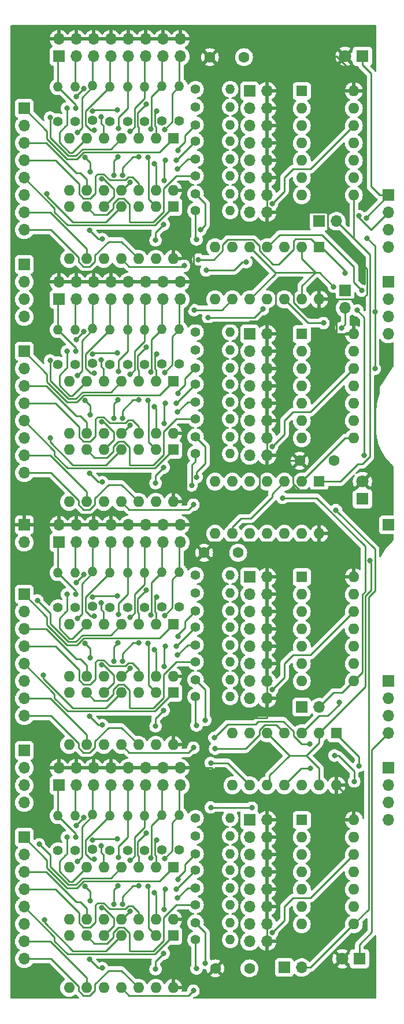
<source format=gbr>
%TF.GenerationSoftware,KiCad,Pcbnew,(6.0.11)*%
%TF.CreationDate,2023-02-25T23:46:12+01:00*%
%TF.ProjectId,mem-decoder,6d656d2d-6465-4636-9f64-65722e6b6963,rev?*%
%TF.SameCoordinates,Original*%
%TF.FileFunction,Copper,L1,Top*%
%TF.FilePolarity,Positive*%
%FSLAX46Y46*%
G04 Gerber Fmt 4.6, Leading zero omitted, Abs format (unit mm)*
G04 Created by KiCad (PCBNEW (6.0.11)) date 2023-02-25 23:46:12*
%MOMM*%
%LPD*%
G01*
G04 APERTURE LIST*
%TA.AperFunction,ComponentPad*%
%ADD10R,1.700000X1.700000*%
%TD*%
%TA.AperFunction,ComponentPad*%
%ADD11O,1.700000X1.700000*%
%TD*%
%TA.AperFunction,ComponentPad*%
%ADD12C,1.600000*%
%TD*%
%TA.AperFunction,ComponentPad*%
%ADD13R,1.800000X1.800000*%
%TD*%
%TA.AperFunction,ComponentPad*%
%ADD14C,1.800000*%
%TD*%
%TA.AperFunction,ComponentPad*%
%ADD15R,1.600000X1.600000*%
%TD*%
%TA.AperFunction,ComponentPad*%
%ADD16O,1.600000X1.600000*%
%TD*%
%TA.AperFunction,ComponentPad*%
%ADD17C,1.400000*%
%TD*%
%TA.AperFunction,ComponentPad*%
%ADD18O,1.400000X1.400000*%
%TD*%
%TA.AperFunction,ViaPad*%
%ADD19C,0.800000*%
%TD*%
%TA.AperFunction,Conductor*%
%ADD20C,0.250000*%
%TD*%
G04 APERTURE END LIST*
D10*
%TO.P,J4,1,Pin_1*%
%TO.N,GND*%
X119380000Y-163830000D03*
D11*
%TO.P,J4,2,Pin_2*%
%TO.N,/8bitmask3/O*%
X121920000Y-163830000D03*
%TD*%
D10*
%TO.P,J3,1,Pin_1*%
%TO.N,GND*%
X121920000Y-125730000D03*
D11*
%TO.P,J3,2,Pin_2*%
%TO.N,/8bitmask2/O*%
X124460000Y-125730000D03*
%TD*%
D10*
%TO.P,J2,1,Pin_1*%
%TO.N,GND*%
X128270000Y-64770000D03*
D11*
%TO.P,J2,2,Pin_2*%
%TO.N,/8bitmask1/O*%
X128270000Y-67310000D03*
%TD*%
D10*
%TO.P,J1,1,Pin_1*%
%TO.N,GND*%
X124460000Y-54610000D03*
D11*
%TO.P,J1,2,Pin_2*%
%TO.N,/8bitmask/O*%
X127000000Y-54610000D03*
%TD*%
D12*
%TO.P,C4,2*%
%TO.N,GND*%
X112609000Y-103124000D03*
%TO.P,C4,1*%
%TO.N,+5V*%
X107609000Y-103124000D03*
%TD*%
%TO.P,C3,1*%
%TO.N,+5V*%
X121619000Y-89662000D03*
%TO.P,C3,2*%
%TO.N,GND*%
X126619000Y-89662000D03*
%TD*%
%TO.P,C2,1*%
%TO.N,+5V*%
X108458000Y-30607000D03*
%TO.P,C2,2*%
%TO.N,GND*%
X113458000Y-30607000D03*
%TD*%
%TO.P,C1,1*%
%TO.N,+5V*%
X109260000Y-163957000D03*
%TO.P,C1,2*%
%TO.N,GND*%
X114260000Y-163957000D03*
%TD*%
D13*
%TO.P,D3,1,K*%
%TO.N,~{WEout1}*%
X130810000Y-30480000D03*
D14*
%TO.P,D3,2,A*%
%TO.N,+5V*%
X128270000Y-30480000D03*
%TD*%
D13*
%TO.P,D2,1,K*%
%TO.N,~{OEout}*%
X130370000Y-162560000D03*
D14*
%TO.P,D2,2,A*%
%TO.N,+5V*%
X127830000Y-162560000D03*
%TD*%
D13*
%TO.P,D1,1,K*%
%TO.N,/~{sel}*%
X130810000Y-95250000D03*
D14*
%TO.P,D1,2,A*%
%TO.N,+5V*%
X130810000Y-92710000D03*
%TD*%
D11*
%TO.P,J6,2,Pin_2*%
%TO.N,GND*%
X81280000Y-101600000D03*
D10*
%TO.P,J6,1,Pin_1*%
%TO.N,+5V*%
X81280000Y-99060000D03*
%TD*%
%TO.P,J5,1,Pin_1*%
%TO.N,/~{sel}*%
X134620000Y-99060000D03*
%TD*%
%TO.P,J~{w}in1,1,Pin_1*%
%TO.N,~{WEin1}*%
X81280000Y-60960000D03*
D11*
%TO.P,J~{w}in1,2,Pin_2*%
%TO.N,~{WEin2}*%
X81280000Y-63500000D03*
%TO.P,J~{w}in1,3,Pin_3*%
%TO.N,~{WEin3}*%
X81280000Y-66040000D03*
%TO.P,J~{w}in1,4,Pin_4*%
%TO.N,~{WEin4}*%
X81280000Y-68580000D03*
%TD*%
D10*
%TO.P,J~{e}in1,1,Pin_1*%
%TO.N,~{Laux1}*%
X81280000Y-132080000D03*
D11*
%TO.P,J~{e}in1,2,Pin_2*%
%TO.N,~{Laux2}*%
X81280000Y-134620000D03*
%TO.P,J~{e}in1,3,Pin_3*%
%TO.N,~{Laux3}*%
X81280000Y-137160000D03*
%TO.P,J~{e}in1,4,Pin_4*%
%TO.N,~{OEin}*%
X81280000Y-139700000D03*
%TD*%
D15*
%TO.P,U1,1*%
%TO.N,/8bitmask/O*%
X124465000Y-92720000D03*
D16*
%TO.P,U1,2*%
%TO.N,/8bitmask1/O*%
X121925000Y-92720000D03*
%TO.P,U1,3*%
%TO.N,Net-(U1-Pad3)*%
X119385000Y-92720000D03*
%TO.P,U1,4*%
%TO.N,/8bitmask2/O*%
X116845000Y-92720000D03*
%TO.P,U1,5*%
%TO.N,/8bitmask3/O*%
X114305000Y-92720000D03*
%TO.P,U1,6*%
%TO.N,Net-(U1-Pad10)*%
X111765000Y-92720000D03*
%TO.P,U1,7,GND*%
%TO.N,GND*%
X109225000Y-92720000D03*
%TO.P,U1,8*%
%TO.N,/~{sel}*%
X109225000Y-100340000D03*
%TO.P,U1,9*%
%TO.N,Net-(U1-Pad3)*%
X111765000Y-100340000D03*
%TO.P,U1,10*%
%TO.N,Net-(U1-Pad10)*%
X114305000Y-100340000D03*
%TO.P,U1,11*%
%TO.N,N/C*%
X116845000Y-100340000D03*
%TO.P,U1,12*%
X119385000Y-100340000D03*
%TO.P,U1,13*%
X121925000Y-100340000D03*
%TO.P,U1,14,VCC*%
%TO.N,+5V*%
X124465000Y-100340000D03*
%TD*%
D15*
%TO.P,U3,1*%
%TO.N,~{WEin1}*%
X124460000Y-58420000D03*
D16*
%TO.P,U3,2*%
%TO.N,/~{sel}*%
X121920000Y-58420000D03*
%TO.P,U3,3*%
%TO.N,~{WEout1}*%
X119380000Y-58420000D03*
%TO.P,U3,4*%
%TO.N,~{WEin2}*%
X116840000Y-58420000D03*
%TO.P,U3,5*%
%TO.N,/~{sel}*%
X114300000Y-58420000D03*
%TO.P,U3,6*%
%TO.N,~{WEout2}*%
X111760000Y-58420000D03*
%TO.P,U3,7,GND*%
%TO.N,GND*%
X109220000Y-58420000D03*
%TO.P,U3,8*%
%TO.N,~{WEout3}*%
X109220000Y-66040000D03*
%TO.P,U3,9*%
%TO.N,~{WEin3}*%
X111760000Y-66040000D03*
%TO.P,U3,10*%
%TO.N,/~{sel}*%
X114300000Y-66040000D03*
%TO.P,U3,11*%
%TO.N,~{WEout4}*%
X116840000Y-66040000D03*
%TO.P,U3,12*%
%TO.N,~{WEin4}*%
X119380000Y-66040000D03*
%TO.P,U3,13*%
%TO.N,/~{sel}*%
X121920000Y-66040000D03*
%TO.P,U3,14,VCC*%
%TO.N,+5V*%
X124460000Y-66040000D03*
%TD*%
D15*
%TO.P,U2,1*%
%TO.N,~{Laux1}*%
X127000000Y-129540000D03*
D16*
%TO.P,U2,2*%
%TO.N,/~{sel}*%
X124460000Y-129540000D03*
%TO.P,U2,3*%
%TO.N,~{Laux1o}*%
X121920000Y-129540000D03*
%TO.P,U2,4*%
%TO.N,~{Laux2}*%
X119380000Y-129540000D03*
%TO.P,U2,5*%
%TO.N,/~{sel}*%
X116840000Y-129540000D03*
%TO.P,U2,6*%
%TO.N,~{Laux2o}*%
X114300000Y-129540000D03*
%TO.P,U2,7,GND*%
%TO.N,GND*%
X111760000Y-129540000D03*
%TO.P,U2,8*%
%TO.N,~{Laux3o}*%
X111760000Y-137160000D03*
%TO.P,U2,9*%
%TO.N,~{Laux3}*%
X114300000Y-137160000D03*
%TO.P,U2,10*%
%TO.N,/~{sel}*%
X116840000Y-137160000D03*
%TO.P,U2,11*%
%TO.N,~{OEout}*%
X119380000Y-137160000D03*
%TO.P,U2,12*%
%TO.N,~{OEin}*%
X121920000Y-137160000D03*
%TO.P,U2,13*%
%TO.N,/~{sel}*%
X124460000Y-137160000D03*
%TO.P,U2,14,VCC*%
%TO.N,+5V*%
X127000000Y-137160000D03*
%TD*%
D10*
%TO.P,J~{w}out1,1,Pin_1*%
%TO.N,~{WEout1}*%
X134620000Y-50800000D03*
D11*
%TO.P,J~{w}out1,2,Pin_2*%
%TO.N,~{WEout2}*%
X134620000Y-53340000D03*
%TO.P,J~{w}out1,3,Pin_3*%
%TO.N,~{WEout3}*%
X134620000Y-55880000D03*
%TO.P,J~{w}out1,4,Pin_4*%
%TO.N,~{WEout4}*%
X134620000Y-58420000D03*
%TD*%
D10*
%TO.P,J~{w}in2,1,Pin_1*%
%TO.N,~{WEin1}*%
X134620000Y-63500000D03*
D11*
%TO.P,J~{w}in2,2,Pin_2*%
%TO.N,~{WEin2}*%
X134620000Y-66040000D03*
%TO.P,J~{w}in2,3,Pin_3*%
%TO.N,~{WEin3}*%
X134620000Y-68580000D03*
%TO.P,J~{w}in2,4,Pin_4*%
%TO.N,~{WEin4}*%
X134620000Y-71120000D03*
%TD*%
%TO.P,J~{e}out1,4,Pin_4*%
%TO.N,~{OEout}*%
X134620000Y-129540000D03*
%TO.P,J~{e}out1,3,Pin_3*%
%TO.N,~{Laux3o}*%
X134620000Y-127000000D03*
%TO.P,J~{e}out1,2,Pin_2*%
%TO.N,~{Laux2o}*%
X134620000Y-124460000D03*
D10*
%TO.P,J~{e}out1,1,Pin_1*%
%TO.N,~{Laux1o}*%
X134620000Y-121920000D03*
%TD*%
D11*
%TO.P,J~{e}in2,4,Pin_4*%
%TO.N,~{OEin}*%
X134620000Y-142240000D03*
%TO.P,J~{e}in2,3,Pin_3*%
%TO.N,~{Laux3}*%
X134620000Y-139700000D03*
%TO.P,J~{e}in2,2,Pin_2*%
%TO.N,~{Laux2}*%
X134620000Y-137160000D03*
D10*
%TO.P,J~{e}in2,1,Pin_1*%
%TO.N,~{Laux1}*%
X134620000Y-134620000D03*
%TD*%
D15*
%TO.P,U15,1*%
%TO.N,/8bitmask3/M1*%
X121920000Y-142240000D03*
D16*
%TO.P,U15,2*%
%TO.N,/8bitmask3/M2*%
X121920000Y-144780000D03*
%TO.P,U15,3*%
%TO.N,/8bitmask3/M3*%
X121920000Y-147320000D03*
%TO.P,U15,4*%
%TO.N,/8bitmask3/M4*%
X121920000Y-149860000D03*
%TO.P,U15,5*%
%TO.N,/8bitmask3/M5*%
X121920000Y-152400000D03*
%TO.P,U15,6*%
%TO.N,/8bitmask3/M6*%
X121920000Y-154940000D03*
%TO.P,U15,7,GND*%
%TO.N,GND*%
X121920000Y-157480000D03*
%TO.P,U15,8*%
%TO.N,/8bitmask3/O*%
X129540000Y-157480000D03*
%TO.P,U15,9*%
%TO.N,N/C*%
X129540000Y-154940000D03*
%TO.P,U15,10*%
X129540000Y-152400000D03*
%TO.P,U15,11*%
%TO.N,/8bitmask3/M7*%
X129540000Y-149860000D03*
%TO.P,U15,12*%
%TO.N,/8bitmask3/M8*%
X129540000Y-147320000D03*
%TO.P,U15,13*%
%TO.N,N/C*%
X129540000Y-144780000D03*
%TO.P,U15,14,VCC*%
%TO.N,+5V*%
X129540000Y-142240000D03*
%TD*%
D15*
%TO.P,U14,1*%
%TO.N,/8bitmask3/A5*%
X103075000Y-159170000D03*
D16*
%TO.P,U14,2*%
%TO.N,/8bitmask3/B5*%
X100535000Y-159170000D03*
%TO.P,U14,3*%
%TO.N,Net-(R59-Pad1)*%
X97995000Y-159170000D03*
%TO.P,U14,4*%
%TO.N,/8bitmask3/A6*%
X95455000Y-159170000D03*
%TO.P,U14,5*%
%TO.N,/8bitmask3/B6*%
X92915000Y-159170000D03*
%TO.P,U14,6*%
%TO.N,Net-(R60-Pad1)*%
X90375000Y-159170000D03*
%TO.P,U14,7,GND*%
%TO.N,GND*%
X87835000Y-159170000D03*
%TO.P,U14,8*%
%TO.N,Net-(R61-Pad1)*%
X87835000Y-166790000D03*
%TO.P,U14,9*%
%TO.N,/8bitmask3/A7*%
X90375000Y-166790000D03*
%TO.P,U14,10*%
%TO.N,/8bitmask3/B7*%
X92915000Y-166790000D03*
%TO.P,U14,11*%
%TO.N,Net-(R62-Pad1)*%
X95455000Y-166790000D03*
%TO.P,U14,12*%
%TO.N,/8bitmask3/A8*%
X97995000Y-166790000D03*
%TO.P,U14,13*%
%TO.N,/8bitmask3/B8*%
X100535000Y-166790000D03*
%TO.P,U14,14,VCC*%
%TO.N,+5V*%
X103075000Y-166790000D03*
%TD*%
D15*
%TO.P,U13,1*%
%TO.N,/8bitmask3/A1*%
X103100000Y-149170000D03*
D16*
%TO.P,U13,2*%
%TO.N,/8bitmask3/B1*%
X100560000Y-149170000D03*
%TO.P,U13,3*%
%TO.N,Net-(R55-Pad1)*%
X98020000Y-149170000D03*
%TO.P,U13,4*%
%TO.N,/8bitmask3/A2*%
X95480000Y-149170000D03*
%TO.P,U13,5*%
%TO.N,/8bitmask3/B2*%
X92940000Y-149170000D03*
%TO.P,U13,6*%
%TO.N,Net-(R56-Pad1)*%
X90400000Y-149170000D03*
%TO.P,U13,7,GND*%
%TO.N,GND*%
X87860000Y-149170000D03*
%TO.P,U13,8*%
%TO.N,Net-(R57-Pad1)*%
X87860000Y-156790000D03*
%TO.P,U13,9*%
%TO.N,/8bitmask3/A3*%
X90400000Y-156790000D03*
%TO.P,U13,10*%
%TO.N,/8bitmask3/B3*%
X92940000Y-156790000D03*
%TO.P,U13,11*%
%TO.N,Net-(R58-Pad1)*%
X95480000Y-156790000D03*
%TO.P,U13,12*%
%TO.N,/8bitmask3/A4*%
X98020000Y-156790000D03*
%TO.P,U13,13*%
%TO.N,/8bitmask3/B4*%
X100560000Y-156790000D03*
%TO.P,U13,14,VCC*%
%TO.N,+5V*%
X103100000Y-156790000D03*
%TD*%
%TO.P,U12,14,VCC*%
%TO.N,+5V*%
X129540000Y-106680000D03*
%TO.P,U12,13*%
%TO.N,N/C*%
X129540000Y-109220000D03*
%TO.P,U12,12*%
%TO.N,/8bitmask2/M8*%
X129540000Y-111760000D03*
%TO.P,U12,11*%
%TO.N,/8bitmask2/M7*%
X129540000Y-114300000D03*
%TO.P,U12,10*%
%TO.N,N/C*%
X129540000Y-116840000D03*
%TO.P,U12,9*%
X129540000Y-119380000D03*
%TO.P,U12,8*%
%TO.N,/8bitmask2/O*%
X129540000Y-121920000D03*
%TO.P,U12,7,GND*%
%TO.N,GND*%
X121920000Y-121920000D03*
%TO.P,U12,6*%
%TO.N,/8bitmask2/M6*%
X121920000Y-119380000D03*
%TO.P,U12,5*%
%TO.N,/8bitmask2/M5*%
X121920000Y-116840000D03*
%TO.P,U12,4*%
%TO.N,/8bitmask2/M4*%
X121920000Y-114300000D03*
%TO.P,U12,3*%
%TO.N,/8bitmask2/M3*%
X121920000Y-111760000D03*
%TO.P,U12,2*%
%TO.N,/8bitmask2/M2*%
X121920000Y-109220000D03*
D15*
%TO.P,U12,1*%
%TO.N,/8bitmask2/M1*%
X121920000Y-106680000D03*
%TD*%
D16*
%TO.P,U11,14,VCC*%
%TO.N,+5V*%
X103075000Y-131230000D03*
%TO.P,U11,13*%
%TO.N,/8bitmask2/B8*%
X100535000Y-131230000D03*
%TO.P,U11,12*%
%TO.N,/8bitmask2/A8*%
X97995000Y-131230000D03*
%TO.P,U11,11*%
%TO.N,Net-(R46-Pad1)*%
X95455000Y-131230000D03*
%TO.P,U11,10*%
%TO.N,/8bitmask2/B7*%
X92915000Y-131230000D03*
%TO.P,U11,9*%
%TO.N,/8bitmask2/A7*%
X90375000Y-131230000D03*
%TO.P,U11,8*%
%TO.N,Net-(R45-Pad1)*%
X87835000Y-131230000D03*
%TO.P,U11,7,GND*%
%TO.N,GND*%
X87835000Y-123610000D03*
%TO.P,U11,6*%
%TO.N,Net-(R44-Pad1)*%
X90375000Y-123610000D03*
%TO.P,U11,5*%
%TO.N,/8bitmask2/B6*%
X92915000Y-123610000D03*
%TO.P,U11,4*%
%TO.N,/8bitmask2/A6*%
X95455000Y-123610000D03*
%TO.P,U11,3*%
%TO.N,Net-(R43-Pad1)*%
X97995000Y-123610000D03*
%TO.P,U11,2*%
%TO.N,/8bitmask2/B5*%
X100535000Y-123610000D03*
D15*
%TO.P,U11,1*%
%TO.N,/8bitmask2/A5*%
X103075000Y-123610000D03*
%TD*%
D16*
%TO.P,U10,14,VCC*%
%TO.N,+5V*%
X103100000Y-121230000D03*
%TO.P,U10,13*%
%TO.N,/8bitmask2/B4*%
X100560000Y-121230000D03*
%TO.P,U10,12*%
%TO.N,/8bitmask2/A4*%
X98020000Y-121230000D03*
%TO.P,U10,11*%
%TO.N,Net-(R42-Pad1)*%
X95480000Y-121230000D03*
%TO.P,U10,10*%
%TO.N,/8bitmask2/B3*%
X92940000Y-121230000D03*
%TO.P,U10,9*%
%TO.N,/8bitmask2/A3*%
X90400000Y-121230000D03*
%TO.P,U10,8*%
%TO.N,Net-(R41-Pad1)*%
X87860000Y-121230000D03*
%TO.P,U10,7,GND*%
%TO.N,GND*%
X87860000Y-113610000D03*
%TO.P,U10,6*%
%TO.N,Net-(R40-Pad1)*%
X90400000Y-113610000D03*
%TO.P,U10,5*%
%TO.N,/8bitmask2/B2*%
X92940000Y-113610000D03*
%TO.P,U10,4*%
%TO.N,/8bitmask2/A2*%
X95480000Y-113610000D03*
%TO.P,U10,3*%
%TO.N,Net-(R39-Pad1)*%
X98020000Y-113610000D03*
%TO.P,U10,2*%
%TO.N,/8bitmask2/B1*%
X100560000Y-113610000D03*
D15*
%TO.P,U10,1*%
%TO.N,/8bitmask2/A1*%
X103100000Y-113610000D03*
%TD*%
%TO.P,U9,1*%
%TO.N,/8bitmask1/M1*%
X121920000Y-71120000D03*
D16*
%TO.P,U9,2*%
%TO.N,/8bitmask1/M2*%
X121920000Y-73660000D03*
%TO.P,U9,3*%
%TO.N,/8bitmask1/M3*%
X121920000Y-76200000D03*
%TO.P,U9,4*%
%TO.N,/8bitmask1/M4*%
X121920000Y-78740000D03*
%TO.P,U9,5*%
%TO.N,/8bitmask1/M5*%
X121920000Y-81280000D03*
%TO.P,U9,6*%
%TO.N,/8bitmask1/M6*%
X121920000Y-83820000D03*
%TO.P,U9,7,GND*%
%TO.N,GND*%
X121920000Y-86360000D03*
%TO.P,U9,8*%
%TO.N,/8bitmask1/O*%
X129540000Y-86360000D03*
%TO.P,U9,9*%
%TO.N,N/C*%
X129540000Y-83820000D03*
%TO.P,U9,10*%
X129540000Y-81280000D03*
%TO.P,U9,11*%
%TO.N,/8bitmask1/M7*%
X129540000Y-78740000D03*
%TO.P,U9,12*%
%TO.N,/8bitmask1/M8*%
X129540000Y-76200000D03*
%TO.P,U9,13*%
%TO.N,N/C*%
X129540000Y-73660000D03*
%TO.P,U9,14,VCC*%
%TO.N,+5V*%
X129540000Y-71120000D03*
%TD*%
D15*
%TO.P,U8,1*%
%TO.N,/8bitmask1/A5*%
X103075000Y-88050000D03*
D16*
%TO.P,U8,2*%
%TO.N,/8bitmask1/B5*%
X100535000Y-88050000D03*
%TO.P,U8,3*%
%TO.N,Net-(R27-Pad1)*%
X97995000Y-88050000D03*
%TO.P,U8,4*%
%TO.N,/8bitmask1/A6*%
X95455000Y-88050000D03*
%TO.P,U8,5*%
%TO.N,/8bitmask1/B6*%
X92915000Y-88050000D03*
%TO.P,U8,6*%
%TO.N,Net-(R28-Pad1)*%
X90375000Y-88050000D03*
%TO.P,U8,7,GND*%
%TO.N,GND*%
X87835000Y-88050000D03*
%TO.P,U8,8*%
%TO.N,Net-(R29-Pad1)*%
X87835000Y-95670000D03*
%TO.P,U8,9*%
%TO.N,/8bitmask1/A7*%
X90375000Y-95670000D03*
%TO.P,U8,10*%
%TO.N,/8bitmask1/B7*%
X92915000Y-95670000D03*
%TO.P,U8,11*%
%TO.N,Net-(R30-Pad1)*%
X95455000Y-95670000D03*
%TO.P,U8,12*%
%TO.N,/8bitmask1/A8*%
X97995000Y-95670000D03*
%TO.P,U8,13*%
%TO.N,/8bitmask1/B8*%
X100535000Y-95670000D03*
%TO.P,U8,14,VCC*%
%TO.N,+5V*%
X103075000Y-95670000D03*
%TD*%
D15*
%TO.P,U7,1*%
%TO.N,/8bitmask1/A1*%
X103100000Y-78050000D03*
D16*
%TO.P,U7,2*%
%TO.N,/8bitmask1/B1*%
X100560000Y-78050000D03*
%TO.P,U7,3*%
%TO.N,Net-(R23-Pad1)*%
X98020000Y-78050000D03*
%TO.P,U7,4*%
%TO.N,/8bitmask1/A2*%
X95480000Y-78050000D03*
%TO.P,U7,5*%
%TO.N,/8bitmask1/B2*%
X92940000Y-78050000D03*
%TO.P,U7,6*%
%TO.N,Net-(R24-Pad1)*%
X90400000Y-78050000D03*
%TO.P,U7,7,GND*%
%TO.N,GND*%
X87860000Y-78050000D03*
%TO.P,U7,8*%
%TO.N,Net-(R25-Pad1)*%
X87860000Y-85670000D03*
%TO.P,U7,9*%
%TO.N,/8bitmask1/A3*%
X90400000Y-85670000D03*
%TO.P,U7,10*%
%TO.N,/8bitmask1/B3*%
X92940000Y-85670000D03*
%TO.P,U7,11*%
%TO.N,Net-(R26-Pad1)*%
X95480000Y-85670000D03*
%TO.P,U7,12*%
%TO.N,/8bitmask1/A4*%
X98020000Y-85670000D03*
%TO.P,U7,13*%
%TO.N,/8bitmask1/B4*%
X100560000Y-85670000D03*
%TO.P,U7,14,VCC*%
%TO.N,+5V*%
X103100000Y-85670000D03*
%TD*%
D17*
%TO.P,R64,1*%
%TO.N,GND*%
X86200000Y-146710000D03*
D18*
%TO.P,R64,2*%
%TO.N,/8bitmask3/B1*%
X86200000Y-141630000D03*
%TD*%
D17*
%TO.P,R63,1*%
%TO.N,GND*%
X88700000Y-146710000D03*
D18*
%TO.P,R63,2*%
%TO.N,/8bitmask3/B2*%
X88700000Y-141630000D03*
%TD*%
D17*
%TO.P,R62,1*%
%TO.N,Net-(R62-Pad1)*%
X106360000Y-159770000D03*
D18*
%TO.P,R62,2*%
%TO.N,/8bitmask3/M8*%
X111440000Y-159770000D03*
%TD*%
D17*
%TO.P,R61,1*%
%TO.N,Net-(R61-Pad1)*%
X106360000Y-157270000D03*
D18*
%TO.P,R61,2*%
%TO.N,/8bitmask3/M7*%
X111440000Y-157270000D03*
%TD*%
D17*
%TO.P,R60,1*%
%TO.N,Net-(R60-Pad1)*%
X106360000Y-154670000D03*
D18*
%TO.P,R60,2*%
%TO.N,/8bitmask3/M6*%
X111440000Y-154670000D03*
%TD*%
D17*
%TO.P,R59,1*%
%TO.N,Net-(R59-Pad1)*%
X106360000Y-152170000D03*
D18*
%TO.P,R59,2*%
%TO.N,/8bitmask3/M5*%
X111440000Y-152170000D03*
%TD*%
D17*
%TO.P,R58,1*%
%TO.N,Net-(R58-Pad1)*%
X106360000Y-149570000D03*
D18*
%TO.P,R58,2*%
%TO.N,/8bitmask3/M4*%
X111440000Y-149570000D03*
%TD*%
D17*
%TO.P,R57,1*%
%TO.N,Net-(R57-Pad1)*%
X106360000Y-147170000D03*
D18*
%TO.P,R57,2*%
%TO.N,/8bitmask3/M3*%
X111440000Y-147170000D03*
%TD*%
D17*
%TO.P,R56,1*%
%TO.N,Net-(R56-Pad1)*%
X106360000Y-144570000D03*
D18*
%TO.P,R56,2*%
%TO.N,/8bitmask3/M2*%
X111440000Y-144570000D03*
%TD*%
D17*
%TO.P,R55,1*%
%TO.N,Net-(R55-Pad1)*%
X106360000Y-141970000D03*
D18*
%TO.P,R55,2*%
%TO.N,/8bitmask3/M1*%
X111440000Y-141970000D03*
%TD*%
D17*
%TO.P,R54,1*%
%TO.N,GND*%
X91300000Y-146510000D03*
D18*
%TO.P,R54,2*%
%TO.N,/8bitmask3/B3*%
X91300000Y-141430000D03*
%TD*%
D17*
%TO.P,R53,1*%
%TO.N,GND*%
X93800000Y-146710000D03*
D18*
%TO.P,R53,2*%
%TO.N,/8bitmask3/B4*%
X93800000Y-141630000D03*
%TD*%
D17*
%TO.P,R52,1*%
%TO.N,GND*%
X96400000Y-146710000D03*
D18*
%TO.P,R52,2*%
%TO.N,/8bitmask3/B5*%
X96400000Y-141630000D03*
%TD*%
D17*
%TO.P,R51,1*%
%TO.N,GND*%
X98900000Y-146710000D03*
D18*
%TO.P,R51,2*%
%TO.N,/8bitmask3/B6*%
X98900000Y-141630000D03*
%TD*%
D17*
%TO.P,R50,1*%
%TO.N,GND*%
X101400000Y-146650000D03*
D18*
%TO.P,R50,2*%
%TO.N,/8bitmask3/B7*%
X101400000Y-141570000D03*
%TD*%
D17*
%TO.P,R49,1*%
%TO.N,GND*%
X104000000Y-146650000D03*
D18*
%TO.P,R49,2*%
%TO.N,/8bitmask3/B8*%
X104000000Y-141570000D03*
%TD*%
%TO.P,R48,2*%
%TO.N,/8bitmask2/B1*%
X86200000Y-106070000D03*
D17*
%TO.P,R48,1*%
%TO.N,GND*%
X86200000Y-111150000D03*
%TD*%
D18*
%TO.P,R47,2*%
%TO.N,/8bitmask2/B2*%
X88700000Y-106070000D03*
D17*
%TO.P,R47,1*%
%TO.N,GND*%
X88700000Y-111150000D03*
%TD*%
D18*
%TO.P,R46,2*%
%TO.N,/8bitmask2/M8*%
X111440000Y-124210000D03*
D17*
%TO.P,R46,1*%
%TO.N,Net-(R46-Pad1)*%
X106360000Y-124210000D03*
%TD*%
D18*
%TO.P,R45,2*%
%TO.N,/8bitmask2/M7*%
X111440000Y-121710000D03*
D17*
%TO.P,R45,1*%
%TO.N,Net-(R45-Pad1)*%
X106360000Y-121710000D03*
%TD*%
D18*
%TO.P,R44,2*%
%TO.N,/8bitmask2/M6*%
X111440000Y-119110000D03*
D17*
%TO.P,R44,1*%
%TO.N,Net-(R44-Pad1)*%
X106360000Y-119110000D03*
%TD*%
D18*
%TO.P,R43,2*%
%TO.N,/8bitmask2/M5*%
X111440000Y-116610000D03*
D17*
%TO.P,R43,1*%
%TO.N,Net-(R43-Pad1)*%
X106360000Y-116610000D03*
%TD*%
D18*
%TO.P,R42,2*%
%TO.N,/8bitmask2/M4*%
X111440000Y-114010000D03*
D17*
%TO.P,R42,1*%
%TO.N,Net-(R42-Pad1)*%
X106360000Y-114010000D03*
%TD*%
D18*
%TO.P,R41,2*%
%TO.N,/8bitmask2/M3*%
X111440000Y-111610000D03*
D17*
%TO.P,R41,1*%
%TO.N,Net-(R41-Pad1)*%
X106360000Y-111610000D03*
%TD*%
D18*
%TO.P,R40,2*%
%TO.N,/8bitmask2/M2*%
X111440000Y-109010000D03*
D17*
%TO.P,R40,1*%
%TO.N,Net-(R40-Pad1)*%
X106360000Y-109010000D03*
%TD*%
D18*
%TO.P,R39,2*%
%TO.N,/8bitmask2/M1*%
X111440000Y-106410000D03*
D17*
%TO.P,R39,1*%
%TO.N,Net-(R39-Pad1)*%
X106360000Y-106410000D03*
%TD*%
D18*
%TO.P,R38,2*%
%TO.N,/8bitmask2/B3*%
X91300000Y-105870000D03*
D17*
%TO.P,R38,1*%
%TO.N,GND*%
X91300000Y-110950000D03*
%TD*%
D18*
%TO.P,R37,2*%
%TO.N,/8bitmask2/B4*%
X93800000Y-106070000D03*
D17*
%TO.P,R37,1*%
%TO.N,GND*%
X93800000Y-111150000D03*
%TD*%
D18*
%TO.P,R36,2*%
%TO.N,/8bitmask2/B5*%
X96400000Y-106070000D03*
D17*
%TO.P,R36,1*%
%TO.N,GND*%
X96400000Y-111150000D03*
%TD*%
D18*
%TO.P,R35,2*%
%TO.N,/8bitmask2/B6*%
X98900000Y-106070000D03*
D17*
%TO.P,R35,1*%
%TO.N,GND*%
X98900000Y-111150000D03*
%TD*%
D18*
%TO.P,R34,2*%
%TO.N,/8bitmask2/B7*%
X101400000Y-106010000D03*
D17*
%TO.P,R34,1*%
%TO.N,GND*%
X101400000Y-111090000D03*
%TD*%
D18*
%TO.P,R33,2*%
%TO.N,/8bitmask2/B8*%
X104000000Y-106010000D03*
D17*
%TO.P,R33,1*%
%TO.N,GND*%
X104000000Y-111090000D03*
%TD*%
%TO.P,R32,1*%
%TO.N,GND*%
X86200000Y-75590000D03*
D18*
%TO.P,R32,2*%
%TO.N,/8bitmask1/B1*%
X86200000Y-70510000D03*
%TD*%
D17*
%TO.P,R31,1*%
%TO.N,GND*%
X88700000Y-75590000D03*
D18*
%TO.P,R31,2*%
%TO.N,/8bitmask1/B2*%
X88700000Y-70510000D03*
%TD*%
D17*
%TO.P,R30,1*%
%TO.N,Net-(R30-Pad1)*%
X106360000Y-88650000D03*
D18*
%TO.P,R30,2*%
%TO.N,/8bitmask1/M8*%
X111440000Y-88650000D03*
%TD*%
D17*
%TO.P,R29,1*%
%TO.N,Net-(R29-Pad1)*%
X106360000Y-86150000D03*
D18*
%TO.P,R29,2*%
%TO.N,/8bitmask1/M7*%
X111440000Y-86150000D03*
%TD*%
D17*
%TO.P,R28,1*%
%TO.N,Net-(R28-Pad1)*%
X106360000Y-83550000D03*
D18*
%TO.P,R28,2*%
%TO.N,/8bitmask1/M6*%
X111440000Y-83550000D03*
%TD*%
D17*
%TO.P,R27,1*%
%TO.N,Net-(R27-Pad1)*%
X106360000Y-81050000D03*
D18*
%TO.P,R27,2*%
%TO.N,/8bitmask1/M5*%
X111440000Y-81050000D03*
%TD*%
D17*
%TO.P,R26,1*%
%TO.N,Net-(R26-Pad1)*%
X106360000Y-78450000D03*
D18*
%TO.P,R26,2*%
%TO.N,/8bitmask1/M4*%
X111440000Y-78450000D03*
%TD*%
D17*
%TO.P,R25,1*%
%TO.N,Net-(R25-Pad1)*%
X106360000Y-76050000D03*
D18*
%TO.P,R25,2*%
%TO.N,/8bitmask1/M3*%
X111440000Y-76050000D03*
%TD*%
D17*
%TO.P,R24,1*%
%TO.N,Net-(R24-Pad1)*%
X106360000Y-73450000D03*
D18*
%TO.P,R24,2*%
%TO.N,/8bitmask1/M2*%
X111440000Y-73450000D03*
%TD*%
D17*
%TO.P,R23,1*%
%TO.N,Net-(R23-Pad1)*%
X106360000Y-70850000D03*
D18*
%TO.P,R23,2*%
%TO.N,/8bitmask1/M1*%
X111440000Y-70850000D03*
%TD*%
D17*
%TO.P,R22,1*%
%TO.N,GND*%
X91300000Y-75390000D03*
D18*
%TO.P,R22,2*%
%TO.N,/8bitmask1/B3*%
X91300000Y-70310000D03*
%TD*%
D17*
%TO.P,R21,1*%
%TO.N,GND*%
X93800000Y-75590000D03*
D18*
%TO.P,R21,2*%
%TO.N,/8bitmask1/B4*%
X93800000Y-70510000D03*
%TD*%
D17*
%TO.P,R20,1*%
%TO.N,GND*%
X96400000Y-75590000D03*
D18*
%TO.P,R20,2*%
%TO.N,/8bitmask1/B5*%
X96400000Y-70510000D03*
%TD*%
D17*
%TO.P,R19,1*%
%TO.N,GND*%
X98900000Y-75590000D03*
D18*
%TO.P,R19,2*%
%TO.N,/8bitmask1/B6*%
X98900000Y-70510000D03*
%TD*%
D17*
%TO.P,R18,1*%
%TO.N,GND*%
X101400000Y-75530000D03*
D18*
%TO.P,R18,2*%
%TO.N,/8bitmask1/B7*%
X101400000Y-70450000D03*
%TD*%
D17*
%TO.P,R17,1*%
%TO.N,GND*%
X104000000Y-75530000D03*
D18*
%TO.P,R17,2*%
%TO.N,/8bitmask1/B8*%
X104000000Y-70450000D03*
%TD*%
D10*
%TO.P,Jmsk4,1,Pin_1*%
%TO.N,/8bitmask3/M1*%
X114300000Y-142240000D03*
D11*
%TO.P,Jmsk4,2,Pin_2*%
%TO.N,+5V*%
X116840000Y-142240000D03*
%TO.P,Jmsk4,3,Pin_3*%
%TO.N,/8bitmask3/M2*%
X114300000Y-144780000D03*
%TO.P,Jmsk4,4,Pin_4*%
%TO.N,+5V*%
X116840000Y-144780000D03*
%TO.P,Jmsk4,5,Pin_5*%
%TO.N,/8bitmask3/M3*%
X114300000Y-147320000D03*
%TO.P,Jmsk4,6,Pin_6*%
%TO.N,+5V*%
X116840000Y-147320000D03*
%TO.P,Jmsk4,7,Pin_7*%
%TO.N,/8bitmask3/M4*%
X114300000Y-149860000D03*
%TO.P,Jmsk4,8,Pin_8*%
%TO.N,+5V*%
X116840000Y-149860000D03*
%TO.P,Jmsk4,9,Pin_9*%
%TO.N,/8bitmask3/M5*%
X114300000Y-152400000D03*
%TO.P,Jmsk4,10,Pin_10*%
%TO.N,+5V*%
X116840000Y-152400000D03*
%TO.P,Jmsk4,11,Pin_11*%
%TO.N,/8bitmask3/M6*%
X114300000Y-154940000D03*
%TO.P,Jmsk4,12,Pin_12*%
%TO.N,+5V*%
X116840000Y-154940000D03*
%TO.P,Jmsk4,13,Pin_13*%
%TO.N,/8bitmask3/M7*%
X114300000Y-157480000D03*
%TO.P,Jmsk4,14,Pin_14*%
%TO.N,+5V*%
X116840000Y-157480000D03*
%TO.P,Jmsk4,15,Pin_15*%
%TO.N,/8bitmask3/M8*%
X114300000Y-160020000D03*
%TO.P,Jmsk4,16,Pin_16*%
%TO.N,+5V*%
X116840000Y-160020000D03*
%TD*%
%TO.P,Jmsk3,16,Pin_16*%
%TO.N,+5V*%
X116840000Y-124460000D03*
%TO.P,Jmsk3,15,Pin_15*%
%TO.N,/8bitmask2/M8*%
X114300000Y-124460000D03*
%TO.P,Jmsk3,14,Pin_14*%
%TO.N,+5V*%
X116840000Y-121920000D03*
%TO.P,Jmsk3,13,Pin_13*%
%TO.N,/8bitmask2/M7*%
X114300000Y-121920000D03*
%TO.P,Jmsk3,12,Pin_12*%
%TO.N,+5V*%
X116840000Y-119380000D03*
%TO.P,Jmsk3,11,Pin_11*%
%TO.N,/8bitmask2/M6*%
X114300000Y-119380000D03*
%TO.P,Jmsk3,10,Pin_10*%
%TO.N,+5V*%
X116840000Y-116840000D03*
%TO.P,Jmsk3,9,Pin_9*%
%TO.N,/8bitmask2/M5*%
X114300000Y-116840000D03*
%TO.P,Jmsk3,8,Pin_8*%
%TO.N,+5V*%
X116840000Y-114300000D03*
%TO.P,Jmsk3,7,Pin_7*%
%TO.N,/8bitmask2/M4*%
X114300000Y-114300000D03*
%TO.P,Jmsk3,6,Pin_6*%
%TO.N,+5V*%
X116840000Y-111760000D03*
%TO.P,Jmsk3,5,Pin_5*%
%TO.N,/8bitmask2/M3*%
X114300000Y-111760000D03*
%TO.P,Jmsk3,4,Pin_4*%
%TO.N,+5V*%
X116840000Y-109220000D03*
%TO.P,Jmsk3,3,Pin_3*%
%TO.N,/8bitmask2/M2*%
X114300000Y-109220000D03*
%TO.P,Jmsk3,2,Pin_2*%
%TO.N,+5V*%
X116840000Y-106680000D03*
D10*
%TO.P,Jmsk3,1,Pin_1*%
%TO.N,/8bitmask2/M1*%
X114300000Y-106680000D03*
%TD*%
%TO.P,Jmsk2,1,Pin_1*%
%TO.N,/8bitmask1/M1*%
X114300000Y-71120000D03*
D11*
%TO.P,Jmsk2,2,Pin_2*%
%TO.N,+5V*%
X116840000Y-71120000D03*
%TO.P,Jmsk2,3,Pin_3*%
%TO.N,/8bitmask1/M2*%
X114300000Y-73660000D03*
%TO.P,Jmsk2,4,Pin_4*%
%TO.N,+5V*%
X116840000Y-73660000D03*
%TO.P,Jmsk2,5,Pin_5*%
%TO.N,/8bitmask1/M3*%
X114300000Y-76200000D03*
%TO.P,Jmsk2,6,Pin_6*%
%TO.N,+5V*%
X116840000Y-76200000D03*
%TO.P,Jmsk2,7,Pin_7*%
%TO.N,/8bitmask1/M4*%
X114300000Y-78740000D03*
%TO.P,Jmsk2,8,Pin_8*%
%TO.N,+5V*%
X116840000Y-78740000D03*
%TO.P,Jmsk2,9,Pin_9*%
%TO.N,/8bitmask1/M5*%
X114300000Y-81280000D03*
%TO.P,Jmsk2,10,Pin_10*%
%TO.N,+5V*%
X116840000Y-81280000D03*
%TO.P,Jmsk2,11,Pin_11*%
%TO.N,/8bitmask1/M6*%
X114300000Y-83820000D03*
%TO.P,Jmsk2,12,Pin_12*%
%TO.N,+5V*%
X116840000Y-83820000D03*
%TO.P,Jmsk2,13,Pin_13*%
%TO.N,/8bitmask1/M7*%
X114300000Y-86360000D03*
%TO.P,Jmsk2,14,Pin_14*%
%TO.N,+5V*%
X116840000Y-86360000D03*
%TO.P,Jmsk2,15,Pin_15*%
%TO.N,/8bitmask1/M8*%
X114300000Y-88900000D03*
%TO.P,Jmsk2,16,Pin_16*%
%TO.N,+5V*%
X116840000Y-88900000D03*
%TD*%
D10*
%TO.P,Jbase4,1,Pin_1*%
%TO.N,/8bitmask3/B1*%
X86360000Y-137160000D03*
D11*
%TO.P,Jbase4,2,Pin_2*%
%TO.N,+5V*%
X86360000Y-134620000D03*
%TO.P,Jbase4,3,Pin_3*%
%TO.N,/8bitmask3/B2*%
X88900000Y-137160000D03*
%TO.P,Jbase4,4,Pin_4*%
%TO.N,+5V*%
X88900000Y-134620000D03*
%TO.P,Jbase4,5,Pin_5*%
%TO.N,/8bitmask3/B3*%
X91440000Y-137160000D03*
%TO.P,Jbase4,6,Pin_6*%
%TO.N,+5V*%
X91440000Y-134620000D03*
%TO.P,Jbase4,7,Pin_7*%
%TO.N,/8bitmask3/B4*%
X93980000Y-137160000D03*
%TO.P,Jbase4,8,Pin_8*%
%TO.N,+5V*%
X93980000Y-134620000D03*
%TO.P,Jbase4,9,Pin_9*%
%TO.N,/8bitmask3/B5*%
X96520000Y-137160000D03*
%TO.P,Jbase4,10,Pin_10*%
%TO.N,+5V*%
X96520000Y-134620000D03*
%TO.P,Jbase4,11,Pin_11*%
%TO.N,/8bitmask3/B6*%
X99060000Y-137160000D03*
%TO.P,Jbase4,12,Pin_12*%
%TO.N,+5V*%
X99060000Y-134620000D03*
%TO.P,Jbase4,13,Pin_13*%
%TO.N,/8bitmask3/B7*%
X101600000Y-137160000D03*
%TO.P,Jbase4,14,Pin_14*%
%TO.N,+5V*%
X101600000Y-134620000D03*
%TO.P,Jbase4,15,Pin_15*%
%TO.N,/8bitmask3/B8*%
X104140000Y-137160000D03*
%TO.P,Jbase4,16,Pin_16*%
%TO.N,+5V*%
X104140000Y-134620000D03*
%TD*%
%TO.P,Jbase3,16,Pin_16*%
%TO.N,+5V*%
X104140000Y-99060000D03*
%TO.P,Jbase3,15,Pin_15*%
%TO.N,/8bitmask2/B8*%
X104140000Y-101600000D03*
%TO.P,Jbase3,14,Pin_14*%
%TO.N,+5V*%
X101600000Y-99060000D03*
%TO.P,Jbase3,13,Pin_13*%
%TO.N,/8bitmask2/B7*%
X101600000Y-101600000D03*
%TO.P,Jbase3,12,Pin_12*%
%TO.N,+5V*%
X99060000Y-99060000D03*
%TO.P,Jbase3,11,Pin_11*%
%TO.N,/8bitmask2/B6*%
X99060000Y-101600000D03*
%TO.P,Jbase3,10,Pin_10*%
%TO.N,+5V*%
X96520000Y-99060000D03*
%TO.P,Jbase3,9,Pin_9*%
%TO.N,/8bitmask2/B5*%
X96520000Y-101600000D03*
%TO.P,Jbase3,8,Pin_8*%
%TO.N,+5V*%
X93980000Y-99060000D03*
%TO.P,Jbase3,7,Pin_7*%
%TO.N,/8bitmask2/B4*%
X93980000Y-101600000D03*
%TO.P,Jbase3,6,Pin_6*%
%TO.N,+5V*%
X91440000Y-99060000D03*
%TO.P,Jbase3,5,Pin_5*%
%TO.N,/8bitmask2/B3*%
X91440000Y-101600000D03*
%TO.P,Jbase3,4,Pin_4*%
%TO.N,+5V*%
X88900000Y-99060000D03*
%TO.P,Jbase3,3,Pin_3*%
%TO.N,/8bitmask2/B2*%
X88900000Y-101600000D03*
%TO.P,Jbase3,2,Pin_2*%
%TO.N,+5V*%
X86360000Y-99060000D03*
D10*
%TO.P,Jbase3,1,Pin_1*%
%TO.N,/8bitmask2/B1*%
X86360000Y-101600000D03*
%TD*%
%TO.P,Jbase2,1,Pin_1*%
%TO.N,/8bitmask1/B1*%
X86360000Y-66040000D03*
D11*
%TO.P,Jbase2,2,Pin_2*%
%TO.N,+5V*%
X86360000Y-63500000D03*
%TO.P,Jbase2,3,Pin_3*%
%TO.N,/8bitmask1/B2*%
X88900000Y-66040000D03*
%TO.P,Jbase2,4,Pin_4*%
%TO.N,+5V*%
X88900000Y-63500000D03*
%TO.P,Jbase2,5,Pin_5*%
%TO.N,/8bitmask1/B3*%
X91440000Y-66040000D03*
%TO.P,Jbase2,6,Pin_6*%
%TO.N,+5V*%
X91440000Y-63500000D03*
%TO.P,Jbase2,7,Pin_7*%
%TO.N,/8bitmask1/B4*%
X93980000Y-66040000D03*
%TO.P,Jbase2,8,Pin_8*%
%TO.N,+5V*%
X93980000Y-63500000D03*
%TO.P,Jbase2,9,Pin_9*%
%TO.N,/8bitmask1/B5*%
X96520000Y-66040000D03*
%TO.P,Jbase2,10,Pin_10*%
%TO.N,+5V*%
X96520000Y-63500000D03*
%TO.P,Jbase2,11,Pin_11*%
%TO.N,/8bitmask1/B6*%
X99060000Y-66040000D03*
%TO.P,Jbase2,12,Pin_12*%
%TO.N,+5V*%
X99060000Y-63500000D03*
%TO.P,Jbase2,13,Pin_13*%
%TO.N,/8bitmask1/B7*%
X101600000Y-66040000D03*
%TO.P,Jbase2,14,Pin_14*%
%TO.N,+5V*%
X101600000Y-63500000D03*
%TO.P,Jbase2,15,Pin_15*%
%TO.N,/8bitmask1/B8*%
X104140000Y-66040000D03*
%TO.P,Jbase2,16,Pin_16*%
%TO.N,+5V*%
X104140000Y-63500000D03*
%TD*%
D10*
%TO.P,J10,1,Pin_1*%
%TO.N,/8bitmask3/A1*%
X81280000Y-144780000D03*
D11*
%TO.P,J10,2,Pin_2*%
%TO.N,/8bitmask3/A2*%
X81280000Y-147320000D03*
%TO.P,J10,3,Pin_3*%
%TO.N,/8bitmask3/A3*%
X81280000Y-149860000D03*
%TO.P,J10,4,Pin_4*%
%TO.N,/8bitmask3/A4*%
X81280000Y-152400000D03*
%TO.P,J10,5,Pin_5*%
%TO.N,/8bitmask3/A5*%
X81280000Y-154940000D03*
%TO.P,J10,6,Pin_6*%
%TO.N,/8bitmask3/A6*%
X81280000Y-157480000D03*
%TO.P,J10,7,Pin_7*%
%TO.N,/8bitmask3/A7*%
X81280000Y-160020000D03*
%TO.P,J10,8,Pin_8*%
%TO.N,/8bitmask3/A8*%
X81280000Y-162560000D03*
%TD*%
%TO.P,J9,8,Pin_8*%
%TO.N,/8bitmask2/A8*%
X81280000Y-127000000D03*
%TO.P,J9,7,Pin_7*%
%TO.N,/8bitmask2/A7*%
X81280000Y-124460000D03*
%TO.P,J9,6,Pin_6*%
%TO.N,/8bitmask2/A6*%
X81280000Y-121920000D03*
%TO.P,J9,5,Pin_5*%
%TO.N,/8bitmask2/A5*%
X81280000Y-119380000D03*
%TO.P,J9,4,Pin_4*%
%TO.N,/8bitmask2/A4*%
X81280000Y-116840000D03*
%TO.P,J9,3,Pin_3*%
%TO.N,/8bitmask2/A3*%
X81280000Y-114300000D03*
%TO.P,J9,2,Pin_2*%
%TO.N,/8bitmask2/A2*%
X81280000Y-111760000D03*
D10*
%TO.P,J9,1,Pin_1*%
%TO.N,/8bitmask2/A1*%
X81280000Y-109220000D03*
%TD*%
%TO.P,J8,1,Pin_1*%
%TO.N,/8bitmask1/A1*%
X81280000Y-73660000D03*
D11*
%TO.P,J8,2,Pin_2*%
%TO.N,/8bitmask1/A2*%
X81280000Y-76200000D03*
%TO.P,J8,3,Pin_3*%
%TO.N,/8bitmask1/A3*%
X81280000Y-78740000D03*
%TO.P,J8,4,Pin_4*%
%TO.N,/8bitmask1/A4*%
X81280000Y-81280000D03*
%TO.P,J8,5,Pin_5*%
%TO.N,/8bitmask1/A5*%
X81280000Y-83820000D03*
%TO.P,J8,6,Pin_6*%
%TO.N,/8bitmask1/A6*%
X81280000Y-86360000D03*
%TO.P,J8,7,Pin_7*%
%TO.N,/8bitmask1/A7*%
X81280000Y-88900000D03*
%TO.P,J8,8,Pin_8*%
%TO.N,/8bitmask1/A8*%
X81280000Y-91440000D03*
%TD*%
D10*
%TO.P,J7,1,Pin_1*%
%TO.N,/8bitmask/A1*%
X81280000Y-38100000D03*
D11*
%TO.P,J7,2,Pin_2*%
%TO.N,/8bitmask/A2*%
X81280000Y-40640000D03*
%TO.P,J7,3,Pin_3*%
%TO.N,/8bitmask/A3*%
X81280000Y-43180000D03*
%TO.P,J7,4,Pin_4*%
%TO.N,/8bitmask/A4*%
X81280000Y-45720000D03*
%TO.P,J7,5,Pin_5*%
%TO.N,/8bitmask/A5*%
X81280000Y-48260000D03*
%TO.P,J7,6,Pin_6*%
%TO.N,/8bitmask/A6*%
X81280000Y-50800000D03*
%TO.P,J7,7,Pin_7*%
%TO.N,/8bitmask/A7*%
X81280000Y-53340000D03*
%TO.P,J7,8,Pin_8*%
%TO.N,/8bitmask/A8*%
X81280000Y-55880000D03*
%TD*%
D15*
%TO.P,U6,1*%
%TO.N,/8bitmask/M1*%
X121920000Y-35560000D03*
D16*
%TO.P,U6,2*%
%TO.N,/8bitmask/M2*%
X121920000Y-38100000D03*
%TO.P,U6,3*%
%TO.N,/8bitmask/M3*%
X121920000Y-40640000D03*
%TO.P,U6,4*%
%TO.N,/8bitmask/M4*%
X121920000Y-43180000D03*
%TO.P,U6,5*%
%TO.N,/8bitmask/M5*%
X121920000Y-45720000D03*
%TO.P,U6,6*%
%TO.N,/8bitmask/M6*%
X121920000Y-48260000D03*
%TO.P,U6,7,GND*%
%TO.N,GND*%
X121920000Y-50800000D03*
%TO.P,U6,8*%
%TO.N,/8bitmask/O*%
X129540000Y-50800000D03*
%TO.P,U6,9*%
%TO.N,N/C*%
X129540000Y-48260000D03*
%TO.P,U6,10*%
X129540000Y-45720000D03*
%TO.P,U6,11*%
%TO.N,/8bitmask/M7*%
X129540000Y-43180000D03*
%TO.P,U6,12*%
%TO.N,/8bitmask/M8*%
X129540000Y-40640000D03*
%TO.P,U6,13*%
%TO.N,N/C*%
X129540000Y-38100000D03*
%TO.P,U6,14,VCC*%
%TO.N,+5V*%
X129540000Y-35560000D03*
%TD*%
D15*
%TO.P,U5,1*%
%TO.N,/8bitmask/A5*%
X103075000Y-52490000D03*
D16*
%TO.P,U5,2*%
%TO.N,/8bitmask/B5*%
X100535000Y-52490000D03*
%TO.P,U5,3*%
%TO.N,Net-(R11-Pad1)*%
X97995000Y-52490000D03*
%TO.P,U5,4*%
%TO.N,/8bitmask/A6*%
X95455000Y-52490000D03*
%TO.P,U5,5*%
%TO.N,/8bitmask/B6*%
X92915000Y-52490000D03*
%TO.P,U5,6*%
%TO.N,Net-(R12-Pad1)*%
X90375000Y-52490000D03*
%TO.P,U5,7,GND*%
%TO.N,GND*%
X87835000Y-52490000D03*
%TO.P,U5,8*%
%TO.N,Net-(R13-Pad1)*%
X87835000Y-60110000D03*
%TO.P,U5,9*%
%TO.N,/8bitmask/A7*%
X90375000Y-60110000D03*
%TO.P,U5,10*%
%TO.N,/8bitmask/B7*%
X92915000Y-60110000D03*
%TO.P,U5,11*%
%TO.N,Net-(R14-Pad1)*%
X95455000Y-60110000D03*
%TO.P,U5,12*%
%TO.N,/8bitmask/A8*%
X97995000Y-60110000D03*
%TO.P,U5,13*%
%TO.N,/8bitmask/B8*%
X100535000Y-60110000D03*
%TO.P,U5,14,VCC*%
%TO.N,+5V*%
X103075000Y-60110000D03*
%TD*%
%TO.P,U4,14,VCC*%
%TO.N,+5V*%
X103100000Y-50110000D03*
%TO.P,U4,13*%
%TO.N,/8bitmask/B4*%
X100560000Y-50110000D03*
%TO.P,U4,12*%
%TO.N,/8bitmask/A4*%
X98020000Y-50110000D03*
%TO.P,U4,11*%
%TO.N,Net-(R10-Pad1)*%
X95480000Y-50110000D03*
%TO.P,U4,10*%
%TO.N,/8bitmask/B3*%
X92940000Y-50110000D03*
%TO.P,U4,9*%
%TO.N,/8bitmask/A3*%
X90400000Y-50110000D03*
%TO.P,U4,8*%
%TO.N,Net-(R9-Pad1)*%
X87860000Y-50110000D03*
%TO.P,U4,7,GND*%
%TO.N,GND*%
X87860000Y-42490000D03*
%TO.P,U4,6*%
%TO.N,Net-(R8-Pad1)*%
X90400000Y-42490000D03*
%TO.P,U4,5*%
%TO.N,/8bitmask/B2*%
X92940000Y-42490000D03*
%TO.P,U4,4*%
%TO.N,/8bitmask/A2*%
X95480000Y-42490000D03*
%TO.P,U4,3*%
%TO.N,Net-(R7-Pad1)*%
X98020000Y-42490000D03*
%TO.P,U4,2*%
%TO.N,/8bitmask/B1*%
X100560000Y-42490000D03*
D15*
%TO.P,U4,1*%
%TO.N,/8bitmask/A1*%
X103100000Y-42490000D03*
%TD*%
D17*
%TO.P,R16,1*%
%TO.N,GND*%
X86200000Y-40030000D03*
D18*
%TO.P,R16,2*%
%TO.N,/8bitmask/B1*%
X86200000Y-34950000D03*
%TD*%
D17*
%TO.P,R15,1*%
%TO.N,GND*%
X88700000Y-40030000D03*
D18*
%TO.P,R15,2*%
%TO.N,/8bitmask/B2*%
X88700000Y-34950000D03*
%TD*%
D17*
%TO.P,R14,1*%
%TO.N,Net-(R14-Pad1)*%
X106360000Y-53090000D03*
D18*
%TO.P,R14,2*%
%TO.N,/8bitmask/M8*%
X111440000Y-53090000D03*
%TD*%
D17*
%TO.P,R13,1*%
%TO.N,Net-(R13-Pad1)*%
X106360000Y-50590000D03*
D18*
%TO.P,R13,2*%
%TO.N,/8bitmask/M7*%
X111440000Y-50590000D03*
%TD*%
D17*
%TO.P,R12,1*%
%TO.N,Net-(R12-Pad1)*%
X106360000Y-47990000D03*
D18*
%TO.P,R12,2*%
%TO.N,/8bitmask/M6*%
X111440000Y-47990000D03*
%TD*%
D17*
%TO.P,R11,1*%
%TO.N,Net-(R11-Pad1)*%
X106360000Y-45490000D03*
D18*
%TO.P,R11,2*%
%TO.N,/8bitmask/M5*%
X111440000Y-45490000D03*
%TD*%
D17*
%TO.P,R10,1*%
%TO.N,Net-(R10-Pad1)*%
X106360000Y-42890000D03*
D18*
%TO.P,R10,2*%
%TO.N,/8bitmask/M4*%
X111440000Y-42890000D03*
%TD*%
D17*
%TO.P,R9,1*%
%TO.N,Net-(R9-Pad1)*%
X106360000Y-40490000D03*
D18*
%TO.P,R9,2*%
%TO.N,/8bitmask/M3*%
X111440000Y-40490000D03*
%TD*%
D17*
%TO.P,R8,1*%
%TO.N,Net-(R8-Pad1)*%
X106360000Y-37890000D03*
D18*
%TO.P,R8,2*%
%TO.N,/8bitmask/M2*%
X111440000Y-37890000D03*
%TD*%
D17*
%TO.P,R7,1*%
%TO.N,Net-(R7-Pad1)*%
X106360000Y-35290000D03*
D18*
%TO.P,R7,2*%
%TO.N,/8bitmask/M1*%
X111440000Y-35290000D03*
%TD*%
D17*
%TO.P,R6,1*%
%TO.N,GND*%
X91300000Y-39830000D03*
D18*
%TO.P,R6,2*%
%TO.N,/8bitmask/B3*%
X91300000Y-34750000D03*
%TD*%
D17*
%TO.P,R5,1*%
%TO.N,GND*%
X93800000Y-40030000D03*
D18*
%TO.P,R5,2*%
%TO.N,/8bitmask/B4*%
X93800000Y-34950000D03*
%TD*%
D17*
%TO.P,R4,1*%
%TO.N,GND*%
X96400000Y-40030000D03*
D18*
%TO.P,R4,2*%
%TO.N,/8bitmask/B5*%
X96400000Y-34950000D03*
%TD*%
D17*
%TO.P,R3,1*%
%TO.N,GND*%
X98900000Y-40030000D03*
D18*
%TO.P,R3,2*%
%TO.N,/8bitmask/B6*%
X98900000Y-34950000D03*
%TD*%
D17*
%TO.P,R2,1*%
%TO.N,GND*%
X101400000Y-39970000D03*
D18*
%TO.P,R2,2*%
%TO.N,/8bitmask/B7*%
X101400000Y-34890000D03*
%TD*%
D17*
%TO.P,R1,1*%
%TO.N,GND*%
X104000000Y-39970000D03*
D18*
%TO.P,R1,2*%
%TO.N,/8bitmask/B8*%
X104000000Y-34890000D03*
%TD*%
D10*
%TO.P,Jmsk1,1,Pin_1*%
%TO.N,/8bitmask/M1*%
X114300000Y-35560000D03*
D11*
%TO.P,Jmsk1,2,Pin_2*%
%TO.N,+5V*%
X116840000Y-35560000D03*
%TO.P,Jmsk1,3,Pin_3*%
%TO.N,/8bitmask/M2*%
X114300000Y-38100000D03*
%TO.P,Jmsk1,4,Pin_4*%
%TO.N,+5V*%
X116840000Y-38100000D03*
%TO.P,Jmsk1,5,Pin_5*%
%TO.N,/8bitmask/M3*%
X114300000Y-40640000D03*
%TO.P,Jmsk1,6,Pin_6*%
%TO.N,+5V*%
X116840000Y-40640000D03*
%TO.P,Jmsk1,7,Pin_7*%
%TO.N,/8bitmask/M4*%
X114300000Y-43180000D03*
%TO.P,Jmsk1,8,Pin_8*%
%TO.N,+5V*%
X116840000Y-43180000D03*
%TO.P,Jmsk1,9,Pin_9*%
%TO.N,/8bitmask/M5*%
X114300000Y-45720000D03*
%TO.P,Jmsk1,10,Pin_10*%
%TO.N,+5V*%
X116840000Y-45720000D03*
%TO.P,Jmsk1,11,Pin_11*%
%TO.N,/8bitmask/M6*%
X114300000Y-48260000D03*
%TO.P,Jmsk1,12,Pin_12*%
%TO.N,+5V*%
X116840000Y-48260000D03*
%TO.P,Jmsk1,13,Pin_13*%
%TO.N,/8bitmask/M7*%
X114300000Y-50800000D03*
%TO.P,Jmsk1,14,Pin_14*%
%TO.N,+5V*%
X116840000Y-50800000D03*
%TO.P,Jmsk1,15,Pin_15*%
%TO.N,/8bitmask/M8*%
X114300000Y-53340000D03*
%TO.P,Jmsk1,16,Pin_16*%
%TO.N,+5V*%
X116840000Y-53340000D03*
%TD*%
D10*
%TO.P,Jbase1,1,Pin_1*%
%TO.N,/8bitmask/B1*%
X86360000Y-30480000D03*
D11*
%TO.P,Jbase1,2,Pin_2*%
%TO.N,+5V*%
X86360000Y-27940000D03*
%TO.P,Jbase1,3,Pin_3*%
%TO.N,/8bitmask/B2*%
X88900000Y-30480000D03*
%TO.P,Jbase1,4,Pin_4*%
%TO.N,+5V*%
X88900000Y-27940000D03*
%TO.P,Jbase1,5,Pin_5*%
%TO.N,/8bitmask/B3*%
X91440000Y-30480000D03*
%TO.P,Jbase1,6,Pin_6*%
%TO.N,+5V*%
X91440000Y-27940000D03*
%TO.P,Jbase1,7,Pin_7*%
%TO.N,/8bitmask/B4*%
X93980000Y-30480000D03*
%TO.P,Jbase1,8,Pin_8*%
%TO.N,+5V*%
X93980000Y-27940000D03*
%TO.P,Jbase1,9,Pin_9*%
%TO.N,/8bitmask/B5*%
X96520000Y-30480000D03*
%TO.P,Jbase1,10,Pin_10*%
%TO.N,+5V*%
X96520000Y-27940000D03*
%TO.P,Jbase1,11,Pin_11*%
%TO.N,/8bitmask/B6*%
X99060000Y-30480000D03*
%TO.P,Jbase1,12,Pin_12*%
%TO.N,+5V*%
X99060000Y-27940000D03*
%TO.P,Jbase1,13,Pin_13*%
%TO.N,/8bitmask/B7*%
X101600000Y-30480000D03*
%TO.P,Jbase1,14,Pin_14*%
%TO.N,+5V*%
X101600000Y-27940000D03*
%TO.P,Jbase1,15,Pin_15*%
%TO.N,/8bitmask/B8*%
X104140000Y-30480000D03*
%TO.P,Jbase1,16,Pin_16*%
%TO.N,+5V*%
X104140000Y-27940000D03*
%TD*%
D19*
%TO.N,GND*%
X131500000Y-57100000D03*
%TO.N,~{WEout1}*%
X131362299Y-54137701D03*
%TO.N,/8bitmask1/O*%
X127724500Y-70224500D03*
%TO.N,GND*%
X132624500Y-76200000D03*
X132624500Y-67855500D03*
%TO.N,/8bitmask/A6*%
X84608399Y-50563799D03*
%TO.N,/8bitmask1/A6*%
X85045802Y-86360000D03*
%TO.N,/8bitmask2/A6*%
X84074000Y-121031000D03*
%TO.N,/8bitmask3/A2*%
X83439000Y-145796000D03*
%TO.N,/8bitmask3/A6*%
X84205299Y-156840701D03*
%TO.N,/8bitmask2/A2*%
X83189299Y-110104701D03*
%TO.N,/8bitmask1/A2*%
X85043784Y-74996811D03*
%TO.N,/8bitmask/A2*%
X85043784Y-39436811D03*
%TO.N,~{OEin}*%
X114600000Y-140400000D03*
X108575500Y-140400000D03*
%TO.N,~{Laux3}*%
X108575500Y-133895500D03*
%TO.N,~{Laux2}*%
X109220000Y-131800000D03*
%TO.N,~{Laux1}*%
X123100000Y-131100000D03*
X109109000Y-130191000D03*
%TO.N,~{WEin2}*%
X113800000Y-60600000D03*
X107900000Y-61800000D03*
%TO.N,~{WEin1}*%
X106769500Y-60214345D03*
%TO.N,~{WEin4}*%
X116209056Y-67475556D03*
X108200000Y-68700000D03*
%TO.N,~{WEin3}*%
X106136000Y-67600000D03*
%TO.N,/~{sel}*%
X126607500Y-64207500D03*
X130050000Y-67650000D03*
%TO.N,~{WEout2}*%
X130264500Y-53850000D03*
%TO.N,~{WEin1}*%
X128270000Y-62230000D03*
%TO.N,~{WEin2}*%
X130725500Y-64770000D03*
%TO.N,~{WEin4}*%
X125100000Y-69500000D03*
%TO.N,~{Laux1o}*%
X127400000Y-125000000D03*
%TO.N,~{Laux1}*%
X130312299Y-134312299D03*
%TO.N,~{Laux2}*%
X129600000Y-136600000D03*
X126700000Y-132800000D03*
%TO.N,~{OEout}*%
X123200000Y-134700000D03*
%TO.N,/~{sel}*%
X131924500Y-104300000D03*
X131065426Y-88889975D03*
%TO.N,/8bitmask3/O*%
X126912299Y-96887701D03*
%TO.N,/8bitmask2/O*%
X119100000Y-95100000D03*
%TO.N,/8bitmask3/M8*%
X117564500Y-158749999D03*
%TO.N,/8bitmask3/B3*%
X90200000Y-151970000D03*
X90900000Y-154070000D03*
X89100000Y-148270000D03*
%TO.N,/8bitmask3/B2*%
X92500000Y-145985500D03*
%TO.N,Net-(R62-Pad1)*%
X106050000Y-167220000D03*
X106500000Y-163970000D03*
%TO.N,Net-(R58-Pad1)*%
X96800000Y-155570000D03*
%TO.N,/8bitmask3/B8*%
X100500000Y-164070000D03*
X101800000Y-155370000D03*
X101900000Y-152370000D03*
X101700000Y-161770000D03*
X101837070Y-147873796D03*
%TO.N,/8bitmask3/B7*%
X92700000Y-163894500D03*
X90800000Y-162594500D03*
X99800000Y-147770000D03*
X95625048Y-154545500D03*
X98000000Y-151894500D03*
%TO.N,/8bitmask3/B6*%
X95000000Y-151894500D03*
X92587701Y-155094500D03*
X94400000Y-154545500D03*
X96800000Y-148170000D03*
%TO.N,/8bitmask3/B5*%
X95100000Y-147670000D03*
X99400000Y-151970000D03*
%TO.N,/8bitmask3/B4*%
X91500000Y-147970000D03*
X100300000Y-152895500D03*
%TO.N,/8bitmask3/B1*%
X91256625Y-145211224D03*
X88800000Y-144770000D03*
X100649500Y-145170000D03*
X94900000Y-144970000D03*
%TO.N,Net-(R55-Pad1)*%
X99100000Y-144170000D03*
%TO.N,Net-(R56-Pad1)*%
X90017701Y-141887701D03*
X87500000Y-144770000D03*
X88900000Y-143070000D03*
%TO.N,Net-(R57-Pad1)*%
X103800000Y-150970000D03*
%TO.N,Net-(R58-Pad1)*%
X103524500Y-152370000D03*
%TO.N,Net-(R59-Pad1)*%
X103700000Y-153670000D03*
%TO.N,Net-(R61-Pad1)*%
X107800000Y-163170000D03*
%TO.N,/8bitmask2/M8*%
X117564500Y-123189999D03*
%TO.N,/8bitmask2/B3*%
X90200000Y-116410000D03*
X90900000Y-118510000D03*
X89100000Y-112710000D03*
%TO.N,/8bitmask2/B2*%
X92500000Y-110425500D03*
%TO.N,Net-(R46-Pad1)*%
X106050000Y-131660000D03*
X106500000Y-128410000D03*
%TO.N,Net-(R42-Pad1)*%
X96800000Y-120010000D03*
%TO.N,/8bitmask2/B8*%
X100500000Y-128510000D03*
X101800000Y-119810000D03*
X101900000Y-116810000D03*
X101700000Y-126210000D03*
X101837070Y-112313796D03*
%TO.N,/8bitmask2/B7*%
X92700000Y-128334500D03*
X90800000Y-127034500D03*
X99800000Y-112210000D03*
X95625048Y-118985500D03*
X98000000Y-116334500D03*
%TO.N,/8bitmask2/B6*%
X95000000Y-116334500D03*
X92587701Y-119534500D03*
X94400000Y-118985500D03*
X96800000Y-112610000D03*
%TO.N,/8bitmask2/B5*%
X95100000Y-112110000D03*
X99400000Y-116410000D03*
%TO.N,/8bitmask2/B4*%
X91500000Y-112410000D03*
X100300000Y-117335500D03*
%TO.N,/8bitmask2/B1*%
X91256625Y-109651224D03*
X88800000Y-109210000D03*
X100649500Y-109610000D03*
X94900000Y-109410000D03*
%TO.N,Net-(R39-Pad1)*%
X99100000Y-108610000D03*
%TO.N,Net-(R40-Pad1)*%
X90017701Y-106327701D03*
X87500000Y-109210000D03*
X88900000Y-107510000D03*
%TO.N,Net-(R41-Pad1)*%
X103800000Y-115410000D03*
%TO.N,Net-(R42-Pad1)*%
X103524500Y-116810000D03*
%TO.N,Net-(R43-Pad1)*%
X103700000Y-118110000D03*
%TO.N,Net-(R45-Pad1)*%
X107800000Y-127610000D03*
%TO.N,/8bitmask1/M8*%
X117564500Y-87629999D03*
%TO.N,/8bitmask1/B3*%
X90200000Y-80850000D03*
X90900000Y-82950000D03*
X89100000Y-77150000D03*
%TO.N,/8bitmask1/B2*%
X92500000Y-74865500D03*
%TO.N,Net-(R30-Pad1)*%
X106050000Y-96100000D03*
X105791000Y-93257689D03*
%TO.N,Net-(R26-Pad1)*%
X96800000Y-84450000D03*
%TO.N,/8bitmask1/B8*%
X100500000Y-92950000D03*
X101800000Y-84250000D03*
X101900000Y-81250000D03*
X101700000Y-90650000D03*
X101837070Y-76753796D03*
%TO.N,/8bitmask1/B7*%
X92700000Y-92774500D03*
X90800000Y-91474500D03*
X99800000Y-76650000D03*
X95625048Y-83425500D03*
X98000000Y-80774500D03*
%TO.N,/8bitmask1/B6*%
X95000000Y-80774500D03*
X92587701Y-83974500D03*
X94400000Y-83425500D03*
X96800000Y-77050000D03*
%TO.N,/8bitmask1/B5*%
X95100000Y-76550000D03*
X99400000Y-80850000D03*
%TO.N,/8bitmask1/B4*%
X91500000Y-76850000D03*
X100300000Y-81775500D03*
%TO.N,/8bitmask1/B1*%
X91256625Y-74091224D03*
X88800000Y-73650000D03*
X100649500Y-74050000D03*
X94900000Y-73850000D03*
%TO.N,Net-(R23-Pad1)*%
X99100000Y-73050000D03*
%TO.N,Net-(R24-Pad1)*%
X90017701Y-70767701D03*
X87500000Y-73650000D03*
X88900000Y-71950000D03*
%TO.N,Net-(R25-Pad1)*%
X103800000Y-79850000D03*
%TO.N,Net-(R26-Pad1)*%
X103524500Y-81250000D03*
%TO.N,Net-(R27-Pad1)*%
X103700000Y-82550000D03*
%TO.N,Net-(R29-Pad1)*%
X106515500Y-92050000D03*
%TO.N,Net-(R13-Pad1)*%
X107084500Y-55880000D03*
%TO.N,Net-(R11-Pad1)*%
X103700000Y-46990000D03*
%TO.N,Net-(R10-Pad1)*%
X103524500Y-45690000D03*
%TO.N,Net-(R9-Pad1)*%
X103800000Y-44290000D03*
%TO.N,Net-(R8-Pad1)*%
X88900000Y-36390000D03*
X87500000Y-38090000D03*
X90017701Y-35207701D03*
%TO.N,Net-(R7-Pad1)*%
X99100000Y-37490000D03*
%TO.N,/8bitmask/B1*%
X94900000Y-38290000D03*
X100649500Y-38490000D03*
X88800000Y-38090000D03*
X91256625Y-38531224D03*
%TO.N,/8bitmask/B4*%
X100300000Y-46215500D03*
X91500000Y-41290000D03*
%TO.N,/8bitmask/B5*%
X99400000Y-45290000D03*
X95100000Y-40990000D03*
%TO.N,/8bitmask/B6*%
X96800000Y-41490000D03*
X94400000Y-47865500D03*
X92587701Y-48414500D03*
X95000000Y-45214500D03*
%TO.N,/8bitmask/B7*%
X98000000Y-45214500D03*
X95625048Y-47865500D03*
X99800000Y-41090000D03*
X90800000Y-55914500D03*
X92700000Y-57214500D03*
%TO.N,/8bitmask/B8*%
X101837070Y-41193796D03*
X101700000Y-55090000D03*
X101900000Y-45690000D03*
X101800000Y-48690000D03*
X100500000Y-57390000D03*
%TO.N,Net-(R10-Pad1)*%
X96800000Y-48890000D03*
%TO.N,Net-(R14-Pad1)*%
X106500000Y-57290000D03*
X104682000Y-61125500D03*
%TO.N,/8bitmask/B2*%
X92500000Y-39305500D03*
%TO.N,/8bitmask/B3*%
X89100000Y-41590000D03*
X90900000Y-47390000D03*
X90200000Y-45290000D03*
%TO.N,/8bitmask/M8*%
X117564500Y-52069999D03*
%TD*%
D20*
%TO.N,/~{sel}*%
X126607500Y-64207500D02*
X124500000Y-62100000D01*
X124500000Y-62100000D02*
X123900000Y-62100000D01*
%TO.N,~{WEin1}*%
X115700000Y-58900000D02*
X117700000Y-60900000D01*
X115700000Y-58229009D02*
X115700000Y-58900000D01*
X114765991Y-57295000D02*
X115700000Y-58229009D01*
X111105000Y-57295000D02*
X114765991Y-57295000D01*
X110345000Y-58885991D02*
X110345000Y-58055000D01*
X120700000Y-58690991D02*
X120700000Y-57500000D01*
X109016646Y-60214345D02*
X110345000Y-58885991D01*
X106769500Y-60214345D02*
X109016646Y-60214345D01*
X110345000Y-58055000D02*
X111105000Y-57295000D01*
X118490991Y-60900000D02*
X120700000Y-58690991D01*
X117700000Y-60900000D02*
X118490991Y-60900000D01*
X120700000Y-57500000D02*
X121000000Y-57200000D01*
X121000000Y-57200000D02*
X123240000Y-57200000D01*
X123240000Y-57200000D02*
X124460000Y-58420000D01*
%TO.N,+5V*%
X106800000Y-63500000D02*
X106800000Y-61715000D01*
X106800000Y-61715000D02*
X106045000Y-60960000D01*
X106045000Y-60960000D02*
X106045000Y-59345000D01*
X106045000Y-59345000D02*
X105000000Y-58300000D01*
%TO.N,~{WEin4}*%
X116209056Y-67475556D02*
X114984612Y-68700000D01*
X114984612Y-68700000D02*
X108200000Y-68700000D01*
%TO.N,+5V*%
X120650000Y-90850000D02*
X120250000Y-90850000D01*
X120250000Y-90850000D02*
X119900000Y-90500000D01*
X119900000Y-90500000D02*
X119900000Y-89800000D01*
X119900000Y-89800000D02*
X120090000Y-89610000D01*
X120650000Y-93035991D02*
X120650000Y-90850000D01*
X116200000Y-90900000D02*
X120600000Y-90900000D01*
X120600000Y-90900000D02*
X120650000Y-90850000D01*
X105000000Y-93745000D02*
X105000000Y-94078000D01*
X108659008Y-96520000D02*
X114280000Y-96520000D01*
X105000000Y-94078000D02*
X105664000Y-94742000D01*
X105664000Y-94742000D02*
X106881008Y-94742000D01*
X106881008Y-94742000D02*
X108659008Y-96520000D01*
X114280000Y-96520000D02*
X115720000Y-95080000D01*
X115720000Y-95080000D02*
X115720000Y-91380000D01*
X115720000Y-91380000D02*
X116200000Y-90900000D01*
X120090000Y-89610000D02*
X119380000Y-88900000D01*
X121619000Y-89662000D02*
X120142000Y-89662000D01*
X120142000Y-89662000D02*
X120090000Y-89610000D01*
%TO.N,/8bitmask2/O*%
X124460000Y-125730000D02*
X126590000Y-123600000D01*
X126590000Y-123600000D02*
X127860000Y-123600000D01*
X127860000Y-123600000D02*
X129540000Y-121920000D01*
%TO.N,/8bitmask3/O*%
X121920000Y-163830000D02*
X123190000Y-163830000D01*
X123190000Y-163830000D02*
X129540000Y-157480000D01*
%TO.N,GND*%
X131500000Y-57100000D02*
X132624500Y-58224500D01*
X132624500Y-58224500D02*
X132624500Y-67855500D01*
%TO.N,~{WEout1}*%
X131362299Y-54137701D02*
X131362299Y-54057701D01*
X131362299Y-54057701D02*
X134620000Y-50800000D01*
%TO.N,~{WEout2}*%
X132080000Y-55880000D02*
X134620000Y-53340000D01*
X130264500Y-53850000D02*
X130264500Y-54064500D01*
X130264500Y-54064500D02*
X132080000Y-55880000D01*
%TO.N,/8bitmask1/O*%
X128270000Y-69679000D02*
X127724500Y-70224500D01*
X128270000Y-67310000D02*
X128270000Y-69679000D01*
%TO.N,+5V*%
X127000000Y-71120000D02*
X129540000Y-71120000D01*
X127000000Y-71120000D02*
X127000000Y-68580000D01*
X127000000Y-68580000D02*
X126710000Y-68290000D01*
X126710000Y-68290000D02*
X126710000Y-67208299D01*
X126710000Y-66330000D02*
X127000000Y-66040000D01*
X126710000Y-67208299D02*
X126710000Y-66330000D01*
X127000000Y-66040000D02*
X130510000Y-66040000D01*
X130510000Y-66040000D02*
X130605000Y-66135000D01*
X126710000Y-67208299D02*
X125791701Y-67208299D01*
X125791701Y-67208299D02*
X124460000Y-68540000D01*
X131450000Y-61600000D02*
X125730000Y-55880000D01*
X125730000Y-55880000D02*
X125730000Y-53530000D01*
X125730000Y-53530000D02*
X125540000Y-53340000D01*
X130605000Y-66135000D02*
X131450000Y-65290000D01*
X131450000Y-65290000D02*
X131450000Y-61600000D01*
X125540000Y-53340000D02*
X116840000Y-53340000D01*
%TO.N,/~{sel}*%
X131075451Y-68675451D02*
X130050000Y-67650000D01*
X131065426Y-88889975D02*
X131075451Y-88879950D01*
X131075451Y-88879950D02*
X131075451Y-68675451D01*
%TO.N,/8bitmask/O*%
X124465000Y-92720000D02*
X127580000Y-92720000D01*
X127580000Y-92720000D02*
X130130000Y-90170000D01*
X130130000Y-90170000D02*
X130810000Y-90170000D01*
X130810000Y-90170000D02*
X131900000Y-89080000D01*
X131900000Y-89080000D02*
X131900000Y-59510000D01*
X131900000Y-59510000D02*
X129540000Y-57150000D01*
%TO.N,GND*%
X132624500Y-67855500D02*
X132624500Y-76200000D01*
%TO.N,~{WEin2}*%
X130725500Y-64770000D02*
X129540000Y-63584500D01*
X129540000Y-63584500D02*
X129540000Y-61250000D01*
X129540000Y-61250000D02*
X124890000Y-56600000D01*
X124890000Y-56600000D02*
X118660000Y-56600000D01*
X118660000Y-56600000D02*
X116840000Y-58420000D01*
%TO.N,~{WEin1}*%
X128270000Y-61894500D02*
X124795500Y-58420000D01*
X128270000Y-62230000D02*
X128270000Y-61894500D01*
X124795500Y-58420000D02*
X124460000Y-58420000D01*
%TO.N,/8bitmask/O*%
X127000000Y-54610000D02*
X129540000Y-57150000D01*
%TO.N,~{Laux1o}*%
X121920000Y-129540000D02*
X124460000Y-127000000D01*
X124460000Y-127000000D02*
X125730000Y-127000000D01*
X125730000Y-127000000D02*
X127400000Y-125330000D01*
X127400000Y-125330000D02*
X127400000Y-125000000D01*
%TO.N,/8bitmask3/A6*%
X84205299Y-156840701D02*
X84205299Y-157228903D01*
X84205299Y-157228903D02*
X88396396Y-161420000D01*
X88396396Y-161420000D02*
X93205000Y-161420000D01*
X93205000Y-161420000D02*
X95455000Y-159170000D01*
%TO.N,/8bitmask3/A2*%
X85050000Y-149083604D02*
X85050000Y-147407000D01*
X85050000Y-147407000D02*
X83439000Y-145796000D01*
%TO.N,/8bitmask2/A6*%
X84074000Y-121031000D02*
X84074000Y-121537604D01*
X84074000Y-121537604D02*
X88396396Y-125860000D01*
X88396396Y-125860000D02*
X93205000Y-125860000D01*
X93205000Y-125860000D02*
X95455000Y-123610000D01*
%TO.N,/8bitmask2/A2*%
X83189299Y-110104701D02*
X85050000Y-111965402D01*
X85050000Y-111965402D02*
X85050000Y-113523604D01*
X88788299Y-116160000D02*
X89788299Y-115160000D01*
X89788299Y-115160000D02*
X93930000Y-115160000D01*
X93930000Y-115160000D02*
X95480000Y-113610000D01*
X85050000Y-113523604D02*
X87686396Y-116160000D01*
X87686396Y-116160000D02*
X88788299Y-116160000D01*
%TO.N,/8bitmask1/A6*%
X85045802Y-86360000D02*
X85045802Y-86949406D01*
X85045802Y-86949406D02*
X88396396Y-90300000D01*
X88396396Y-90300000D02*
X93205000Y-90300000D01*
X93205000Y-90300000D02*
X95455000Y-88050000D01*
%TO.N,/8bitmask/A6*%
X84608399Y-50563799D02*
X84608399Y-50952003D01*
X84608399Y-50952003D02*
X88396396Y-54740000D01*
X88396396Y-54740000D02*
X93205000Y-54740000D01*
X93205000Y-54740000D02*
X95455000Y-52490000D01*
%TO.N,Net-(R14-Pad1)*%
X104682000Y-61125500D02*
X104517500Y-61290000D01*
X104517500Y-61290000D02*
X96635000Y-61290000D01*
X96635000Y-61290000D02*
X95455000Y-60110000D01*
%TO.N,~{WEin3}*%
X106136000Y-67600000D02*
X110200000Y-67600000D01*
X110200000Y-67600000D02*
X111760000Y-66040000D01*
%TO.N,~{Laux1}*%
X120700000Y-129910991D02*
X121889009Y-131100000D01*
X120700000Y-129269009D02*
X120700000Y-129910991D01*
X119230991Y-127800000D02*
X120700000Y-129269009D01*
X109109000Y-130191000D02*
X111035465Y-128264535D01*
X115135465Y-128264535D02*
X115600000Y-127800000D01*
X115600000Y-127800000D02*
X119230991Y-127800000D01*
X121889009Y-131100000D02*
X123100000Y-131100000D01*
X111035465Y-128264535D02*
X115135465Y-128264535D01*
%TO.N,~{Laux2}*%
X115715000Y-129074009D02*
X116486306Y-128302703D01*
X109220000Y-131800000D02*
X113700000Y-131800000D01*
X113700000Y-131800000D02*
X115715000Y-129785000D01*
X115715000Y-129785000D02*
X115715000Y-129074009D01*
X116486306Y-128302703D02*
X118142703Y-128302703D01*
X118142703Y-128302703D02*
X119380000Y-129540000D01*
%TO.N,Net-(R13-Pad1)*%
X107800000Y-52030000D02*
X106360000Y-50590000D01*
X107800000Y-55164500D02*
X107800000Y-52030000D01*
X107084500Y-55880000D02*
X107800000Y-55164500D01*
%TO.N,Net-(R29-Pad1)*%
X106515500Y-92050000D02*
X106515500Y-91350500D01*
X106515500Y-91350500D02*
X107800000Y-90066000D01*
X107800000Y-90066000D02*
X107800000Y-87590000D01*
X107800000Y-87590000D02*
X106360000Y-86150000D01*
%TO.N,Net-(R30-Pad1)*%
X105791000Y-93257689D02*
X105791000Y-90297000D01*
X105791000Y-90297000D02*
X106360000Y-89728000D01*
X106360000Y-89728000D02*
X106360000Y-88650000D01*
%TO.N,~{OEin}*%
X108575500Y-140400000D02*
X114600000Y-140400000D01*
%TO.N,~{Laux3}*%
X108575500Y-133895500D02*
X111035500Y-133895500D01*
X111035500Y-133895500D02*
X114300000Y-137160000D01*
%TO.N,+5V*%
X81280000Y-99060000D02*
X86360000Y-99060000D01*
X105100000Y-69500000D02*
X105100000Y-67600000D01*
X106700000Y-65800000D02*
X106800000Y-65700000D01*
X105100000Y-67600000D02*
X105300000Y-67400000D01*
X114340000Y-69260000D02*
X114000000Y-69600000D01*
X105300000Y-67100000D02*
X106600000Y-65800000D01*
X116840000Y-71120000D02*
X116840000Y-69260000D01*
X116840000Y-69260000D02*
X114340000Y-69260000D01*
X116840000Y-69260000D02*
X116840000Y-69060000D01*
X106600000Y-65800000D02*
X106700000Y-65800000D01*
X114000000Y-69600000D02*
X105200000Y-69600000D01*
X105200000Y-69600000D02*
X105100000Y-69500000D01*
X105300000Y-67400000D02*
X105300000Y-67100000D01*
X106800000Y-65700000D02*
X106800000Y-63500000D01*
X104140000Y-63500000D02*
X106800000Y-63500000D01*
X105000000Y-60090000D02*
X105000000Y-58300000D01*
X105000000Y-58300000D02*
X105000000Y-58185000D01*
%TO.N,~{WEin2}*%
X113200000Y-60600000D02*
X113800000Y-60600000D01*
X112800000Y-61000000D02*
X113200000Y-60600000D01*
X112000000Y-61800000D02*
X112800000Y-61000000D01*
X107900000Y-61800000D02*
X112000000Y-61800000D01*
%TO.N,~{OEout}*%
X130370000Y-162560000D02*
X130370000Y-160460000D01*
X130370000Y-160460000D02*
X132160000Y-158670000D01*
X132160000Y-132000000D02*
X134620000Y-129540000D01*
X132160000Y-158670000D02*
X132160000Y-132000000D01*
%TO.N,~{WEout1}*%
X132080000Y-49530000D02*
X132080000Y-33020000D01*
X134620000Y-50800000D02*
X133350000Y-50800000D01*
X133350000Y-50800000D02*
X132080000Y-49530000D01*
X132080000Y-33020000D02*
X130810000Y-31750000D01*
X130810000Y-31750000D02*
X130810000Y-30480000D01*
%TO.N,+5V*%
X129540000Y-33020000D02*
X127635000Y-31115000D01*
X127635000Y-31115000D02*
X127000000Y-30480000D01*
X128270000Y-30480000D02*
X127635000Y-31115000D01*
%TO.N,/8bitmask3/O*%
X126912299Y-96887701D02*
X132649500Y-102624902D01*
X132649500Y-102624902D02*
X132649500Y-108653292D01*
X132649500Y-108653292D02*
X131710000Y-109592792D01*
X131710000Y-109592792D02*
X131710000Y-155310000D01*
X131710000Y-155310000D02*
X129540000Y-157480000D01*
%TO.N,/~{sel}*%
X131924500Y-104300000D02*
X131924500Y-104424500D01*
X131924500Y-104424500D02*
X132100000Y-104600000D01*
X132100000Y-104600000D02*
X132100000Y-108566396D01*
X132100000Y-108566396D02*
X131260000Y-109406396D01*
X131260000Y-122740000D02*
X124460000Y-129540000D01*
X131260000Y-109406396D02*
X131260000Y-122740000D01*
%TO.N,/8bitmask2/O*%
X129540000Y-121920000D02*
X130810000Y-120650000D01*
X130810000Y-120650000D02*
X130810000Y-109220000D01*
X130810000Y-109220000D02*
X131200000Y-108830000D01*
X131200000Y-108830000D02*
X131200000Y-102200000D01*
X131200000Y-102200000D02*
X124100000Y-95100000D01*
X124100000Y-95100000D02*
X119100000Y-95100000D01*
%TO.N,+5V*%
X124460000Y-101600000D02*
X116840000Y-101600000D01*
X127000000Y-101600000D02*
X124460000Y-101600000D01*
X124460000Y-101600000D02*
X124465000Y-101595000D01*
X124465000Y-101595000D02*
X124465000Y-100340000D01*
X130810000Y-92710000D02*
X129540000Y-93980000D01*
X129540000Y-93980000D02*
X121594009Y-93980000D01*
X121594009Y-93980000D02*
X120650000Y-93035991D01*
X119380000Y-88900000D02*
X116840000Y-88900000D01*
%TO.N,/8bitmask/O*%
X129540000Y-57150000D02*
X129540000Y-50800000D01*
%TO.N,~{Laux1}*%
X130312299Y-134312299D02*
X130312299Y-133012299D01*
X130312299Y-133012299D02*
X127000000Y-129700000D01*
X127000000Y-129700000D02*
X127000000Y-129540000D01*
%TO.N,~{Laux2}*%
X129600000Y-136600000D02*
X129600000Y-135100000D01*
X129600000Y-135100000D02*
X127300000Y-132800000D01*
X127300000Y-132800000D02*
X126700000Y-132800000D01*
%TO.N,+5V*%
X124460000Y-68540000D02*
X124460000Y-66040000D01*
X116840000Y-69060000D02*
X118100000Y-67800000D01*
X124400000Y-68600000D02*
X124460000Y-68540000D01*
X118100000Y-67800000D02*
X118100000Y-64300000D01*
X118100000Y-64300000D02*
X118200000Y-64200000D01*
X118200000Y-64200000D02*
X120500000Y-64200000D01*
X120500000Y-64200000D02*
X120700000Y-64400000D01*
X120700000Y-66500000D02*
X122800000Y-68600000D01*
X120700000Y-64400000D02*
X120700000Y-66500000D01*
X122800000Y-68600000D02*
X124400000Y-68600000D01*
%TO.N,~{WEin4}*%
X123700000Y-69500000D02*
X125100000Y-69500000D01*
X119380000Y-66040000D02*
X122840000Y-69500000D01*
X122840000Y-69500000D02*
X123700000Y-69500000D01*
%TO.N,~{OEout}*%
X121840000Y-134700000D02*
X123200000Y-134700000D01*
X119380000Y-137160000D02*
X121840000Y-134700000D01*
%TO.N,+5V*%
X105000000Y-131210000D02*
X105000000Y-129900000D01*
X105000000Y-129900000D02*
X105000000Y-129305000D01*
X107380000Y-130420000D02*
X106860000Y-129900000D01*
X106860000Y-129900000D02*
X105000000Y-129900000D01*
X107380000Y-134620000D02*
X104140000Y-134620000D01*
X108780000Y-134620000D02*
X107380000Y-134620000D01*
X116840000Y-124460000D02*
X116840000Y-127260000D01*
X116800000Y-127300000D02*
X110500000Y-127300000D01*
X107380000Y-130420000D02*
X107380000Y-134620000D01*
X116840000Y-127260000D02*
X116800000Y-127300000D01*
X110500000Y-127300000D02*
X107380000Y-130420000D01*
X109100000Y-139400000D02*
X109000000Y-139500000D01*
X116900000Y-139400000D02*
X109100000Y-139400000D01*
X108780000Y-139280000D02*
X108780000Y-134620000D01*
X109000000Y-139500000D02*
X108780000Y-139280000D01*
X116840000Y-139460000D02*
X116900000Y-139400000D01*
X116840000Y-142240000D02*
X116840000Y-139460000D01*
X116900000Y-139400000D02*
X129240000Y-139400000D01*
X129240000Y-139400000D02*
X129540000Y-139700000D01*
%TO.N,/~{sel}*%
X120100000Y-132800000D02*
X117200000Y-135700000D01*
X117200000Y-135700000D02*
X117200000Y-136800000D01*
X117200000Y-136800000D02*
X116840000Y-137160000D01*
X122600000Y-132800000D02*
X120100000Y-132800000D01*
X120100000Y-132800000D02*
X116840000Y-129540000D01*
X124460000Y-130940000D02*
X122600000Y-132800000D01*
X124460000Y-129540000D02*
X124460000Y-130940000D01*
X122600000Y-132800000D02*
X124460000Y-134660000D01*
X124460000Y-134660000D02*
X124460000Y-137160000D01*
X117980000Y-62100000D02*
X117980000Y-62360000D01*
X117980000Y-62360000D02*
X114300000Y-66040000D01*
X123900000Y-62100000D02*
X117980000Y-62100000D01*
X117980000Y-62100000D02*
X114300000Y-58420000D01*
X123900000Y-62100000D02*
X121920000Y-64080000D01*
X121920000Y-64080000D02*
X121920000Y-66040000D01*
X123900000Y-62100000D02*
X121920000Y-60120000D01*
X121920000Y-60120000D02*
X121920000Y-58420000D01*
%TO.N,Net-(U1-Pad3)*%
X111765000Y-100340000D02*
X111765000Y-99335000D01*
X111765000Y-99335000D02*
X113000000Y-98100000D01*
X113000000Y-98100000D02*
X114500000Y-98100000D01*
X114500000Y-98100000D02*
X117600000Y-95000000D01*
X117600000Y-95000000D02*
X117600000Y-94505000D01*
X117600000Y-94505000D02*
X119385000Y-92720000D01*
%TO.N,/8bitmask1/O*%
X121925000Y-92720000D02*
X128285000Y-86360000D01*
X128285000Y-86360000D02*
X129540000Y-86360000D01*
%TO.N,+5V*%
X116840000Y-101600000D02*
X108100000Y-101600000D01*
X108100000Y-101600000D02*
X105560000Y-99060000D01*
X105560000Y-99060000D02*
X104140000Y-99060000D01*
%TO.N,/8bitmask3/B1*%
X86200000Y-137320000D02*
X86360000Y-137160000D01*
X86200000Y-141630000D02*
X86200000Y-137320000D01*
%TO.N,/8bitmask3/B2*%
X88700000Y-137360000D02*
X88900000Y-137160000D01*
X88700000Y-141630000D02*
X88700000Y-137360000D01*
%TO.N,/8bitmask3/B3*%
X91300000Y-137300000D02*
X91440000Y-137160000D01*
X91300000Y-141730000D02*
X91300000Y-137300000D01*
%TO.N,/8bitmask3/B4*%
X93800000Y-137340000D02*
X93980000Y-137160000D01*
X93800000Y-141630000D02*
X93800000Y-137340000D01*
%TO.N,/8bitmask3/B5*%
X96400000Y-137280000D02*
X96520000Y-137160000D01*
X96400000Y-141630000D02*
X96400000Y-137280000D01*
%TO.N,/8bitmask3/B6*%
X98900000Y-137320000D02*
X99060000Y-137160000D01*
X98900000Y-141630000D02*
X98900000Y-137320000D01*
%TO.N,/8bitmask3/B7*%
X101400000Y-137360000D02*
X101600000Y-137160000D01*
X101400000Y-141730000D02*
X101400000Y-137360000D01*
%TO.N,/8bitmask3/B8*%
X104000000Y-137300000D02*
X104140000Y-137160000D01*
X104000000Y-141730000D02*
X104000000Y-137300000D01*
%TO.N,+5V*%
X104140000Y-134620000D02*
X101600000Y-134620000D01*
X101600000Y-134620000D02*
X99060000Y-134620000D01*
X99060000Y-134620000D02*
X96520000Y-134620000D01*
X96520000Y-134620000D02*
X93980000Y-134620000D01*
X93980000Y-134620000D02*
X91440000Y-134620000D01*
X91440000Y-134620000D02*
X88900000Y-134620000D01*
X88900000Y-134620000D02*
X86360000Y-134620000D01*
X116840000Y-160020000D02*
X116840000Y-157480000D01*
X116840000Y-157480000D02*
X116840000Y-154940000D01*
X116840000Y-154940000D02*
X116840000Y-152400000D01*
X116840000Y-152400000D02*
X116840000Y-149860000D01*
X116840000Y-149860000D02*
X116840000Y-147320000D01*
X116840000Y-147320000D02*
X116840000Y-144780000D01*
X116840000Y-144780000D02*
X116840000Y-142240000D01*
X129540000Y-139700000D02*
X127000000Y-137160000D01*
X129540000Y-142240000D02*
X129540000Y-139700000D01*
%TO.N,/8bitmask3/M8*%
X123190000Y-153670000D02*
X120650000Y-153670000D01*
X129540000Y-147320000D02*
X123190000Y-153670000D01*
X120650000Y-153670000D02*
X119380000Y-154940000D01*
X119380000Y-154940000D02*
X119380000Y-156934499D01*
X119380000Y-156934499D02*
X117564500Y-158749999D01*
%TO.N,/8bitmask3/A3*%
X90400000Y-155170000D02*
X90400000Y-156790000D01*
X89500000Y-154270000D02*
X90400000Y-155170000D01*
X88900000Y-154270000D02*
X89500000Y-154270000D01*
X84490000Y-149860000D02*
X88900000Y-154270000D01*
X81280000Y-149860000D02*
X84490000Y-149860000D01*
%TO.N,/8bitmask3/A5*%
X100375000Y-161870000D02*
X103075000Y-159170000D01*
X87600000Y-161870000D02*
X100375000Y-161870000D01*
X85700000Y-159360000D02*
X85700000Y-159970000D01*
X85700000Y-159970000D02*
X87600000Y-161870000D01*
X81280000Y-154940000D02*
X85700000Y-159360000D01*
%TO.N,/8bitmask3/A7*%
X90375000Y-165345000D02*
X90375000Y-166790000D01*
X85050000Y-160020000D02*
X90375000Y-165345000D01*
X81280000Y-160020000D02*
X85050000Y-160020000D01*
%TO.N,/8bitmask3/A8*%
X91600000Y-166270000D02*
X93600000Y-164270000D01*
X95475000Y-164270000D02*
X97995000Y-166790000D01*
X91600000Y-167170000D02*
X91600000Y-166270000D01*
X90855000Y-167915000D02*
X91600000Y-167170000D01*
X89909009Y-167915000D02*
X90855000Y-167915000D01*
X89200000Y-167205991D02*
X89909009Y-167915000D01*
X85195991Y-162560000D02*
X89200000Y-166564009D01*
X93600000Y-164270000D02*
X95475000Y-164270000D01*
X89200000Y-166564009D02*
X89200000Y-167205991D01*
X81280000Y-162560000D02*
X85195991Y-162560000D01*
%TO.N,+5V*%
X104900000Y-156770000D02*
X103120000Y-156770000D01*
X105000000Y-156870000D02*
X104900000Y-156770000D01*
X103120000Y-156770000D02*
X103100000Y-156790000D01*
X105000000Y-164865000D02*
X105000000Y-156870000D01*
X105000000Y-166770000D02*
X105000000Y-164865000D01*
X104980000Y-166790000D02*
X105000000Y-166770000D01*
X103075000Y-166790000D02*
X104980000Y-166790000D01*
%TO.N,/8bitmask3/B3*%
X90900000Y-152670000D02*
X90200000Y-151970000D01*
X90900000Y-154070000D02*
X90900000Y-152670000D01*
X89725000Y-147645000D02*
X89725000Y-143205000D01*
X89725000Y-143205000D02*
X91300000Y-141630000D01*
X89100000Y-148270000D02*
X89725000Y-147645000D01*
%TO.N,Net-(R62-Pad1)*%
X106360000Y-163830000D02*
X106360000Y-159770000D01*
X106500000Y-163970000D02*
X106360000Y-163830000D01*
X105300000Y-167970000D02*
X96635000Y-167970000D01*
X96635000Y-167970000D02*
X95455000Y-166790000D01*
X106050000Y-167220000D02*
X105300000Y-167970000D01*
%TO.N,Net-(R58-Pad1)*%
X95480000Y-156790000D02*
X95580000Y-156790000D01*
X95580000Y-156790000D02*
X96800000Y-155570000D01*
%TO.N,/8bitmask3/B8*%
X102975000Y-142595000D02*
X104000000Y-141570000D01*
X102975000Y-146735866D02*
X102975000Y-142595000D01*
X100500000Y-164070000D02*
X100500000Y-162970000D01*
X101837070Y-147873796D02*
X102975000Y-146735866D01*
X100500000Y-162970000D02*
X101700000Y-161770000D01*
X101800000Y-155370000D02*
X101800000Y-152470000D01*
X101800000Y-152470000D02*
X101900000Y-152370000D01*
%TO.N,/8bitmask3/B7*%
X92700000Y-163894500D02*
X92100000Y-163894500D01*
X92100000Y-163894500D02*
X90800000Y-162594500D01*
X99925000Y-143045000D02*
X101400000Y-141570000D01*
X99925000Y-147645000D02*
X99925000Y-143045000D01*
X99800000Y-147770000D02*
X99925000Y-147645000D01*
%TO.N,/8bitmask3/B6*%
X94400000Y-157685000D02*
X92915000Y-159170000D01*
X94355000Y-156614009D02*
X94355000Y-157225000D01*
X92587701Y-155094500D02*
X92835491Y-155094500D01*
X94400000Y-157270000D02*
X94400000Y-157685000D01*
X92835491Y-155094500D02*
X94355000Y-156614009D01*
X94355000Y-157225000D02*
X94400000Y-157270000D01*
%TO.N,Net-(R60-Pad1)*%
X103525305Y-154670000D02*
X106360000Y-154670000D01*
X101700000Y-159870000D02*
X101700000Y-156495305D01*
X96750000Y-161420000D02*
X100150000Y-161420000D01*
X96700000Y-158824009D02*
X96700000Y-161370000D01*
X95845991Y-157970000D02*
X96700000Y-158824009D01*
X101700000Y-156495305D02*
X103525305Y-154670000D01*
X100150000Y-161420000D02*
X101700000Y-159870000D01*
X95064009Y-157970000D02*
X95845991Y-157970000D01*
X94330000Y-158704009D02*
X95064009Y-157970000D01*
X96700000Y-161370000D02*
X96750000Y-161420000D01*
X94330000Y-159370000D02*
X94330000Y-158704009D01*
X93405000Y-160295000D02*
X94330000Y-159370000D01*
X91500000Y-160295000D02*
X93405000Y-160295000D01*
X90375000Y-159170000D02*
X91500000Y-160295000D01*
%TO.N,/8bitmask3/B5*%
X96400000Y-144770000D02*
X95400000Y-145770000D01*
X96400000Y-141630000D02*
X96400000Y-144770000D01*
X95400000Y-145770000D02*
X95100000Y-146070000D01*
X95100000Y-146070000D02*
X95100000Y-147670000D01*
%TO.N,/8bitmask3/B4*%
X93800000Y-141630000D02*
X90275000Y-145155000D01*
X90275000Y-145155000D02*
X90275000Y-147245000D01*
X90275000Y-147245000D02*
X90400000Y-147370000D01*
%TO.N,/8bitmask3/B2*%
X92500000Y-146970000D02*
X92500000Y-145985500D01*
X92900000Y-147370000D02*
X92500000Y-146970000D01*
X92900000Y-149130000D02*
X92900000Y-147370000D01*
X92940000Y-149170000D02*
X92900000Y-149130000D01*
%TO.N,/8bitmask3/B4*%
X90400000Y-147370000D02*
X91000000Y-147970000D01*
X91000000Y-147970000D02*
X91500000Y-147970000D01*
%TO.N,/8bitmask3/A4*%
X98020000Y-155764695D02*
X98020000Y-156790000D01*
X97100305Y-154845000D02*
X98020000Y-155764695D01*
X81280000Y-152400000D02*
X85830000Y-152400000D01*
X85830000Y-152400000D02*
X89275000Y-155845000D01*
X90955000Y-157915000D02*
X91700000Y-157170000D01*
X89275000Y-155845000D02*
X89275000Y-157255991D01*
X89275000Y-157255991D02*
X89934009Y-157915000D01*
X89934009Y-157915000D02*
X90955000Y-157915000D01*
X91700000Y-157170000D02*
X91700000Y-154670000D01*
X93800000Y-155270000D02*
X96074695Y-155270000D01*
X96074695Y-155270000D02*
X96499695Y-154845000D01*
X96499695Y-154845000D02*
X97100305Y-154845000D01*
X91700000Y-154670000D02*
X92000000Y-154370000D01*
X92000000Y-154370000D02*
X92900000Y-154370000D01*
X92900000Y-154370000D02*
X93800000Y-155270000D01*
%TO.N,/8bitmask3/B7*%
X95625048Y-153444952D02*
X97175500Y-151894500D01*
X95625048Y-154545500D02*
X95625048Y-153444952D01*
X97175500Y-151894500D02*
X98000000Y-151894500D01*
%TO.N,/8bitmask3/B6*%
X94400000Y-152494500D02*
X95000000Y-151894500D01*
X94400000Y-154545500D02*
X94400000Y-152494500D01*
%TO.N,/8bitmask3/B5*%
X99435000Y-158070000D02*
X100535000Y-159170000D01*
X99400000Y-151970000D02*
X99435000Y-152005000D01*
X99435000Y-152005000D02*
X99435000Y-158070000D01*
%TO.N,/8bitmask3/B4*%
X100560000Y-153155500D02*
X100560000Y-156790000D01*
X100300000Y-152895500D02*
X100560000Y-153155500D01*
%TO.N,/8bitmask3/B1*%
X100560000Y-147504695D02*
X100560000Y-149170000D01*
X100375000Y-147319695D02*
X100560000Y-147504695D01*
X100375000Y-145444500D02*
X100375000Y-147319695D01*
X100649500Y-145170000D02*
X100375000Y-145444500D01*
X86200000Y-141630000D02*
X88800000Y-144230000D01*
X88800000Y-144230000D02*
X88800000Y-144770000D01*
X91256625Y-145211224D02*
X91497849Y-144970000D01*
X91497849Y-144970000D02*
X94900000Y-144970000D01*
%TO.N,/8bitmask3/B6*%
X97425000Y-147545000D02*
X96800000Y-148170000D01*
X97425000Y-144745000D02*
X97425000Y-147545000D01*
X98900000Y-143270000D02*
X97425000Y-144745000D01*
X98900000Y-141630000D02*
X98900000Y-143270000D01*
%TO.N,Net-(R55-Pad1)*%
X97875000Y-145395000D02*
X99100000Y-144170000D01*
X97875000Y-147370000D02*
X97875000Y-145395000D01*
X98020000Y-149170000D02*
X98020000Y-147515000D01*
X98020000Y-147515000D02*
X97875000Y-147370000D01*
%TO.N,/8bitmask3/A1*%
X101100000Y-151170000D02*
X103100000Y-149170000D01*
X89974695Y-151170000D02*
X101100000Y-151170000D01*
X87500000Y-152170000D02*
X88974695Y-152170000D01*
X88974695Y-152170000D02*
X89974695Y-151170000D01*
X84600000Y-149270000D02*
X87500000Y-152170000D01*
X84600000Y-148100000D02*
X84600000Y-149270000D01*
X81280000Y-144780000D02*
X84600000Y-148100000D01*
%TO.N,/8bitmask3/A2*%
X93930000Y-150720000D02*
X95480000Y-149170000D01*
X89788299Y-150720000D02*
X93930000Y-150720000D01*
X88788299Y-151720000D02*
X89788299Y-150720000D01*
X87686396Y-151720000D02*
X88788299Y-151720000D01*
X85050000Y-149083604D02*
X87686396Y-151720000D01*
%TO.N,Net-(R56-Pad1)*%
X86400000Y-149770000D02*
X86400000Y-148870000D01*
X90400000Y-149170000D02*
X88300000Y-151270000D01*
X86400000Y-148870000D02*
X86400000Y-148270000D01*
X88900000Y-143070000D02*
X88900000Y-143005402D01*
X88900000Y-143005402D02*
X90017701Y-141887701D01*
X86400000Y-148270000D02*
X87300000Y-147370000D01*
X87300000Y-147370000D02*
X87500000Y-147170000D01*
X87500000Y-147170000D02*
X87500000Y-144770000D01*
X87900000Y-151270000D02*
X86400000Y-149770000D01*
X88300000Y-151270000D02*
X87900000Y-151270000D01*
%TO.N,Net-(R57-Pad1)*%
X104800000Y-149680431D02*
X104800000Y-148730000D01*
X103800000Y-150970000D02*
X103800000Y-150680431D01*
X104800000Y-148730000D02*
X106360000Y-147170000D01*
X103800000Y-150680431D02*
X104800000Y-149680431D01*
%TO.N,Net-(R58-Pad1)*%
X103560000Y-152370000D02*
X106360000Y-149570000D01*
X103524500Y-152370000D02*
X103560000Y-152370000D01*
%TO.N,Net-(R59-Pad1)*%
X105200000Y-152170000D02*
X106360000Y-152170000D01*
X103700000Y-153670000D02*
X105200000Y-152170000D01*
%TO.N,Net-(R61-Pad1)*%
X107800000Y-158710000D02*
X106360000Y-157270000D01*
X107800000Y-163170000D02*
X107800000Y-158710000D01*
%TO.N,/8bitmask2/B1*%
X86200000Y-101760000D02*
X86360000Y-101600000D01*
X86200000Y-106070000D02*
X86200000Y-101760000D01*
%TO.N,/8bitmask2/B2*%
X88700000Y-101800000D02*
X88900000Y-101600000D01*
X88700000Y-106070000D02*
X88700000Y-101800000D01*
%TO.N,/8bitmask2/B3*%
X91300000Y-101740000D02*
X91440000Y-101600000D01*
X91300000Y-106170000D02*
X91300000Y-101740000D01*
%TO.N,/8bitmask2/B4*%
X93800000Y-101780000D02*
X93980000Y-101600000D01*
X93800000Y-106070000D02*
X93800000Y-101780000D01*
%TO.N,/8bitmask2/B5*%
X96400000Y-101720000D02*
X96520000Y-101600000D01*
X96400000Y-106070000D02*
X96400000Y-101720000D01*
%TO.N,/8bitmask2/B6*%
X98900000Y-101760000D02*
X99060000Y-101600000D01*
X98900000Y-106070000D02*
X98900000Y-101760000D01*
%TO.N,/8bitmask2/B7*%
X101400000Y-101800000D02*
X101600000Y-101600000D01*
X101400000Y-106170000D02*
X101400000Y-101800000D01*
%TO.N,/8bitmask2/B8*%
X104000000Y-101740000D02*
X104140000Y-101600000D01*
X104000000Y-106170000D02*
X104000000Y-101740000D01*
%TO.N,+5V*%
X104140000Y-99060000D02*
X101600000Y-99060000D01*
X101600000Y-99060000D02*
X99060000Y-99060000D01*
X99060000Y-99060000D02*
X96520000Y-99060000D01*
X96520000Y-99060000D02*
X93980000Y-99060000D01*
X93980000Y-99060000D02*
X91440000Y-99060000D01*
X91440000Y-99060000D02*
X88900000Y-99060000D01*
X88900000Y-99060000D02*
X86360000Y-99060000D01*
X116840000Y-124460000D02*
X116840000Y-121920000D01*
X116840000Y-121920000D02*
X116840000Y-119380000D01*
X116840000Y-119380000D02*
X116840000Y-116840000D01*
X116840000Y-116840000D02*
X116840000Y-114300000D01*
X116840000Y-114300000D02*
X116840000Y-111760000D01*
X116840000Y-111760000D02*
X116840000Y-109220000D01*
X116840000Y-109220000D02*
X116840000Y-106680000D01*
X116840000Y-106680000D02*
X116840000Y-101600000D01*
X129540000Y-104140000D02*
X127000000Y-101600000D01*
X129540000Y-106680000D02*
X129540000Y-104140000D01*
%TO.N,/8bitmask2/M8*%
X123190000Y-118110000D02*
X120650000Y-118110000D01*
X129540000Y-111760000D02*
X123190000Y-118110000D01*
X120650000Y-118110000D02*
X119380000Y-119380000D01*
X119380000Y-119380000D02*
X119380000Y-121374499D01*
X119380000Y-121374499D02*
X117564500Y-123189999D01*
%TO.N,/8bitmask2/A3*%
X90400000Y-119610000D02*
X90400000Y-121230000D01*
X89500000Y-118710000D02*
X90400000Y-119610000D01*
X88900000Y-118710000D02*
X89500000Y-118710000D01*
X84490000Y-114300000D02*
X88900000Y-118710000D01*
X81280000Y-114300000D02*
X84490000Y-114300000D01*
%TO.N,/8bitmask2/A5*%
X100375000Y-126310000D02*
X103075000Y-123610000D01*
X87600000Y-126310000D02*
X100375000Y-126310000D01*
X85700000Y-123800000D02*
X85700000Y-124410000D01*
X85700000Y-124410000D02*
X87600000Y-126310000D01*
X81280000Y-119380000D02*
X85700000Y-123800000D01*
%TO.N,/8bitmask2/A7*%
X90375000Y-129785000D02*
X90375000Y-131230000D01*
X85050000Y-124460000D02*
X90375000Y-129785000D01*
X81280000Y-124460000D02*
X85050000Y-124460000D01*
%TO.N,/8bitmask2/A8*%
X91600000Y-130710000D02*
X93600000Y-128710000D01*
X95475000Y-128710000D02*
X97995000Y-131230000D01*
X91600000Y-131610000D02*
X91600000Y-130710000D01*
X90855000Y-132355000D02*
X91600000Y-131610000D01*
X89909009Y-132355000D02*
X90855000Y-132355000D01*
X89200000Y-131645991D02*
X89909009Y-132355000D01*
X85195991Y-127000000D02*
X89200000Y-131004009D01*
X93600000Y-128710000D02*
X95475000Y-128710000D01*
X89200000Y-131004009D02*
X89200000Y-131645991D01*
X81280000Y-127000000D02*
X85195991Y-127000000D01*
%TO.N,+5V*%
X104900000Y-121210000D02*
X103120000Y-121210000D01*
X105000000Y-121310000D02*
X104900000Y-121210000D01*
X103120000Y-121210000D02*
X103100000Y-121230000D01*
X105000000Y-129305000D02*
X105000000Y-121310000D01*
X104980000Y-131230000D02*
X105000000Y-131210000D01*
X103075000Y-131230000D02*
X104980000Y-131230000D01*
%TO.N,/8bitmask2/B3*%
X90900000Y-117110000D02*
X90200000Y-116410000D01*
X90900000Y-118510000D02*
X90900000Y-117110000D01*
X89725000Y-112085000D02*
X89725000Y-107645000D01*
X89725000Y-107645000D02*
X91300000Y-106070000D01*
X89100000Y-112710000D02*
X89725000Y-112085000D01*
%TO.N,Net-(R46-Pad1)*%
X106360000Y-128270000D02*
X106360000Y-124210000D01*
X106500000Y-128410000D02*
X106360000Y-128270000D01*
X105300000Y-132410000D02*
X96635000Y-132410000D01*
X96635000Y-132410000D02*
X95455000Y-131230000D01*
X106050000Y-131660000D02*
X105300000Y-132410000D01*
%TO.N,Net-(R42-Pad1)*%
X95480000Y-121230000D02*
X95580000Y-121230000D01*
X95580000Y-121230000D02*
X96800000Y-120010000D01*
%TO.N,/8bitmask2/B8*%
X102975000Y-107035000D02*
X104000000Y-106010000D01*
X102975000Y-111175866D02*
X102975000Y-107035000D01*
X100500000Y-128510000D02*
X100500000Y-127410000D01*
X101837070Y-112313796D02*
X102975000Y-111175866D01*
X100500000Y-127410000D02*
X101700000Y-126210000D01*
X101800000Y-119810000D02*
X101800000Y-116910000D01*
X101800000Y-116910000D02*
X101900000Y-116810000D01*
%TO.N,/8bitmask2/B7*%
X92700000Y-128334500D02*
X92100000Y-128334500D01*
X92100000Y-128334500D02*
X90800000Y-127034500D01*
X99925000Y-107485000D02*
X101400000Y-106010000D01*
X99925000Y-112085000D02*
X99925000Y-107485000D01*
X99800000Y-112210000D02*
X99925000Y-112085000D01*
%TO.N,/8bitmask2/B6*%
X94400000Y-122125000D02*
X92915000Y-123610000D01*
X94355000Y-121054009D02*
X94355000Y-121665000D01*
X92587701Y-119534500D02*
X92835491Y-119534500D01*
X94400000Y-121710000D02*
X94400000Y-122125000D01*
X92835491Y-119534500D02*
X94355000Y-121054009D01*
X94355000Y-121665000D02*
X94400000Y-121710000D01*
%TO.N,Net-(R44-Pad1)*%
X103525305Y-119110000D02*
X106360000Y-119110000D01*
X101700000Y-124310000D02*
X101700000Y-120935305D01*
X96750000Y-125860000D02*
X100150000Y-125860000D01*
X96700000Y-123264009D02*
X96700000Y-125810000D01*
X95845991Y-122410000D02*
X96700000Y-123264009D01*
X101700000Y-120935305D02*
X103525305Y-119110000D01*
X100150000Y-125860000D02*
X101700000Y-124310000D01*
X95064009Y-122410000D02*
X95845991Y-122410000D01*
X94330000Y-123144009D02*
X95064009Y-122410000D01*
X96700000Y-125810000D02*
X96750000Y-125860000D01*
X94330000Y-123810000D02*
X94330000Y-123144009D01*
X93405000Y-124735000D02*
X94330000Y-123810000D01*
X91500000Y-124735000D02*
X93405000Y-124735000D01*
X90375000Y-123610000D02*
X91500000Y-124735000D01*
%TO.N,/8bitmask2/B5*%
X96400000Y-109210000D02*
X95400000Y-110210000D01*
X96400000Y-106070000D02*
X96400000Y-109210000D01*
X95400000Y-110210000D02*
X95100000Y-110510000D01*
X95100000Y-110510000D02*
X95100000Y-112110000D01*
%TO.N,/8bitmask2/B4*%
X93800000Y-106070000D02*
X90275000Y-109595000D01*
X90275000Y-109595000D02*
X90275000Y-111685000D01*
X90275000Y-111685000D02*
X90400000Y-111810000D01*
%TO.N,/8bitmask2/B2*%
X92500000Y-111410000D02*
X92500000Y-110425500D01*
X92900000Y-111810000D02*
X92500000Y-111410000D01*
X92900000Y-113570000D02*
X92900000Y-111810000D01*
X92940000Y-113610000D02*
X92900000Y-113570000D01*
%TO.N,/8bitmask2/B4*%
X90400000Y-111810000D02*
X91000000Y-112410000D01*
X91000000Y-112410000D02*
X91500000Y-112410000D01*
%TO.N,/8bitmask2/A4*%
X98020000Y-120204695D02*
X98020000Y-121230000D01*
X97100305Y-119285000D02*
X98020000Y-120204695D01*
X81280000Y-116840000D02*
X85830000Y-116840000D01*
X85830000Y-116840000D02*
X89275000Y-120285000D01*
X90955000Y-122355000D02*
X91700000Y-121610000D01*
X89275000Y-120285000D02*
X89275000Y-121695991D01*
X89275000Y-121695991D02*
X89934009Y-122355000D01*
X89934009Y-122355000D02*
X90955000Y-122355000D01*
X91700000Y-121610000D02*
X91700000Y-119110000D01*
X93800000Y-119710000D02*
X96074695Y-119710000D01*
X96074695Y-119710000D02*
X96499695Y-119285000D01*
X96499695Y-119285000D02*
X97100305Y-119285000D01*
X91700000Y-119110000D02*
X92000000Y-118810000D01*
X92000000Y-118810000D02*
X92900000Y-118810000D01*
X92900000Y-118810000D02*
X93800000Y-119710000D01*
%TO.N,/8bitmask2/B7*%
X95625048Y-117884952D02*
X97175500Y-116334500D01*
X95625048Y-118985500D02*
X95625048Y-117884952D01*
X97175500Y-116334500D02*
X98000000Y-116334500D01*
%TO.N,/8bitmask2/B6*%
X94400000Y-116934500D02*
X95000000Y-116334500D01*
X94400000Y-118985500D02*
X94400000Y-116934500D01*
%TO.N,/8bitmask2/B5*%
X99435000Y-122510000D02*
X100535000Y-123610000D01*
X99400000Y-116410000D02*
X99435000Y-116445000D01*
X99435000Y-116445000D02*
X99435000Y-122510000D01*
%TO.N,/8bitmask2/B4*%
X100560000Y-117595500D02*
X100560000Y-121230000D01*
X100300000Y-117335500D02*
X100560000Y-117595500D01*
%TO.N,/8bitmask2/B1*%
X100560000Y-111944695D02*
X100560000Y-113610000D01*
X100375000Y-111759695D02*
X100560000Y-111944695D01*
X100375000Y-109884500D02*
X100375000Y-111759695D01*
X100649500Y-109610000D02*
X100375000Y-109884500D01*
X86200000Y-106070000D02*
X88800000Y-108670000D01*
X88800000Y-108670000D02*
X88800000Y-109210000D01*
X91256625Y-109651224D02*
X91497849Y-109410000D01*
X91497849Y-109410000D02*
X94900000Y-109410000D01*
%TO.N,/8bitmask2/B6*%
X97425000Y-111985000D02*
X96800000Y-112610000D01*
X97425000Y-109185000D02*
X97425000Y-111985000D01*
X98900000Y-107710000D02*
X97425000Y-109185000D01*
X98900000Y-106070000D02*
X98900000Y-107710000D01*
%TO.N,Net-(R39-Pad1)*%
X97875000Y-109835000D02*
X99100000Y-108610000D01*
X97875000Y-111810000D02*
X97875000Y-109835000D01*
X98020000Y-113610000D02*
X98020000Y-111955000D01*
X98020000Y-111955000D02*
X97875000Y-111810000D01*
%TO.N,/8bitmask2/A1*%
X101100000Y-115610000D02*
X103100000Y-113610000D01*
X89974695Y-115610000D02*
X101100000Y-115610000D01*
X87500000Y-116610000D02*
X88974695Y-116610000D01*
X88974695Y-116610000D02*
X89974695Y-115610000D01*
X84600000Y-113710000D02*
X87500000Y-116610000D01*
X84600000Y-112540000D02*
X84600000Y-113710000D01*
X81280000Y-109220000D02*
X84600000Y-112540000D01*
%TO.N,Net-(R40-Pad1)*%
X86400000Y-114210000D02*
X86400000Y-113310000D01*
X90400000Y-113610000D02*
X88300000Y-115710000D01*
X86400000Y-113310000D02*
X86400000Y-112710000D01*
X88900000Y-107510000D02*
X88900000Y-107445402D01*
X88900000Y-107445402D02*
X90017701Y-106327701D01*
X86400000Y-112710000D02*
X87300000Y-111810000D01*
X87300000Y-111810000D02*
X87500000Y-111610000D01*
X87500000Y-111610000D02*
X87500000Y-109210000D01*
X87900000Y-115710000D02*
X86400000Y-114210000D01*
X88300000Y-115710000D02*
X87900000Y-115710000D01*
%TO.N,Net-(R41-Pad1)*%
X104800000Y-114120431D02*
X104800000Y-113170000D01*
X103800000Y-115410000D02*
X103800000Y-115120431D01*
X104800000Y-113170000D02*
X106360000Y-111610000D01*
X103800000Y-115120431D02*
X104800000Y-114120431D01*
%TO.N,Net-(R42-Pad1)*%
X103560000Y-116810000D02*
X106360000Y-114010000D01*
X103524500Y-116810000D02*
X103560000Y-116810000D01*
%TO.N,Net-(R43-Pad1)*%
X105200000Y-116610000D02*
X106360000Y-116610000D01*
X103700000Y-118110000D02*
X105200000Y-116610000D01*
%TO.N,Net-(R45-Pad1)*%
X107800000Y-123150000D02*
X106360000Y-121710000D01*
X107800000Y-127610000D02*
X107800000Y-123150000D01*
%TO.N,/8bitmask1/B1*%
X86200000Y-66200000D02*
X86360000Y-66040000D01*
X86200000Y-70510000D02*
X86200000Y-66200000D01*
%TO.N,/8bitmask1/B2*%
X88700000Y-66240000D02*
X88900000Y-66040000D01*
X88700000Y-70510000D02*
X88700000Y-66240000D01*
%TO.N,/8bitmask1/B3*%
X91300000Y-66180000D02*
X91440000Y-66040000D01*
X91300000Y-70610000D02*
X91300000Y-66180000D01*
%TO.N,/8bitmask1/B4*%
X93800000Y-66220000D02*
X93980000Y-66040000D01*
X93800000Y-70510000D02*
X93800000Y-66220000D01*
%TO.N,/8bitmask1/B5*%
X96400000Y-66160000D02*
X96520000Y-66040000D01*
X96400000Y-70510000D02*
X96400000Y-66160000D01*
%TO.N,/8bitmask1/B6*%
X98900000Y-66200000D02*
X99060000Y-66040000D01*
X98900000Y-70510000D02*
X98900000Y-66200000D01*
%TO.N,/8bitmask1/B7*%
X101400000Y-66240000D02*
X101600000Y-66040000D01*
X101400000Y-70610000D02*
X101400000Y-66240000D01*
%TO.N,/8bitmask1/B8*%
X104000000Y-66180000D02*
X104140000Y-66040000D01*
X104000000Y-70610000D02*
X104000000Y-66180000D01*
%TO.N,+5V*%
X104140000Y-63500000D02*
X101600000Y-63500000D01*
X101600000Y-63500000D02*
X99060000Y-63500000D01*
X99060000Y-63500000D02*
X96520000Y-63500000D01*
X96520000Y-63500000D02*
X93980000Y-63500000D01*
X93980000Y-63500000D02*
X91440000Y-63500000D01*
X91440000Y-63500000D02*
X88900000Y-63500000D01*
X88900000Y-63500000D02*
X86360000Y-63500000D01*
X116840000Y-88900000D02*
X116840000Y-86360000D01*
X116840000Y-86360000D02*
X116840000Y-83820000D01*
X116840000Y-83820000D02*
X116840000Y-81280000D01*
X116840000Y-81280000D02*
X116840000Y-78740000D01*
X116840000Y-78740000D02*
X116840000Y-76200000D01*
X116840000Y-76200000D02*
X116840000Y-73660000D01*
X116840000Y-73660000D02*
X116840000Y-71120000D01*
%TO.N,/8bitmask1/M8*%
X123190000Y-82550000D02*
X120650000Y-82550000D01*
X129540000Y-76200000D02*
X123190000Y-82550000D01*
X120650000Y-82550000D02*
X119380000Y-83820000D01*
X119380000Y-83820000D02*
X119380000Y-85814499D01*
X119380000Y-85814499D02*
X117564500Y-87629999D01*
%TO.N,/8bitmask1/A3*%
X90400000Y-84050000D02*
X90400000Y-85670000D01*
X89500000Y-83150000D02*
X90400000Y-84050000D01*
X88900000Y-83150000D02*
X89500000Y-83150000D01*
X84490000Y-78740000D02*
X88900000Y-83150000D01*
X81280000Y-78740000D02*
X84490000Y-78740000D01*
%TO.N,/8bitmask1/A5*%
X100375000Y-90750000D02*
X103075000Y-88050000D01*
X87600000Y-90750000D02*
X100375000Y-90750000D01*
X85700000Y-88240000D02*
X85700000Y-88850000D01*
X85700000Y-88850000D02*
X87600000Y-90750000D01*
X81280000Y-83820000D02*
X85700000Y-88240000D01*
%TO.N,/8bitmask1/A7*%
X90375000Y-94225000D02*
X90375000Y-95670000D01*
X85050000Y-88900000D02*
X90375000Y-94225000D01*
X81280000Y-88900000D02*
X85050000Y-88900000D01*
%TO.N,/8bitmask1/A8*%
X91600000Y-95150000D02*
X93600000Y-93150000D01*
X95475000Y-93150000D02*
X97995000Y-95670000D01*
X91600000Y-96050000D02*
X91600000Y-95150000D01*
X90855000Y-96795000D02*
X91600000Y-96050000D01*
X89909009Y-96795000D02*
X90855000Y-96795000D01*
X89200000Y-96085991D02*
X89909009Y-96795000D01*
X85195991Y-91440000D02*
X89200000Y-95444009D01*
X93600000Y-93150000D02*
X95475000Y-93150000D01*
X89200000Y-95444009D02*
X89200000Y-96085991D01*
X81280000Y-91440000D02*
X85195991Y-91440000D01*
%TO.N,+5V*%
X104900000Y-85650000D02*
X103120000Y-85650000D01*
X105000000Y-85750000D02*
X104900000Y-85650000D01*
X103120000Y-85650000D02*
X103100000Y-85670000D01*
X105000000Y-93745000D02*
X105000000Y-85750000D01*
X105000000Y-95650000D02*
X105000000Y-93745000D01*
X104980000Y-95670000D02*
X105000000Y-95650000D01*
X103075000Y-95670000D02*
X104980000Y-95670000D01*
%TO.N,/8bitmask1/B3*%
X90900000Y-81550000D02*
X90200000Y-80850000D01*
X90900000Y-82950000D02*
X90900000Y-81550000D01*
X89725000Y-76525000D02*
X89725000Y-72085000D01*
X89725000Y-72085000D02*
X91300000Y-70510000D01*
X89100000Y-77150000D02*
X89725000Y-76525000D01*
%TO.N,Net-(R30-Pad1)*%
X105300000Y-96850000D02*
X96635000Y-96850000D01*
X96635000Y-96850000D02*
X95455000Y-95670000D01*
X106050000Y-96100000D02*
X105300000Y-96850000D01*
%TO.N,Net-(R26-Pad1)*%
X95480000Y-85670000D02*
X95580000Y-85670000D01*
X95580000Y-85670000D02*
X96800000Y-84450000D01*
%TO.N,/8bitmask1/B8*%
X102975000Y-71475000D02*
X104000000Y-70450000D01*
X102975000Y-75615866D02*
X102975000Y-71475000D01*
X100500000Y-92950000D02*
X100500000Y-91850000D01*
X101837070Y-76753796D02*
X102975000Y-75615866D01*
X100500000Y-91850000D02*
X101700000Y-90650000D01*
X101800000Y-84250000D02*
X101800000Y-81350000D01*
X101800000Y-81350000D02*
X101900000Y-81250000D01*
%TO.N,/8bitmask1/B7*%
X92700000Y-92774500D02*
X92100000Y-92774500D01*
X92100000Y-92774500D02*
X90800000Y-91474500D01*
X99925000Y-71925000D02*
X101400000Y-70450000D01*
X99925000Y-76525000D02*
X99925000Y-71925000D01*
X99800000Y-76650000D02*
X99925000Y-76525000D01*
%TO.N,/8bitmask1/B6*%
X94400000Y-86565000D02*
X92915000Y-88050000D01*
X94355000Y-85494009D02*
X94355000Y-86105000D01*
X92587701Y-83974500D02*
X92835491Y-83974500D01*
X94400000Y-86150000D02*
X94400000Y-86565000D01*
X92835491Y-83974500D02*
X94355000Y-85494009D01*
X94355000Y-86105000D02*
X94400000Y-86150000D01*
%TO.N,Net-(R28-Pad1)*%
X103525305Y-83550000D02*
X106360000Y-83550000D01*
X101700000Y-88750000D02*
X101700000Y-85375305D01*
X96750000Y-90300000D02*
X100150000Y-90300000D01*
X96700000Y-87704009D02*
X96700000Y-90250000D01*
X95845991Y-86850000D02*
X96700000Y-87704009D01*
X101700000Y-85375305D02*
X103525305Y-83550000D01*
X100150000Y-90300000D02*
X101700000Y-88750000D01*
X95064009Y-86850000D02*
X95845991Y-86850000D01*
X94330000Y-87584009D02*
X95064009Y-86850000D01*
X96700000Y-90250000D02*
X96750000Y-90300000D01*
X94330000Y-88250000D02*
X94330000Y-87584009D01*
X93405000Y-89175000D02*
X94330000Y-88250000D01*
X91500000Y-89175000D02*
X93405000Y-89175000D01*
X90375000Y-88050000D02*
X91500000Y-89175000D01*
%TO.N,/8bitmask1/B5*%
X96400000Y-73650000D02*
X95400000Y-74650000D01*
X96400000Y-70510000D02*
X96400000Y-73650000D01*
X95400000Y-74650000D02*
X95100000Y-74950000D01*
X95100000Y-74950000D02*
X95100000Y-76550000D01*
%TO.N,/8bitmask1/B4*%
X93800000Y-70510000D02*
X90275000Y-74035000D01*
X90275000Y-74035000D02*
X90275000Y-76125000D01*
X90275000Y-76125000D02*
X90400000Y-76250000D01*
%TO.N,/8bitmask1/B2*%
X92500000Y-75850000D02*
X92500000Y-74865500D01*
X92900000Y-76250000D02*
X92500000Y-75850000D01*
X92900000Y-78010000D02*
X92900000Y-76250000D01*
X92940000Y-78050000D02*
X92900000Y-78010000D01*
%TO.N,/8bitmask1/B4*%
X90400000Y-76250000D02*
X91000000Y-76850000D01*
X91000000Y-76850000D02*
X91500000Y-76850000D01*
%TO.N,/8bitmask1/A4*%
X98020000Y-84644695D02*
X98020000Y-85670000D01*
X97100305Y-83725000D02*
X98020000Y-84644695D01*
X81280000Y-81280000D02*
X85830000Y-81280000D01*
X85830000Y-81280000D02*
X89275000Y-84725000D01*
X90955000Y-86795000D02*
X91700000Y-86050000D01*
X89275000Y-84725000D02*
X89275000Y-86135991D01*
X89275000Y-86135991D02*
X89934009Y-86795000D01*
X89934009Y-86795000D02*
X90955000Y-86795000D01*
X91700000Y-86050000D02*
X91700000Y-83550000D01*
X93800000Y-84150000D02*
X96074695Y-84150000D01*
X96074695Y-84150000D02*
X96499695Y-83725000D01*
X96499695Y-83725000D02*
X97100305Y-83725000D01*
X91700000Y-83550000D02*
X92000000Y-83250000D01*
X92000000Y-83250000D02*
X92900000Y-83250000D01*
X92900000Y-83250000D02*
X93800000Y-84150000D01*
%TO.N,/8bitmask1/B7*%
X95625048Y-82324952D02*
X97175500Y-80774500D01*
X95625048Y-83425500D02*
X95625048Y-82324952D01*
X97175500Y-80774500D02*
X98000000Y-80774500D01*
%TO.N,/8bitmask1/B6*%
X94400000Y-81374500D02*
X95000000Y-80774500D01*
X94400000Y-83425500D02*
X94400000Y-81374500D01*
%TO.N,/8bitmask1/B5*%
X99435000Y-86950000D02*
X100535000Y-88050000D01*
X99400000Y-80850000D02*
X99435000Y-80885000D01*
X99435000Y-80885000D02*
X99435000Y-86950000D01*
%TO.N,/8bitmask1/B4*%
X100560000Y-82035500D02*
X100560000Y-85670000D01*
X100300000Y-81775500D02*
X100560000Y-82035500D01*
%TO.N,/8bitmask1/B1*%
X100560000Y-76384695D02*
X100560000Y-78050000D01*
X100375000Y-76199695D02*
X100560000Y-76384695D01*
X100375000Y-74324500D02*
X100375000Y-76199695D01*
X100649500Y-74050000D02*
X100375000Y-74324500D01*
X86200000Y-70510000D02*
X88800000Y-73110000D01*
X88800000Y-73110000D02*
X88800000Y-73650000D01*
X91256625Y-74091224D02*
X91497849Y-73850000D01*
X91497849Y-73850000D02*
X94900000Y-73850000D01*
%TO.N,/8bitmask1/B6*%
X97425000Y-76425000D02*
X96800000Y-77050000D01*
X97425000Y-73625000D02*
X97425000Y-76425000D01*
X98900000Y-72150000D02*
X97425000Y-73625000D01*
X98900000Y-70510000D02*
X98900000Y-72150000D01*
%TO.N,Net-(R23-Pad1)*%
X97875000Y-74275000D02*
X99100000Y-73050000D01*
X97875000Y-76250000D02*
X97875000Y-74275000D01*
X98020000Y-78050000D02*
X98020000Y-76395000D01*
X98020000Y-76395000D02*
X97875000Y-76250000D01*
%TO.N,/8bitmask1/A1*%
X101100000Y-80050000D02*
X103100000Y-78050000D01*
X89974695Y-80050000D02*
X101100000Y-80050000D01*
X87500000Y-81050000D02*
X88974695Y-81050000D01*
X88974695Y-81050000D02*
X89974695Y-80050000D01*
X84600000Y-78150000D02*
X87500000Y-81050000D01*
X84600000Y-76980000D02*
X84600000Y-78150000D01*
X81280000Y-73660000D02*
X84600000Y-76980000D01*
%TO.N,/8bitmask1/A2*%
X93930000Y-79600000D02*
X95480000Y-78050000D01*
X89788299Y-79600000D02*
X93930000Y-79600000D01*
X88788299Y-80600000D02*
X89788299Y-79600000D01*
X87686396Y-80600000D02*
X88788299Y-80600000D01*
X85050000Y-75000000D02*
X85050000Y-77963604D01*
X85050000Y-77963604D02*
X87686396Y-80600000D01*
%TO.N,Net-(R24-Pad1)*%
X86400000Y-78650000D02*
X86400000Y-77750000D01*
X90400000Y-78050000D02*
X88300000Y-80150000D01*
X86400000Y-77750000D02*
X86400000Y-77150000D01*
X88900000Y-71950000D02*
X88900000Y-71885402D01*
X88900000Y-71885402D02*
X90017701Y-70767701D01*
X86400000Y-77150000D02*
X87300000Y-76250000D01*
X87300000Y-76250000D02*
X87500000Y-76050000D01*
X87500000Y-76050000D02*
X87500000Y-73650000D01*
X87900000Y-80150000D02*
X86400000Y-78650000D01*
X88300000Y-80150000D02*
X87900000Y-80150000D01*
%TO.N,Net-(R25-Pad1)*%
X104800000Y-78560431D02*
X104800000Y-77610000D01*
X103800000Y-79850000D02*
X103800000Y-79560431D01*
X104800000Y-77610000D02*
X106360000Y-76050000D01*
X103800000Y-79560431D02*
X104800000Y-78560431D01*
%TO.N,Net-(R26-Pad1)*%
X103560000Y-81250000D02*
X106360000Y-78450000D01*
X103524500Y-81250000D02*
X103560000Y-81250000D01*
%TO.N,Net-(R27-Pad1)*%
X105200000Y-81050000D02*
X106360000Y-81050000D01*
X103700000Y-82550000D02*
X105200000Y-81050000D01*
%TO.N,Net-(R11-Pad1)*%
X103700000Y-46990000D02*
X105200000Y-45490000D01*
X105200000Y-45490000D02*
X106360000Y-45490000D01*
%TO.N,Net-(R10-Pad1)*%
X103524500Y-45690000D02*
X103560000Y-45690000D01*
X103560000Y-45690000D02*
X106360000Y-42890000D01*
%TO.N,Net-(R9-Pad1)*%
X103800000Y-44000431D02*
X104800000Y-43000431D01*
X104800000Y-42050000D02*
X106360000Y-40490000D01*
X103800000Y-44290000D02*
X103800000Y-44000431D01*
X104800000Y-43000431D02*
X104800000Y-42050000D01*
%TO.N,Net-(R8-Pad1)*%
X88300000Y-44590000D02*
X87900000Y-44590000D01*
X87900000Y-44590000D02*
X86400000Y-43090000D01*
X87500000Y-40490000D02*
X87500000Y-38090000D01*
X87300000Y-40690000D02*
X87500000Y-40490000D01*
X86400000Y-41590000D02*
X87300000Y-40690000D01*
X88900000Y-36325402D02*
X90017701Y-35207701D01*
X88900000Y-36390000D02*
X88900000Y-36325402D01*
X86400000Y-42190000D02*
X86400000Y-41590000D01*
X90400000Y-42490000D02*
X88300000Y-44590000D01*
X86400000Y-43090000D02*
X86400000Y-42190000D01*
%TO.N,/8bitmask/A2*%
X85050000Y-42403604D02*
X87686396Y-45040000D01*
X85050000Y-39440000D02*
X85050000Y-42403604D01*
X87686396Y-45040000D02*
X88788299Y-45040000D01*
X88788299Y-45040000D02*
X89788299Y-44040000D01*
X89788299Y-44040000D02*
X93930000Y-44040000D01*
X93930000Y-44040000D02*
X95480000Y-42490000D01*
%TO.N,/8bitmask/A1*%
X81280000Y-38100000D02*
X84600000Y-41420000D01*
X84600000Y-41420000D02*
X84600000Y-42590000D01*
X84600000Y-42590000D02*
X87500000Y-45490000D01*
X88974695Y-45490000D02*
X89974695Y-44490000D01*
X87500000Y-45490000D02*
X88974695Y-45490000D01*
X89974695Y-44490000D02*
X101100000Y-44490000D01*
X101100000Y-44490000D02*
X103100000Y-42490000D01*
%TO.N,Net-(R7-Pad1)*%
X98020000Y-40835000D02*
X97875000Y-40690000D01*
X98020000Y-42490000D02*
X98020000Y-40835000D01*
X97875000Y-40690000D02*
X97875000Y-38715000D01*
X97875000Y-38715000D02*
X99100000Y-37490000D01*
%TO.N,/8bitmask/B6*%
X98900000Y-34950000D02*
X98900000Y-36590000D01*
X98900000Y-36590000D02*
X97425000Y-38065000D01*
X97425000Y-38065000D02*
X97425000Y-40865000D01*
X97425000Y-40865000D02*
X96800000Y-41490000D01*
%TO.N,/8bitmask/B1*%
X91497849Y-38290000D02*
X94900000Y-38290000D01*
X91256625Y-38531224D02*
X91497849Y-38290000D01*
X88800000Y-37550000D02*
X88800000Y-38090000D01*
X86200000Y-34950000D02*
X88800000Y-37550000D01*
X100649500Y-38490000D02*
X100375000Y-38764500D01*
X100375000Y-38764500D02*
X100375000Y-40639695D01*
X100375000Y-40639695D02*
X100560000Y-40824695D01*
X100560000Y-40824695D02*
X100560000Y-42490000D01*
%TO.N,/8bitmask/B4*%
X100300000Y-46215500D02*
X100560000Y-46475500D01*
X100560000Y-46475500D02*
X100560000Y-50110000D01*
%TO.N,/8bitmask/B5*%
X99435000Y-45325000D02*
X99435000Y-51390000D01*
X99400000Y-45290000D02*
X99435000Y-45325000D01*
X99435000Y-51390000D02*
X100535000Y-52490000D01*
%TO.N,/8bitmask/B6*%
X94400000Y-47865500D02*
X94400000Y-45814500D01*
X94400000Y-45814500D02*
X95000000Y-45214500D01*
%TO.N,/8bitmask/B7*%
X97175500Y-45214500D02*
X98000000Y-45214500D01*
X95625048Y-47865500D02*
X95625048Y-46764952D01*
X95625048Y-46764952D02*
X97175500Y-45214500D01*
%TO.N,/8bitmask/A4*%
X92900000Y-47690000D02*
X93800000Y-48590000D01*
X92000000Y-47690000D02*
X92900000Y-47690000D01*
X91700000Y-47990000D02*
X92000000Y-47690000D01*
X96499695Y-48165000D02*
X97100305Y-48165000D01*
X96074695Y-48590000D02*
X96499695Y-48165000D01*
X93800000Y-48590000D02*
X96074695Y-48590000D01*
X91700000Y-50490000D02*
X91700000Y-47990000D01*
X89934009Y-51235000D02*
X90955000Y-51235000D01*
X89275000Y-50575991D02*
X89934009Y-51235000D01*
X89275000Y-49165000D02*
X89275000Y-50575991D01*
X90955000Y-51235000D02*
X91700000Y-50490000D01*
X85830000Y-45720000D02*
X89275000Y-49165000D01*
X81280000Y-45720000D02*
X85830000Y-45720000D01*
X97100305Y-48165000D02*
X98020000Y-49084695D01*
X98020000Y-49084695D02*
X98020000Y-50110000D01*
%TO.N,/8bitmask/B4*%
X91000000Y-41290000D02*
X91500000Y-41290000D01*
X90400000Y-40690000D02*
X91000000Y-41290000D01*
%TO.N,/8bitmask/B2*%
X92940000Y-42490000D02*
X92900000Y-42450000D01*
X92900000Y-42450000D02*
X92900000Y-40690000D01*
X92900000Y-40690000D02*
X92500000Y-40290000D01*
X92500000Y-40290000D02*
X92500000Y-39305500D01*
%TO.N,/8bitmask/B4*%
X90275000Y-40565000D02*
X90400000Y-40690000D01*
X90275000Y-38475000D02*
X90275000Y-40565000D01*
X93800000Y-34950000D02*
X90275000Y-38475000D01*
%TO.N,/8bitmask/B5*%
X95100000Y-39390000D02*
X95100000Y-40990000D01*
X95400000Y-39090000D02*
X95100000Y-39390000D01*
X96400000Y-34950000D02*
X96400000Y-38090000D01*
X96400000Y-38090000D02*
X95400000Y-39090000D01*
%TO.N,Net-(R12-Pad1)*%
X90375000Y-52490000D02*
X91500000Y-53615000D01*
X91500000Y-53615000D02*
X93405000Y-53615000D01*
X93405000Y-53615000D02*
X94330000Y-52690000D01*
X94330000Y-52690000D02*
X94330000Y-52024009D01*
X96700000Y-54690000D02*
X96750000Y-54740000D01*
X94330000Y-52024009D02*
X95064009Y-51290000D01*
X95064009Y-51290000D02*
X95845991Y-51290000D01*
X100150000Y-54740000D02*
X101700000Y-53190000D01*
X101700000Y-49815305D02*
X103525305Y-47990000D01*
X95845991Y-51290000D02*
X96700000Y-52144009D01*
X96700000Y-52144009D02*
X96700000Y-54690000D01*
X96750000Y-54740000D02*
X100150000Y-54740000D01*
X101700000Y-53190000D02*
X101700000Y-49815305D01*
X103525305Y-47990000D02*
X106360000Y-47990000D01*
%TO.N,/8bitmask/B6*%
X94355000Y-50545000D02*
X94400000Y-50590000D01*
X92835491Y-48414500D02*
X94355000Y-49934009D01*
X94400000Y-50590000D02*
X94400000Y-51005000D01*
X92587701Y-48414500D02*
X92835491Y-48414500D01*
X94355000Y-49934009D02*
X94355000Y-50545000D01*
X94400000Y-51005000D02*
X92915000Y-52490000D01*
%TO.N,/8bitmask/B7*%
X99800000Y-41090000D02*
X99925000Y-40965000D01*
X99925000Y-40965000D02*
X99925000Y-36365000D01*
X99925000Y-36365000D02*
X101400000Y-34890000D01*
X92100000Y-57214500D02*
X90800000Y-55914500D01*
X92700000Y-57214500D02*
X92100000Y-57214500D01*
%TO.N,/8bitmask/B8*%
X101800000Y-45790000D02*
X101900000Y-45690000D01*
X101800000Y-48690000D02*
X101800000Y-45790000D01*
X100500000Y-56290000D02*
X101700000Y-55090000D01*
X101837070Y-41193796D02*
X102975000Y-40055866D01*
X100500000Y-57390000D02*
X100500000Y-56290000D01*
X102975000Y-40055866D02*
X102975000Y-35915000D01*
X102975000Y-35915000D02*
X104000000Y-34890000D01*
%TO.N,Net-(R10-Pad1)*%
X95580000Y-50110000D02*
X96800000Y-48890000D01*
X95480000Y-50110000D02*
X95580000Y-50110000D01*
%TO.N,Net-(R14-Pad1)*%
X106500000Y-57290000D02*
X106360000Y-57150000D01*
X106360000Y-57150000D02*
X106360000Y-53090000D01*
%TO.N,/8bitmask/B3*%
X89100000Y-41590000D02*
X89725000Y-40965000D01*
X89725000Y-36525000D02*
X91300000Y-34950000D01*
X89725000Y-40965000D02*
X89725000Y-36525000D01*
X90900000Y-47390000D02*
X90900000Y-45990000D01*
X90900000Y-45990000D02*
X90200000Y-45290000D01*
%TO.N,+5V*%
X103075000Y-60110000D02*
X104980000Y-60110000D01*
X104980000Y-60110000D02*
X105000000Y-60090000D01*
X105000000Y-58185000D02*
X105000000Y-50190000D01*
X103120000Y-50090000D02*
X103100000Y-50110000D01*
X105000000Y-50190000D02*
X104900000Y-50090000D01*
X104900000Y-50090000D02*
X103120000Y-50090000D01*
%TO.N,/8bitmask/A8*%
X81280000Y-55880000D02*
X85195991Y-55880000D01*
X89200000Y-59884009D02*
X89200000Y-60525991D01*
X93600000Y-57590000D02*
X95475000Y-57590000D01*
X85195991Y-55880000D02*
X89200000Y-59884009D01*
X89200000Y-60525991D02*
X89909009Y-61235000D01*
X89909009Y-61235000D02*
X90855000Y-61235000D01*
X90855000Y-61235000D02*
X91600000Y-60490000D01*
X91600000Y-60490000D02*
X91600000Y-59590000D01*
X95475000Y-57590000D02*
X97995000Y-60110000D01*
X91600000Y-59590000D02*
X93600000Y-57590000D01*
%TO.N,/8bitmask/A7*%
X81280000Y-53340000D02*
X85050000Y-53340000D01*
X85050000Y-53340000D02*
X90375000Y-58665000D01*
X90375000Y-58665000D02*
X90375000Y-60110000D01*
%TO.N,/8bitmask/A5*%
X81280000Y-48260000D02*
X85700000Y-52680000D01*
X85700000Y-53290000D02*
X87600000Y-55190000D01*
X85700000Y-52680000D02*
X85700000Y-53290000D01*
X87600000Y-55190000D02*
X100375000Y-55190000D01*
X100375000Y-55190000D02*
X103075000Y-52490000D01*
%TO.N,/8bitmask/A3*%
X81280000Y-43180000D02*
X84490000Y-43180000D01*
X84490000Y-43180000D02*
X88900000Y-47590000D01*
X88900000Y-47590000D02*
X89500000Y-47590000D01*
X89500000Y-47590000D02*
X90400000Y-48490000D01*
X90400000Y-48490000D02*
X90400000Y-50110000D01*
%TO.N,/8bitmask/M8*%
X119380000Y-50254499D02*
X117564500Y-52069999D01*
X119380000Y-48260000D02*
X119380000Y-50254499D01*
X120650000Y-46990000D02*
X119380000Y-48260000D01*
X129540000Y-40640000D02*
X123190000Y-46990000D01*
X123190000Y-46990000D02*
X120650000Y-46990000D01*
%TO.N,+5V*%
X129540000Y-35560000D02*
X129540000Y-33020000D01*
X127000000Y-30480000D02*
X116840000Y-30480000D01*
X116840000Y-30480000D02*
X114300000Y-27940000D01*
X114300000Y-27940000D02*
X104140000Y-27940000D01*
X116840000Y-38100000D02*
X116840000Y-35560000D01*
X116840000Y-40640000D02*
X116840000Y-38100000D01*
X116840000Y-43180000D02*
X116840000Y-40640000D01*
X116840000Y-45720000D02*
X116840000Y-43180000D01*
X116840000Y-48260000D02*
X116840000Y-45720000D01*
X116840000Y-50800000D02*
X116840000Y-48260000D01*
X116840000Y-53340000D02*
X116840000Y-50800000D01*
X88900000Y-27940000D02*
X86360000Y-27940000D01*
X91440000Y-27940000D02*
X88900000Y-27940000D01*
X93980000Y-27940000D02*
X91440000Y-27940000D01*
X96520000Y-27940000D02*
X93980000Y-27940000D01*
X99060000Y-27940000D02*
X96520000Y-27940000D01*
X101600000Y-27940000D02*
X99060000Y-27940000D01*
X104140000Y-27940000D02*
X101600000Y-27940000D01*
%TO.N,/8bitmask/B8*%
X104000000Y-35050000D02*
X104000000Y-30620000D01*
X104000000Y-30620000D02*
X104140000Y-30480000D01*
%TO.N,/8bitmask/B7*%
X101400000Y-35050000D02*
X101400000Y-30680000D01*
X101400000Y-30680000D02*
X101600000Y-30480000D01*
%TO.N,/8bitmask/B6*%
X98900000Y-34950000D02*
X98900000Y-30640000D01*
X98900000Y-30640000D02*
X99060000Y-30480000D01*
%TO.N,/8bitmask/B5*%
X96400000Y-34950000D02*
X96400000Y-30600000D01*
X96400000Y-30600000D02*
X96520000Y-30480000D01*
%TO.N,/8bitmask/B4*%
X93800000Y-34950000D02*
X93800000Y-30660000D01*
X93800000Y-30660000D02*
X93980000Y-30480000D01*
%TO.N,/8bitmask/B3*%
X91300000Y-35050000D02*
X91300000Y-30620000D01*
X91300000Y-30620000D02*
X91440000Y-30480000D01*
%TO.N,/8bitmask/B2*%
X88700000Y-34950000D02*
X88700000Y-30680000D01*
X88700000Y-30680000D02*
X88900000Y-30480000D01*
%TO.N,/8bitmask/B1*%
X86200000Y-34950000D02*
X86200000Y-30640000D01*
X86200000Y-30640000D02*
X86360000Y-30480000D01*
%TD*%
%TA.AperFunction,Conductor*%
%TO.N,+5V*%
G36*
X132783621Y-25928502D02*
G01*
X132830114Y-25982158D01*
X132841500Y-26034500D01*
X132841500Y-32602550D01*
X132821498Y-32670671D01*
X132767842Y-32717164D01*
X132697568Y-32727268D01*
X132632988Y-32697774D01*
X132607047Y-32666689D01*
X132588580Y-32635463D01*
X132588575Y-32635457D01*
X132584542Y-32628637D01*
X132570218Y-32614313D01*
X132557376Y-32599278D01*
X132545472Y-32582893D01*
X132511406Y-32554711D01*
X132502627Y-32546722D01*
X131962190Y-32006285D01*
X131928164Y-31943973D01*
X131933229Y-31873158D01*
X131975720Y-31816364D01*
X132066081Y-31748642D01*
X132073261Y-31743261D01*
X132160615Y-31626705D01*
X132211745Y-31490316D01*
X132218500Y-31428134D01*
X132218500Y-29531866D01*
X132211745Y-29469684D01*
X132160615Y-29333295D01*
X132073261Y-29216739D01*
X131956705Y-29129385D01*
X131820316Y-29078255D01*
X131758134Y-29071500D01*
X129861866Y-29071500D01*
X129799684Y-29078255D01*
X129663295Y-29129385D01*
X129546739Y-29216739D01*
X129459385Y-29333295D01*
X129408255Y-29469684D01*
X129401500Y-29531866D01*
X129401500Y-29655520D01*
X129381498Y-29723641D01*
X129364595Y-29744616D01*
X128642021Y-30467189D01*
X128634408Y-30481132D01*
X128634539Y-30482966D01*
X128638790Y-30489580D01*
X129364595Y-31215384D01*
X129398620Y-31277697D01*
X129401500Y-31304480D01*
X129401500Y-31428134D01*
X129408255Y-31490316D01*
X129459385Y-31626705D01*
X129546739Y-31743261D01*
X129663295Y-31830615D01*
X129799684Y-31881745D01*
X129861866Y-31888500D01*
X130095941Y-31888500D01*
X130164062Y-31908502D01*
X130210555Y-31962158D01*
X130216937Y-31979343D01*
X130223982Y-32003593D01*
X130228015Y-32010412D01*
X130228017Y-32010417D01*
X130234293Y-32021028D01*
X130242988Y-32038776D01*
X130250448Y-32057617D01*
X130255110Y-32064033D01*
X130255110Y-32064034D01*
X130276436Y-32093387D01*
X130282952Y-32103307D01*
X130305458Y-32141362D01*
X130319779Y-32155683D01*
X130332619Y-32170716D01*
X130344528Y-32187107D01*
X130350634Y-32192158D01*
X130378605Y-32215298D01*
X130387384Y-32223288D01*
X131409595Y-33245499D01*
X131443621Y-33307811D01*
X131446500Y-33334594D01*
X131446500Y-49451233D01*
X131445973Y-49462416D01*
X131444298Y-49469909D01*
X131444547Y-49477835D01*
X131444547Y-49477836D01*
X131446438Y-49537986D01*
X131446500Y-49541945D01*
X131446500Y-49569856D01*
X131446997Y-49573790D01*
X131446997Y-49573791D01*
X131447005Y-49573856D01*
X131447938Y-49585693D01*
X131449327Y-49629889D01*
X131454155Y-49646507D01*
X131454978Y-49649339D01*
X131458987Y-49668700D01*
X131461526Y-49688797D01*
X131464445Y-49696168D01*
X131464445Y-49696170D01*
X131477804Y-49729912D01*
X131481649Y-49741142D01*
X131493982Y-49783593D01*
X131498015Y-49790412D01*
X131498017Y-49790417D01*
X131504293Y-49801028D01*
X131512988Y-49818776D01*
X131520448Y-49837617D01*
X131525110Y-49844033D01*
X131525110Y-49844034D01*
X131546436Y-49873387D01*
X131552952Y-49883307D01*
X131571033Y-49913879D01*
X131575458Y-49921362D01*
X131589779Y-49935683D01*
X131602619Y-49950716D01*
X131614528Y-49967107D01*
X131640295Y-49988423D01*
X131648605Y-49995298D01*
X131657384Y-50003288D01*
X132846343Y-51192247D01*
X132853887Y-51200537D01*
X132858000Y-51207018D01*
X132863777Y-51212443D01*
X132907667Y-51253658D01*
X132910509Y-51256413D01*
X132930230Y-51276134D01*
X132933425Y-51278612D01*
X132942447Y-51286318D01*
X132974679Y-51316586D01*
X132981628Y-51320406D01*
X132988039Y-51325064D01*
X132986564Y-51327094D01*
X133027908Y-51368661D01*
X133042812Y-51438075D01*
X133017822Y-51504528D01*
X133006253Y-51517842D01*
X131328867Y-53195228D01*
X131265969Y-53229380D01*
X131206955Y-53241924D01*
X131080011Y-53268907D01*
X131073976Y-53271594D01*
X131068421Y-53273399D01*
X130997453Y-53275427D01*
X130935850Y-53237878D01*
X130875753Y-53171134D01*
X130756608Y-53084570D01*
X130726594Y-53062763D01*
X130726593Y-53062762D01*
X130721252Y-53058882D01*
X130715224Y-53056198D01*
X130715222Y-53056197D01*
X130552819Y-52983891D01*
X130552818Y-52983891D01*
X130546788Y-52981206D01*
X130453388Y-52961353D01*
X130366444Y-52942872D01*
X130366439Y-52942872D01*
X130359987Y-52941500D01*
X130299500Y-52941500D01*
X130231379Y-52921498D01*
X130184886Y-52867842D01*
X130173500Y-52815500D01*
X130173500Y-52019394D01*
X130193502Y-51951273D01*
X130227229Y-51916181D01*
X130379789Y-51809357D01*
X130379792Y-51809355D01*
X130384300Y-51806198D01*
X130546198Y-51644300D01*
X130560191Y-51624317D01*
X130630514Y-51523885D01*
X130677523Y-51456749D01*
X130679846Y-51451767D01*
X130679849Y-51451762D01*
X130771961Y-51254225D01*
X130771961Y-51254224D01*
X130774284Y-51249243D01*
X130776926Y-51239385D01*
X130832119Y-51033402D01*
X130832119Y-51033400D01*
X130833543Y-51028087D01*
X130853498Y-50800000D01*
X130833543Y-50571913D01*
X130827593Y-50549707D01*
X130775707Y-50356067D01*
X130775706Y-50356065D01*
X130774284Y-50350757D01*
X130770854Y-50343402D01*
X130679849Y-50148238D01*
X130679846Y-50148233D01*
X130677523Y-50143251D01*
X130592585Y-50021947D01*
X130549357Y-49960211D01*
X130549355Y-49960208D01*
X130546198Y-49955700D01*
X130384300Y-49793802D01*
X130379792Y-49790645D01*
X130379789Y-49790643D01*
X130255043Y-49703295D01*
X130196749Y-49662477D01*
X130191767Y-49660154D01*
X130191762Y-49660151D01*
X130157543Y-49644195D01*
X130104258Y-49597278D01*
X130084797Y-49529001D01*
X130105339Y-49461041D01*
X130157543Y-49415805D01*
X130191762Y-49399849D01*
X130191767Y-49399846D01*
X130196749Y-49397523D01*
X130330069Y-49304171D01*
X130379789Y-49269357D01*
X130379792Y-49269355D01*
X130384300Y-49266198D01*
X130546198Y-49104300D01*
X130570923Y-49068990D01*
X130604098Y-49021611D01*
X130677523Y-48916749D01*
X130679846Y-48911767D01*
X130679849Y-48911762D01*
X130771961Y-48714225D01*
X130771961Y-48714224D01*
X130774284Y-48709243D01*
X130782385Y-48679012D01*
X130832119Y-48493402D01*
X130832119Y-48493400D01*
X130833543Y-48488087D01*
X130853498Y-48260000D01*
X130833543Y-48031913D01*
X130826286Y-48004830D01*
X130775707Y-47816067D01*
X130775706Y-47816065D01*
X130774284Y-47810757D01*
X130762092Y-47784610D01*
X130679849Y-47608238D01*
X130679846Y-47608233D01*
X130677523Y-47603251D01*
X130582385Y-47467380D01*
X130549357Y-47420211D01*
X130549355Y-47420208D01*
X130546198Y-47415700D01*
X130384300Y-47253802D01*
X130379792Y-47250645D01*
X130379789Y-47250643D01*
X130240056Y-47152801D01*
X130196749Y-47122477D01*
X130191767Y-47120154D01*
X130191762Y-47120151D01*
X130157543Y-47104195D01*
X130104258Y-47057278D01*
X130084797Y-46989001D01*
X130105339Y-46921041D01*
X130157543Y-46875805D01*
X130191762Y-46859849D01*
X130191767Y-46859846D01*
X130196749Y-46857523D01*
X130330069Y-46764171D01*
X130379789Y-46729357D01*
X130379792Y-46729355D01*
X130384300Y-46726198D01*
X130546198Y-46564300D01*
X130570923Y-46528990D01*
X130643487Y-46425357D01*
X130677523Y-46376749D01*
X130679846Y-46371767D01*
X130679849Y-46371762D01*
X130771961Y-46174225D01*
X130771961Y-46174224D01*
X130774284Y-46169243D01*
X130784150Y-46132425D01*
X130832119Y-45953402D01*
X130832119Y-45953400D01*
X130833543Y-45948087D01*
X130853498Y-45720000D01*
X130833543Y-45491913D01*
X130832119Y-45486598D01*
X130775707Y-45276067D01*
X130775706Y-45276065D01*
X130774284Y-45270757D01*
X130771723Y-45265265D01*
X130679849Y-45068238D01*
X130679846Y-45068233D01*
X130677523Y-45063251D01*
X130565148Y-44902763D01*
X130549357Y-44880211D01*
X130549355Y-44880208D01*
X130546198Y-44875700D01*
X130384300Y-44713802D01*
X130379792Y-44710645D01*
X130379789Y-44710643D01*
X130258726Y-44625874D01*
X130196749Y-44582477D01*
X130191767Y-44580154D01*
X130191762Y-44580151D01*
X130157543Y-44564195D01*
X130104258Y-44517278D01*
X130084797Y-44449001D01*
X130105339Y-44381041D01*
X130157543Y-44335805D01*
X130191762Y-44319849D01*
X130191767Y-44319846D01*
X130196749Y-44317523D01*
X130330069Y-44224171D01*
X130379789Y-44189357D01*
X130379792Y-44189355D01*
X130384300Y-44186198D01*
X130546198Y-44024300D01*
X130570923Y-43988990D01*
X130643023Y-43886020D01*
X130677523Y-43836749D01*
X130679846Y-43831767D01*
X130679849Y-43831762D01*
X130771961Y-43634225D01*
X130771961Y-43634224D01*
X130774284Y-43629243D01*
X130784150Y-43592425D01*
X130832119Y-43413402D01*
X130832119Y-43413400D01*
X130833543Y-43408087D01*
X130853498Y-43180000D01*
X130833543Y-42951913D01*
X130826600Y-42926000D01*
X130775707Y-42736067D01*
X130775706Y-42736065D01*
X130774284Y-42730757D01*
X130752866Y-42684825D01*
X130679849Y-42528238D01*
X130679846Y-42528233D01*
X130677523Y-42523251D01*
X130604098Y-42418389D01*
X130549357Y-42340211D01*
X130549355Y-42340208D01*
X130546198Y-42335700D01*
X130384300Y-42173802D01*
X130379792Y-42170645D01*
X130379789Y-42170643D01*
X130287939Y-42106329D01*
X130196749Y-42042477D01*
X130191767Y-42040154D01*
X130191762Y-42040151D01*
X130157543Y-42024195D01*
X130104258Y-41977278D01*
X130084797Y-41909001D01*
X130105339Y-41841041D01*
X130157543Y-41795805D01*
X130191762Y-41779849D01*
X130191767Y-41779846D01*
X130196749Y-41777523D01*
X130320316Y-41691000D01*
X130379789Y-41649357D01*
X130379792Y-41649355D01*
X130384300Y-41646198D01*
X130546198Y-41484300D01*
X130562475Y-41461055D01*
X130628137Y-41367279D01*
X130677523Y-41296749D01*
X130679846Y-41291767D01*
X130679849Y-41291762D01*
X130771961Y-41094225D01*
X130771961Y-41094224D01*
X130774284Y-41089243D01*
X130784150Y-41052425D01*
X130832119Y-40873402D01*
X130832119Y-40873400D01*
X130833543Y-40868087D01*
X130853498Y-40640000D01*
X130833543Y-40411913D01*
X130826308Y-40384910D01*
X130775707Y-40196067D01*
X130775706Y-40196065D01*
X130774284Y-40190757D01*
X130685713Y-40000814D01*
X130679849Y-39988238D01*
X130679846Y-39988233D01*
X130677523Y-39983251D01*
X130592340Y-39861598D01*
X130549357Y-39800211D01*
X130549355Y-39800208D01*
X130546198Y-39795700D01*
X130384300Y-39633802D01*
X130379792Y-39630645D01*
X130379789Y-39630643D01*
X130264773Y-39550108D01*
X130196749Y-39502477D01*
X130191767Y-39500154D01*
X130191762Y-39500151D01*
X130157543Y-39484195D01*
X130104258Y-39437278D01*
X130084797Y-39369001D01*
X130105339Y-39301041D01*
X130157543Y-39255805D01*
X130191762Y-39239849D01*
X130191767Y-39239846D01*
X130196749Y-39237523D01*
X130330069Y-39144171D01*
X130379789Y-39109357D01*
X130379792Y-39109355D01*
X130384300Y-39106198D01*
X130546198Y-38944300D01*
X130560569Y-38923777D01*
X130623306Y-38834179D01*
X130677523Y-38756749D01*
X130679846Y-38751767D01*
X130679849Y-38751762D01*
X130771961Y-38554225D01*
X130771961Y-38554224D01*
X130774284Y-38549243D01*
X130784150Y-38512425D01*
X130832119Y-38333402D01*
X130832119Y-38333400D01*
X130833543Y-38328087D01*
X130853498Y-38100000D01*
X130833543Y-37871913D01*
X130826600Y-37846000D01*
X130775707Y-37656067D01*
X130775706Y-37656065D01*
X130774284Y-37650757D01*
X130760504Y-37621206D01*
X130679849Y-37448238D01*
X130679846Y-37448233D01*
X130677523Y-37443251D01*
X130579152Y-37302763D01*
X130549357Y-37260211D01*
X130549355Y-37260208D01*
X130546198Y-37255700D01*
X130384300Y-37093802D01*
X130379792Y-37090645D01*
X130379789Y-37090643D01*
X130301611Y-37035902D01*
X130196749Y-36962477D01*
X130191767Y-36960154D01*
X130191762Y-36960151D01*
X130156951Y-36943919D01*
X130103666Y-36897002D01*
X130084205Y-36828725D01*
X130104747Y-36760765D01*
X130156951Y-36715529D01*
X130191511Y-36699414D01*
X130201007Y-36693931D01*
X130379467Y-36568972D01*
X130387875Y-36561916D01*
X130541916Y-36407875D01*
X130548972Y-36399467D01*
X130673931Y-36221007D01*
X130679414Y-36211511D01*
X130771490Y-36014053D01*
X130775236Y-36003761D01*
X130821394Y-35831497D01*
X130821058Y-35817401D01*
X130813116Y-35814000D01*
X128272033Y-35814000D01*
X128258502Y-35817973D01*
X128257273Y-35826522D01*
X128304764Y-36003761D01*
X128308510Y-36014053D01*
X128400586Y-36211511D01*
X128406069Y-36221007D01*
X128531028Y-36399467D01*
X128538084Y-36407875D01*
X128692125Y-36561916D01*
X128700533Y-36568972D01*
X128878993Y-36693931D01*
X128888489Y-36699414D01*
X128923049Y-36715529D01*
X128976334Y-36762446D01*
X128995795Y-36830723D01*
X128975253Y-36898683D01*
X128923049Y-36943919D01*
X128888238Y-36960151D01*
X128888233Y-36960154D01*
X128883251Y-36962477D01*
X128778389Y-37035902D01*
X128700211Y-37090643D01*
X128700208Y-37090645D01*
X128695700Y-37093802D01*
X128533802Y-37255700D01*
X128530645Y-37260208D01*
X128530643Y-37260211D01*
X128500848Y-37302763D01*
X128402477Y-37443251D01*
X128400154Y-37448233D01*
X128400151Y-37448238D01*
X128319496Y-37621206D01*
X128305716Y-37650757D01*
X128304294Y-37656065D01*
X128304293Y-37656067D01*
X128253400Y-37846000D01*
X128246457Y-37871913D01*
X128226502Y-38100000D01*
X128246457Y-38328087D01*
X128247881Y-38333400D01*
X128247881Y-38333402D01*
X128295851Y-38512425D01*
X128305716Y-38549243D01*
X128308039Y-38554224D01*
X128308039Y-38554225D01*
X128400151Y-38751762D01*
X128400154Y-38751767D01*
X128402477Y-38756749D01*
X128456694Y-38834179D01*
X128519432Y-38923777D01*
X128533802Y-38944300D01*
X128695700Y-39106198D01*
X128700208Y-39109355D01*
X128700211Y-39109357D01*
X128749931Y-39144171D01*
X128883251Y-39237523D01*
X128888233Y-39239846D01*
X128888238Y-39239849D01*
X128922457Y-39255805D01*
X128975742Y-39302722D01*
X128995203Y-39370999D01*
X128974661Y-39438959D01*
X128922457Y-39484195D01*
X128888238Y-39500151D01*
X128888233Y-39500154D01*
X128883251Y-39502477D01*
X128815227Y-39550108D01*
X128700211Y-39630643D01*
X128700208Y-39630645D01*
X128695700Y-39633802D01*
X128533802Y-39795700D01*
X128530645Y-39800208D01*
X128530643Y-39800211D01*
X128487660Y-39861598D01*
X128402477Y-39983251D01*
X128400154Y-39988233D01*
X128400151Y-39988238D01*
X128394287Y-40000814D01*
X128305716Y-40190757D01*
X128304294Y-40196065D01*
X128304293Y-40196067D01*
X128253692Y-40384910D01*
X128246457Y-40411913D01*
X128226502Y-40640000D01*
X128246457Y-40868087D01*
X128247880Y-40873398D01*
X128247882Y-40873409D01*
X128263459Y-40931541D01*
X128261770Y-41002517D01*
X128230848Y-41053248D01*
X123446589Y-45837506D01*
X123384277Y-45871532D01*
X123313462Y-45866467D01*
X123256626Y-45823920D01*
X123231815Y-45757400D01*
X123231974Y-45737428D01*
X123233019Y-45725485D01*
X123233019Y-45725475D01*
X123233498Y-45720000D01*
X123213543Y-45491913D01*
X123212119Y-45486598D01*
X123155707Y-45276067D01*
X123155706Y-45276065D01*
X123154284Y-45270757D01*
X123151723Y-45265265D01*
X123059849Y-45068238D01*
X123059846Y-45068233D01*
X123057523Y-45063251D01*
X122945148Y-44902763D01*
X122929357Y-44880211D01*
X122929355Y-44880208D01*
X122926198Y-44875700D01*
X122764300Y-44713802D01*
X122759792Y-44710645D01*
X122759789Y-44710643D01*
X122638726Y-44625874D01*
X122576749Y-44582477D01*
X122571767Y-44580154D01*
X122571762Y-44580151D01*
X122537543Y-44564195D01*
X122484258Y-44517278D01*
X122464797Y-44449001D01*
X122485339Y-44381041D01*
X122537543Y-44335805D01*
X122571762Y-44319849D01*
X122571767Y-44319846D01*
X122576749Y-44317523D01*
X122710069Y-44224171D01*
X122759789Y-44189357D01*
X122759792Y-44189355D01*
X122764300Y-44186198D01*
X122926198Y-44024300D01*
X122950923Y-43988990D01*
X123023023Y-43886020D01*
X123057523Y-43836749D01*
X123059846Y-43831767D01*
X123059849Y-43831762D01*
X123151961Y-43634225D01*
X123151961Y-43634224D01*
X123154284Y-43629243D01*
X123164150Y-43592425D01*
X123212119Y-43413402D01*
X123212119Y-43413400D01*
X123213543Y-43408087D01*
X123233498Y-43180000D01*
X123213543Y-42951913D01*
X123206600Y-42926000D01*
X123155707Y-42736067D01*
X123155706Y-42736065D01*
X123154284Y-42730757D01*
X123132866Y-42684825D01*
X123059849Y-42528238D01*
X123059846Y-42528233D01*
X123057523Y-42523251D01*
X122984098Y-42418389D01*
X122929357Y-42340211D01*
X122929355Y-42340208D01*
X122926198Y-42335700D01*
X122764300Y-42173802D01*
X122759792Y-42170645D01*
X122759789Y-42170643D01*
X122667939Y-42106329D01*
X122576749Y-42042477D01*
X122571767Y-42040154D01*
X122571762Y-42040151D01*
X122537543Y-42024195D01*
X122484258Y-41977278D01*
X122464797Y-41909001D01*
X122485339Y-41841041D01*
X122537543Y-41795805D01*
X122571762Y-41779849D01*
X122571767Y-41779846D01*
X122576749Y-41777523D01*
X122700316Y-41691000D01*
X122759789Y-41649357D01*
X122759792Y-41649355D01*
X122764300Y-41646198D01*
X122926198Y-41484300D01*
X122942475Y-41461055D01*
X123008137Y-41367279D01*
X123057523Y-41296749D01*
X123059846Y-41291767D01*
X123059849Y-41291762D01*
X123151961Y-41094225D01*
X123151961Y-41094224D01*
X123154284Y-41089243D01*
X123164150Y-41052425D01*
X123212119Y-40873402D01*
X123212119Y-40873400D01*
X123213543Y-40868087D01*
X123233498Y-40640000D01*
X123213543Y-40411913D01*
X123206308Y-40384910D01*
X123155707Y-40196067D01*
X123155706Y-40196065D01*
X123154284Y-40190757D01*
X123065713Y-40000814D01*
X123059849Y-39988238D01*
X123059846Y-39988233D01*
X123057523Y-39983251D01*
X122972340Y-39861598D01*
X122929357Y-39800211D01*
X122929355Y-39800208D01*
X122926198Y-39795700D01*
X122764300Y-39633802D01*
X122759792Y-39630645D01*
X122759789Y-39630643D01*
X122644773Y-39550108D01*
X122576749Y-39502477D01*
X122571767Y-39500154D01*
X122571762Y-39500151D01*
X122537543Y-39484195D01*
X122484258Y-39437278D01*
X122464797Y-39369001D01*
X122485339Y-39301041D01*
X122537543Y-39255805D01*
X122571762Y-39239849D01*
X122571767Y-39239846D01*
X122576749Y-39237523D01*
X122710069Y-39144171D01*
X122759789Y-39109357D01*
X122759792Y-39109355D01*
X122764300Y-39106198D01*
X122926198Y-38944300D01*
X122940569Y-38923777D01*
X123003306Y-38834179D01*
X123057523Y-38756749D01*
X123059846Y-38751767D01*
X123059849Y-38751762D01*
X123151961Y-38554225D01*
X123151961Y-38554224D01*
X123154284Y-38549243D01*
X123164150Y-38512425D01*
X123212119Y-38333402D01*
X123212119Y-38333400D01*
X123213543Y-38328087D01*
X123233498Y-38100000D01*
X123213543Y-37871913D01*
X123206600Y-37846000D01*
X123155707Y-37656067D01*
X123155706Y-37656065D01*
X123154284Y-37650757D01*
X123140504Y-37621206D01*
X123059849Y-37448238D01*
X123059846Y-37448233D01*
X123057523Y-37443251D01*
X122959152Y-37302763D01*
X122929357Y-37260211D01*
X122929355Y-37260208D01*
X122926198Y-37255700D01*
X122764300Y-37093802D01*
X122759789Y-37090643D01*
X122755576Y-37087108D01*
X122756527Y-37085974D01*
X122716529Y-37035929D01*
X122709224Y-36965310D01*
X122741258Y-36901951D01*
X122802462Y-36865970D01*
X122819517Y-36862918D01*
X122830316Y-36861745D01*
X122966705Y-36810615D01*
X123083261Y-36723261D01*
X123170615Y-36606705D01*
X123221745Y-36470316D01*
X123228500Y-36408134D01*
X123228500Y-35288503D01*
X128258606Y-35288503D01*
X128258942Y-35302599D01*
X128266884Y-35306000D01*
X129267885Y-35306000D01*
X129283124Y-35301525D01*
X129284329Y-35300135D01*
X129286000Y-35292452D01*
X129286000Y-35287885D01*
X129794000Y-35287885D01*
X129798475Y-35303124D01*
X129799865Y-35304329D01*
X129807548Y-35306000D01*
X130807967Y-35306000D01*
X130821498Y-35302027D01*
X130822727Y-35293478D01*
X130775236Y-35116239D01*
X130771490Y-35105947D01*
X130679414Y-34908489D01*
X130673931Y-34898993D01*
X130548972Y-34720533D01*
X130541916Y-34712125D01*
X130387875Y-34558084D01*
X130379467Y-34551028D01*
X130201007Y-34426069D01*
X130191511Y-34420586D01*
X129994053Y-34328510D01*
X129983761Y-34324764D01*
X129811497Y-34278606D01*
X129797401Y-34278942D01*
X129794000Y-34286884D01*
X129794000Y-35287885D01*
X129286000Y-35287885D01*
X129286000Y-34292033D01*
X129282027Y-34278502D01*
X129273478Y-34277273D01*
X129096239Y-34324764D01*
X129085947Y-34328510D01*
X128888489Y-34420586D01*
X128878993Y-34426069D01*
X128700533Y-34551028D01*
X128692125Y-34558084D01*
X128538084Y-34712125D01*
X128531028Y-34720533D01*
X128406069Y-34898993D01*
X128400586Y-34908489D01*
X128308510Y-35105947D01*
X128304764Y-35116239D01*
X128258606Y-35288503D01*
X123228500Y-35288503D01*
X123228500Y-34711866D01*
X123221745Y-34649684D01*
X123170615Y-34513295D01*
X123083261Y-34396739D01*
X122966705Y-34309385D01*
X122830316Y-34258255D01*
X122768134Y-34251500D01*
X121071866Y-34251500D01*
X121009684Y-34258255D01*
X120873295Y-34309385D01*
X120756739Y-34396739D01*
X120669385Y-34513295D01*
X120618255Y-34649684D01*
X120611500Y-34711866D01*
X120611500Y-36408134D01*
X120618255Y-36470316D01*
X120669385Y-36606705D01*
X120756739Y-36723261D01*
X120873295Y-36810615D01*
X121009684Y-36861745D01*
X121020474Y-36862917D01*
X121022606Y-36863803D01*
X121025222Y-36864425D01*
X121025121Y-36864848D01*
X121086035Y-36890155D01*
X121126463Y-36948517D01*
X121128922Y-37019471D01*
X121092629Y-37080490D01*
X121083969Y-37087489D01*
X121080207Y-37090646D01*
X121075700Y-37093802D01*
X120913802Y-37255700D01*
X120910645Y-37260208D01*
X120910643Y-37260211D01*
X120880848Y-37302763D01*
X120782477Y-37443251D01*
X120780154Y-37448233D01*
X120780151Y-37448238D01*
X120699496Y-37621206D01*
X120685716Y-37650757D01*
X120684294Y-37656065D01*
X120684293Y-37656067D01*
X120633400Y-37846000D01*
X120626457Y-37871913D01*
X120606502Y-38100000D01*
X120626457Y-38328087D01*
X120627881Y-38333400D01*
X120627881Y-38333402D01*
X120675851Y-38512425D01*
X120685716Y-38549243D01*
X120688039Y-38554224D01*
X120688039Y-38554225D01*
X120780151Y-38751762D01*
X120780154Y-38751767D01*
X120782477Y-38756749D01*
X120836694Y-38834179D01*
X120899432Y-38923777D01*
X120913802Y-38944300D01*
X121075700Y-39106198D01*
X121080208Y-39109355D01*
X121080211Y-39109357D01*
X121129931Y-39144171D01*
X121263251Y-39237523D01*
X121268233Y-39239846D01*
X121268238Y-39239849D01*
X121302457Y-39255805D01*
X121355742Y-39302722D01*
X121375203Y-39370999D01*
X121354661Y-39438959D01*
X121302457Y-39484195D01*
X121268238Y-39500151D01*
X121268233Y-39500154D01*
X121263251Y-39502477D01*
X121195227Y-39550108D01*
X121080211Y-39630643D01*
X121080208Y-39630645D01*
X121075700Y-39633802D01*
X120913802Y-39795700D01*
X120910645Y-39800208D01*
X120910643Y-39800211D01*
X120867660Y-39861598D01*
X120782477Y-39983251D01*
X120780154Y-39988233D01*
X120780151Y-39988238D01*
X120774287Y-40000814D01*
X120685716Y-40190757D01*
X120684294Y-40196065D01*
X120684293Y-40196067D01*
X120633692Y-40384910D01*
X120626457Y-40411913D01*
X120606502Y-40640000D01*
X120626457Y-40868087D01*
X120627881Y-40873400D01*
X120627881Y-40873402D01*
X120675851Y-41052425D01*
X120685716Y-41089243D01*
X120688039Y-41094224D01*
X120688039Y-41094225D01*
X120780151Y-41291762D01*
X120780154Y-41291767D01*
X120782477Y-41296749D01*
X120831863Y-41367279D01*
X120897526Y-41461055D01*
X120913802Y-41484300D01*
X121075700Y-41646198D01*
X121080208Y-41649355D01*
X121080211Y-41649357D01*
X121139684Y-41691000D01*
X121263251Y-41777523D01*
X121268233Y-41779846D01*
X121268238Y-41779849D01*
X121302457Y-41795805D01*
X121355742Y-41842722D01*
X121375203Y-41910999D01*
X121354661Y-41978959D01*
X121302457Y-42024195D01*
X121268238Y-42040151D01*
X121268233Y-42040154D01*
X121263251Y-42042477D01*
X121172061Y-42106329D01*
X121080211Y-42170643D01*
X121080208Y-42170645D01*
X121075700Y-42173802D01*
X120913802Y-42335700D01*
X120910645Y-42340208D01*
X120910643Y-42340211D01*
X120855902Y-42418389D01*
X120782477Y-42523251D01*
X120780154Y-42528233D01*
X120780151Y-42528238D01*
X120707134Y-42684825D01*
X120685716Y-42730757D01*
X120684294Y-42736065D01*
X120684293Y-42736067D01*
X120633400Y-42926000D01*
X120626457Y-42951913D01*
X120606502Y-43180000D01*
X120626457Y-43408087D01*
X120627881Y-43413400D01*
X120627881Y-43413402D01*
X120675851Y-43592425D01*
X120685716Y-43629243D01*
X120688039Y-43634224D01*
X120688039Y-43634225D01*
X120780151Y-43831762D01*
X120780154Y-43831767D01*
X120782477Y-43836749D01*
X120816977Y-43886020D01*
X120889078Y-43988990D01*
X120913802Y-44024300D01*
X121075700Y-44186198D01*
X121080208Y-44189355D01*
X121080211Y-44189357D01*
X121129931Y-44224171D01*
X121263251Y-44317523D01*
X121268233Y-44319846D01*
X121268238Y-44319849D01*
X121302457Y-44335805D01*
X121355742Y-44382722D01*
X121375203Y-44450999D01*
X121354661Y-44518959D01*
X121302457Y-44564195D01*
X121268238Y-44580151D01*
X121268233Y-44580154D01*
X121263251Y-44582477D01*
X121201274Y-44625874D01*
X121080211Y-44710643D01*
X121080208Y-44710645D01*
X121075700Y-44713802D01*
X120913802Y-44875700D01*
X120910645Y-44880208D01*
X120910643Y-44880211D01*
X120894852Y-44902763D01*
X120782477Y-45063251D01*
X120780154Y-45068233D01*
X120780151Y-45068238D01*
X120688277Y-45265265D01*
X120685716Y-45270757D01*
X120684294Y-45276065D01*
X120684293Y-45276067D01*
X120627881Y-45486598D01*
X120626457Y-45491913D01*
X120606502Y-45720000D01*
X120626457Y-45948087D01*
X120627881Y-45953400D01*
X120627881Y-45953402D01*
X120675851Y-46132425D01*
X120685716Y-46169243D01*
X120688039Y-46174225D01*
X120688043Y-46174235D01*
X120690357Y-46179198D01*
X120701018Y-46249389D01*
X120672037Y-46314202D01*
X120612617Y-46353057D01*
X120580122Y-46358383D01*
X120559924Y-46359018D01*
X120558029Y-46359078D01*
X120550110Y-46359327D01*
X120532454Y-46364456D01*
X120530658Y-46364978D01*
X120511306Y-46368986D01*
X120504235Y-46369880D01*
X120491203Y-46371526D01*
X120483834Y-46374443D01*
X120483832Y-46374444D01*
X120450097Y-46387800D01*
X120438869Y-46391645D01*
X120396407Y-46403982D01*
X120389585Y-46408016D01*
X120389579Y-46408019D01*
X120378968Y-46414294D01*
X120361218Y-46422990D01*
X120349756Y-46427528D01*
X120349751Y-46427531D01*
X120342383Y-46430448D01*
X120335968Y-46435109D01*
X120306625Y-46456427D01*
X120296707Y-46462943D01*
X120278019Y-46473995D01*
X120258637Y-46485458D01*
X120244313Y-46499782D01*
X120229281Y-46512621D01*
X120212893Y-46524528D01*
X120184712Y-46558593D01*
X120176722Y-46567373D01*
X118987747Y-47756348D01*
X118979461Y-47763888D01*
X118972982Y-47768000D01*
X118967557Y-47773777D01*
X118926357Y-47817651D01*
X118923602Y-47820493D01*
X118903865Y-47840230D01*
X118901385Y-47843427D01*
X118893682Y-47852447D01*
X118863414Y-47884679D01*
X118859595Y-47891625D01*
X118859593Y-47891628D01*
X118853652Y-47902434D01*
X118842801Y-47918953D01*
X118830386Y-47934959D01*
X118827241Y-47942228D01*
X118827238Y-47942232D01*
X118812826Y-47975537D01*
X118807609Y-47986187D01*
X118786305Y-48024940D01*
X118784334Y-48032615D01*
X118784334Y-48032616D01*
X118781267Y-48044562D01*
X118774863Y-48063266D01*
X118766819Y-48081855D01*
X118765580Y-48089678D01*
X118765577Y-48089688D01*
X118759901Y-48125524D01*
X118757495Y-48137144D01*
X118746500Y-48179970D01*
X118746500Y-48200224D01*
X118744949Y-48219934D01*
X118741780Y-48239943D01*
X118745889Y-48283406D01*
X118745941Y-48283961D01*
X118746500Y-48295819D01*
X118746500Y-49939904D01*
X118726498Y-50008025D01*
X118709595Y-50029000D01*
X118335686Y-50402908D01*
X118273374Y-50436933D01*
X118202558Y-50431868D01*
X118145723Y-50389321D01*
X118130573Y-50360594D01*
X118129955Y-50360863D01*
X118042972Y-50160814D01*
X118038105Y-50151739D01*
X117922426Y-49972926D01*
X117916136Y-49964757D01*
X117772806Y-49807240D01*
X117765273Y-49800215D01*
X117598139Y-49668222D01*
X117589552Y-49662517D01*
X117552116Y-49641851D01*
X117502146Y-49591419D01*
X117487374Y-49521976D01*
X117512490Y-49455571D01*
X117539842Y-49428964D01*
X117715327Y-49303792D01*
X117723200Y-49297139D01*
X117874052Y-49146812D01*
X117880730Y-49138965D01*
X118005003Y-48966020D01*
X118010313Y-48957183D01*
X118104670Y-48766267D01*
X118108469Y-48756672D01*
X118170377Y-48552910D01*
X118172555Y-48542837D01*
X118173986Y-48531962D01*
X118171775Y-48517778D01*
X118158617Y-48514000D01*
X117112115Y-48514000D01*
X117096876Y-48518475D01*
X117095671Y-48519865D01*
X117094000Y-48527548D01*
X117094000Y-51224670D01*
X117073998Y-51292791D01*
X117042062Y-51326605D01*
X116953247Y-51391133D01*
X116948826Y-51396043D01*
X116948825Y-51396044D01*
X116852585Y-51502930D01*
X116825460Y-51533055D01*
X116821119Y-51540574D01*
X116820244Y-51541408D01*
X116818276Y-51544117D01*
X116817781Y-51543757D01*
X116769738Y-51589567D01*
X116700024Y-51603004D01*
X116634113Y-51576617D01*
X116592930Y-51518786D01*
X116586000Y-51477574D01*
X116586000Y-47987885D01*
X117094000Y-47987885D01*
X117098475Y-48003124D01*
X117099865Y-48004329D01*
X117107548Y-48006000D01*
X118158344Y-48006000D01*
X118171875Y-48002027D01*
X118173180Y-47992947D01*
X118131214Y-47825875D01*
X118127894Y-47816124D01*
X118042972Y-47620814D01*
X118038105Y-47611739D01*
X117922426Y-47432926D01*
X117916136Y-47424757D01*
X117772806Y-47267240D01*
X117765273Y-47260215D01*
X117598139Y-47128222D01*
X117589552Y-47122517D01*
X117552116Y-47101851D01*
X117502146Y-47051419D01*
X117487374Y-46981976D01*
X117512490Y-46915571D01*
X117539842Y-46888964D01*
X117715327Y-46763792D01*
X117723200Y-46757139D01*
X117874052Y-46606812D01*
X117880730Y-46598965D01*
X118005003Y-46426020D01*
X118010313Y-46417183D01*
X118104670Y-46226267D01*
X118108469Y-46216672D01*
X118170377Y-46012910D01*
X118172555Y-46002837D01*
X118173986Y-45991962D01*
X118171775Y-45977778D01*
X118158617Y-45974000D01*
X117112115Y-45974000D01*
X117096876Y-45978475D01*
X117095671Y-45979865D01*
X117094000Y-45987548D01*
X117094000Y-47987885D01*
X116586000Y-47987885D01*
X116586000Y-45447885D01*
X117094000Y-45447885D01*
X117098475Y-45463124D01*
X117099865Y-45464329D01*
X117107548Y-45466000D01*
X118158344Y-45466000D01*
X118171875Y-45462027D01*
X118173180Y-45452947D01*
X118131214Y-45285875D01*
X118127894Y-45276124D01*
X118042972Y-45080814D01*
X118038105Y-45071739D01*
X117922426Y-44892926D01*
X117916136Y-44884757D01*
X117772806Y-44727240D01*
X117765273Y-44720215D01*
X117598139Y-44588222D01*
X117589552Y-44582517D01*
X117552116Y-44561851D01*
X117502146Y-44511419D01*
X117487374Y-44441976D01*
X117512490Y-44375571D01*
X117539842Y-44348964D01*
X117715327Y-44223792D01*
X117723200Y-44217139D01*
X117874052Y-44066812D01*
X117880730Y-44058965D01*
X118005003Y-43886020D01*
X118010313Y-43877183D01*
X118104670Y-43686267D01*
X118108469Y-43676672D01*
X118170377Y-43472910D01*
X118172555Y-43462837D01*
X118173986Y-43451962D01*
X118171775Y-43437778D01*
X118158617Y-43434000D01*
X117112115Y-43434000D01*
X117096876Y-43438475D01*
X117095671Y-43439865D01*
X117094000Y-43447548D01*
X117094000Y-45447885D01*
X116586000Y-45447885D01*
X116586000Y-42907885D01*
X117094000Y-42907885D01*
X117098475Y-42923124D01*
X117099865Y-42924329D01*
X117107548Y-42926000D01*
X118158344Y-42926000D01*
X118171875Y-42922027D01*
X118173180Y-42912947D01*
X118131214Y-42745875D01*
X118127894Y-42736124D01*
X118042972Y-42540814D01*
X118038105Y-42531739D01*
X117922426Y-42352926D01*
X117916136Y-42344757D01*
X117772806Y-42187240D01*
X117765273Y-42180215D01*
X117598139Y-42048222D01*
X117589552Y-42042517D01*
X117552116Y-42021851D01*
X117502146Y-41971419D01*
X117487374Y-41901976D01*
X117512490Y-41835571D01*
X117539842Y-41808964D01*
X117715327Y-41683792D01*
X117723200Y-41677139D01*
X117874052Y-41526812D01*
X117880730Y-41518965D01*
X118005003Y-41346020D01*
X118010313Y-41337183D01*
X118104670Y-41146267D01*
X118108469Y-41136672D01*
X118170377Y-40932910D01*
X118172555Y-40922837D01*
X118173986Y-40911962D01*
X118171775Y-40897778D01*
X118158617Y-40894000D01*
X117112115Y-40894000D01*
X117096876Y-40898475D01*
X117095671Y-40899865D01*
X117094000Y-40907548D01*
X117094000Y-42907885D01*
X116586000Y-42907885D01*
X116586000Y-40367885D01*
X117094000Y-40367885D01*
X117098475Y-40383124D01*
X117099865Y-40384329D01*
X117107548Y-40386000D01*
X118158344Y-40386000D01*
X118171875Y-40382027D01*
X118173180Y-40372947D01*
X118131214Y-40205875D01*
X118127894Y-40196124D01*
X118042972Y-40000814D01*
X118038105Y-39991739D01*
X117922426Y-39812926D01*
X117916136Y-39804757D01*
X117772806Y-39647240D01*
X117765273Y-39640215D01*
X117598139Y-39508222D01*
X117589552Y-39502517D01*
X117552116Y-39481851D01*
X117502146Y-39431419D01*
X117487374Y-39361976D01*
X117512490Y-39295571D01*
X117539842Y-39268964D01*
X117715327Y-39143792D01*
X117723200Y-39137139D01*
X117874052Y-38986812D01*
X117880730Y-38978965D01*
X118005003Y-38806020D01*
X118010313Y-38797183D01*
X118104670Y-38606267D01*
X118108469Y-38596672D01*
X118170377Y-38392910D01*
X118172555Y-38382837D01*
X118173986Y-38371962D01*
X118171775Y-38357778D01*
X118158617Y-38354000D01*
X117112115Y-38354000D01*
X117096876Y-38358475D01*
X117095671Y-38359865D01*
X117094000Y-38367548D01*
X117094000Y-40367885D01*
X116586000Y-40367885D01*
X116586000Y-37827885D01*
X117094000Y-37827885D01*
X117098475Y-37843124D01*
X117099865Y-37844329D01*
X117107548Y-37846000D01*
X118158344Y-37846000D01*
X118171875Y-37842027D01*
X118173180Y-37832947D01*
X118131214Y-37665875D01*
X118127894Y-37656124D01*
X118042972Y-37460814D01*
X118038105Y-37451739D01*
X117922426Y-37272926D01*
X117916136Y-37264757D01*
X117772806Y-37107240D01*
X117765273Y-37100215D01*
X117598139Y-36968222D01*
X117589552Y-36962517D01*
X117552116Y-36941851D01*
X117502146Y-36891419D01*
X117487374Y-36821976D01*
X117512490Y-36755571D01*
X117539842Y-36728964D01*
X117715327Y-36603792D01*
X117723200Y-36597139D01*
X117874052Y-36446812D01*
X117880730Y-36438965D01*
X118005003Y-36266020D01*
X118010313Y-36257183D01*
X118104670Y-36066267D01*
X118108469Y-36056672D01*
X118170377Y-35852910D01*
X118172555Y-35842837D01*
X118173986Y-35831962D01*
X118171775Y-35817778D01*
X118158617Y-35814000D01*
X117112115Y-35814000D01*
X117096876Y-35818475D01*
X117095671Y-35819865D01*
X117094000Y-35827548D01*
X117094000Y-37827885D01*
X116586000Y-37827885D01*
X116586000Y-35287885D01*
X117094000Y-35287885D01*
X117098475Y-35303124D01*
X117099865Y-35304329D01*
X117107548Y-35306000D01*
X118158344Y-35306000D01*
X118171875Y-35302027D01*
X118173180Y-35292947D01*
X118131214Y-35125875D01*
X118127894Y-35116124D01*
X118042972Y-34920814D01*
X118038105Y-34911739D01*
X117922426Y-34732926D01*
X117916136Y-34724757D01*
X117772806Y-34567240D01*
X117765273Y-34560215D01*
X117598139Y-34428222D01*
X117589552Y-34422517D01*
X117403117Y-34319599D01*
X117393705Y-34315369D01*
X117192959Y-34244280D01*
X117182988Y-34241646D01*
X117111837Y-34228972D01*
X117098540Y-34230432D01*
X117094000Y-34244989D01*
X117094000Y-35287885D01*
X116586000Y-35287885D01*
X116586000Y-34243102D01*
X116582082Y-34229758D01*
X116567806Y-34227771D01*
X116529324Y-34233660D01*
X116519288Y-34236051D01*
X116316868Y-34302212D01*
X116307359Y-34306209D01*
X116118463Y-34404542D01*
X116109738Y-34410036D01*
X115939433Y-34537905D01*
X115931726Y-34544748D01*
X115854478Y-34625584D01*
X115792954Y-34661014D01*
X115722042Y-34657557D01*
X115664255Y-34616311D01*
X115645402Y-34582763D01*
X115603767Y-34471703D01*
X115600615Y-34463295D01*
X115513261Y-34346739D01*
X115396705Y-34259385D01*
X115260316Y-34208255D01*
X115198134Y-34201500D01*
X113401866Y-34201500D01*
X113339684Y-34208255D01*
X113203295Y-34259385D01*
X113086739Y-34346739D01*
X112999385Y-34463295D01*
X112948255Y-34599684D01*
X112941500Y-34661866D01*
X112941500Y-36458134D01*
X112948255Y-36520316D01*
X112999385Y-36656705D01*
X113086739Y-36773261D01*
X113203295Y-36860615D01*
X113211704Y-36863767D01*
X113211705Y-36863768D01*
X113320451Y-36904535D01*
X113377216Y-36947176D01*
X113401916Y-37013738D01*
X113386709Y-37083087D01*
X113367316Y-37109568D01*
X113280521Y-37200394D01*
X113240629Y-37242138D01*
X113237715Y-37246410D01*
X113237714Y-37246411D01*
X113203752Y-37296197D01*
X113114743Y-37426680D01*
X113081228Y-37498882D01*
X113024794Y-37620460D01*
X113020688Y-37629305D01*
X112960989Y-37844570D01*
X112937251Y-38066695D01*
X112937548Y-38071848D01*
X112937548Y-38071851D01*
X112939905Y-38112721D01*
X112950110Y-38289715D01*
X112951247Y-38294761D01*
X112951248Y-38294767D01*
X112959955Y-38333402D01*
X112999222Y-38507639D01*
X113056239Y-38648056D01*
X113065059Y-38669776D01*
X113083266Y-38714616D01*
X113115322Y-38766926D01*
X113196788Y-38899867D01*
X113199987Y-38905088D01*
X113346250Y-39073938D01*
X113518126Y-39216632D01*
X113559151Y-39240605D01*
X113591445Y-39259476D01*
X113640169Y-39311114D01*
X113653240Y-39380897D01*
X113626509Y-39446669D01*
X113586055Y-39480027D01*
X113573607Y-39486507D01*
X113569474Y-39489610D01*
X113569471Y-39489612D01*
X113399100Y-39617530D01*
X113394965Y-39620635D01*
X113382382Y-39633802D01*
X113256185Y-39765860D01*
X113240629Y-39782138D01*
X113237715Y-39786410D01*
X113237714Y-39786411D01*
X113229883Y-39797891D01*
X113114743Y-39966680D01*
X113020688Y-40169305D01*
X112960989Y-40384570D01*
X112937251Y-40606695D01*
X112937548Y-40611848D01*
X112937548Y-40611851D01*
X112945501Y-40749776D01*
X112950110Y-40829715D01*
X112951247Y-40834761D01*
X112951248Y-40834767D01*
X112959955Y-40873402D01*
X112999222Y-41047639D01*
X113052038Y-41177709D01*
X113079471Y-41245269D01*
X113083266Y-41254616D01*
X113111848Y-41301257D01*
X113186121Y-41422460D01*
X113199987Y-41445088D01*
X113346250Y-41613938D01*
X113518126Y-41756632D01*
X113585163Y-41795805D01*
X113591445Y-41799476D01*
X113640169Y-41851114D01*
X113653240Y-41920897D01*
X113626509Y-41986669D01*
X113586055Y-42020027D01*
X113573607Y-42026507D01*
X113569474Y-42029610D01*
X113569471Y-42029612D01*
X113420851Y-42141199D01*
X113394965Y-42160635D01*
X113240629Y-42322138D01*
X113237715Y-42326410D01*
X113237714Y-42326411D01*
X113228300Y-42340211D01*
X113114743Y-42506680D01*
X113020688Y-42709305D01*
X112960989Y-42924570D01*
X112937251Y-43146695D01*
X112937548Y-43151848D01*
X112937548Y-43151851D01*
X112939171Y-43180000D01*
X112950110Y-43369715D01*
X112951247Y-43374761D01*
X112951248Y-43374767D01*
X112959955Y-43413402D01*
X112999222Y-43587639D01*
X113083266Y-43794616D01*
X113122646Y-43858878D01*
X113186719Y-43963436D01*
X113199987Y-43985088D01*
X113346250Y-44153938D01*
X113518126Y-44296632D01*
X113585163Y-44335805D01*
X113591445Y-44339476D01*
X113640169Y-44391114D01*
X113653240Y-44460897D01*
X113626509Y-44526669D01*
X113586055Y-44560027D01*
X113573607Y-44566507D01*
X113569474Y-44569610D01*
X113569471Y-44569612D01*
X113548132Y-44585634D01*
X113394965Y-44700635D01*
X113391393Y-44704373D01*
X113279745Y-44821206D01*
X113240629Y-44862138D01*
X113237715Y-44866410D01*
X113237714Y-44866411D01*
X113201885Y-44918934D01*
X113114743Y-45046680D01*
X113078062Y-45125702D01*
X113029452Y-45230425D01*
X113020688Y-45249305D01*
X112960989Y-45464570D01*
X112937251Y-45686695D01*
X112937548Y-45691848D01*
X112937548Y-45691851D01*
X112946685Y-45850319D01*
X112950110Y-45909715D01*
X112951247Y-45914761D01*
X112951248Y-45914767D01*
X112965606Y-45978475D01*
X112999222Y-46127639D01*
X113083266Y-46334616D01*
X113118213Y-46391645D01*
X113192779Y-46513325D01*
X113199987Y-46525088D01*
X113346250Y-46693938D01*
X113518126Y-46836632D01*
X113585163Y-46875805D01*
X113591445Y-46879476D01*
X113640169Y-46931114D01*
X113653240Y-47000897D01*
X113626509Y-47066669D01*
X113586055Y-47100027D01*
X113573607Y-47106507D01*
X113569474Y-47109610D01*
X113569471Y-47109612D01*
X113399100Y-47237530D01*
X113394965Y-47240635D01*
X113354631Y-47282842D01*
X113275202Y-47365960D01*
X113240629Y-47402138D01*
X113237715Y-47406410D01*
X113237714Y-47406411D01*
X113230609Y-47416827D01*
X113114743Y-47586680D01*
X113092834Y-47633879D01*
X113031273Y-47766502D01*
X113020688Y-47789305D01*
X112960989Y-48004570D01*
X112937251Y-48226695D01*
X112937548Y-48231848D01*
X112937548Y-48231851D01*
X112943011Y-48326590D01*
X112950110Y-48449715D01*
X112951247Y-48454761D01*
X112951248Y-48454767D01*
X112959955Y-48493402D01*
X112999222Y-48667639D01*
X113083266Y-48874616D01*
X113085965Y-48879020D01*
X113186398Y-49042912D01*
X113199987Y-49065088D01*
X113346250Y-49233938D01*
X113518126Y-49376632D01*
X113578150Y-49411707D01*
X113591445Y-49419476D01*
X113640169Y-49471114D01*
X113653240Y-49540897D01*
X113626509Y-49606669D01*
X113586055Y-49640027D01*
X113573607Y-49646507D01*
X113569474Y-49649610D01*
X113569471Y-49649612D01*
X113399100Y-49777530D01*
X113394965Y-49780635D01*
X113391393Y-49784373D01*
X113246798Y-49935683D01*
X113240629Y-49942138D01*
X113237715Y-49946410D01*
X113237714Y-49946411D01*
X113206551Y-49992095D01*
X113114743Y-50126680D01*
X113072038Y-50218680D01*
X113027665Y-50314275D01*
X113020688Y-50329305D01*
X112960989Y-50544570D01*
X112937251Y-50766695D01*
X112937548Y-50771848D01*
X112937548Y-50771851D01*
X112946179Y-50921537D01*
X112950110Y-50989715D01*
X112951247Y-50994761D01*
X112951248Y-50994767D01*
X112963104Y-51047375D01*
X112999222Y-51207639D01*
X113044870Y-51320058D01*
X113076054Y-51396854D01*
X113083266Y-51414616D01*
X113103200Y-51447145D01*
X113191540Y-51591303D01*
X113199987Y-51605088D01*
X113346250Y-51773938D01*
X113518126Y-51916632D01*
X113567020Y-51945203D01*
X113591445Y-51959476D01*
X113640169Y-52011114D01*
X113653240Y-52080897D01*
X113626509Y-52146669D01*
X113586055Y-52180027D01*
X113573607Y-52186507D01*
X113569474Y-52189610D01*
X113569471Y-52189612D01*
X113399100Y-52317530D01*
X113394965Y-52320635D01*
X113240629Y-52482138D01*
X113114743Y-52666680D01*
X113070663Y-52761642D01*
X113024489Y-52861117D01*
X113020688Y-52869305D01*
X112960989Y-53084570D01*
X112937251Y-53306695D01*
X112937548Y-53311848D01*
X112937548Y-53311851D01*
X112945751Y-53454118D01*
X112950110Y-53529715D01*
X112951247Y-53534761D01*
X112951248Y-53534767D01*
X112971441Y-53624366D01*
X112999222Y-53747639D01*
X113083266Y-53954616D01*
X113119347Y-54013495D01*
X113195297Y-54137434D01*
X113199987Y-54145088D01*
X113346250Y-54313938D01*
X113518126Y-54456632D01*
X113711000Y-54569338D01*
X113919692Y-54649030D01*
X113924760Y-54650061D01*
X113924763Y-54650062D01*
X114003062Y-54665992D01*
X114138597Y-54693567D01*
X114143772Y-54693757D01*
X114143774Y-54693757D01*
X114356673Y-54701564D01*
X114356677Y-54701564D01*
X114361837Y-54701753D01*
X114366957Y-54701097D01*
X114366959Y-54701097D01*
X114578288Y-54674025D01*
X114578289Y-54674025D01*
X114583416Y-54673368D01*
X114588366Y-54671883D01*
X114792429Y-54610661D01*
X114792434Y-54610659D01*
X114797384Y-54609174D01*
X114997994Y-54510896D01*
X115179860Y-54381173D01*
X115227292Y-54333907D01*
X115334435Y-54227137D01*
X115338096Y-54223489D01*
X115397594Y-54140689D01*
X115468453Y-54042077D01*
X115469640Y-54042930D01*
X115516960Y-53999362D01*
X115586897Y-53987145D01*
X115652338Y-54014678D01*
X115680166Y-54046511D01*
X115737694Y-54140388D01*
X115743777Y-54148699D01*
X115883213Y-54309667D01*
X115890580Y-54316883D01*
X116054434Y-54452916D01*
X116062881Y-54458831D01*
X116246756Y-54566279D01*
X116256042Y-54570729D01*
X116455001Y-54646703D01*
X116464899Y-54649579D01*
X116568250Y-54670606D01*
X116582299Y-54669410D01*
X116586000Y-54659065D01*
X116586000Y-54658517D01*
X117094000Y-54658517D01*
X117098064Y-54672359D01*
X117111478Y-54674393D01*
X117118184Y-54673534D01*
X117128262Y-54671392D01*
X117332255Y-54610191D01*
X117341842Y-54606433D01*
X117533095Y-54512739D01*
X117541945Y-54507464D01*
X117715328Y-54383792D01*
X117723200Y-54377139D01*
X117874052Y-54226812D01*
X117880730Y-54218965D01*
X118005003Y-54046020D01*
X118010313Y-54037183D01*
X118104670Y-53846267D01*
X118108469Y-53836672D01*
X118170377Y-53632910D01*
X118172555Y-53622837D01*
X118173986Y-53611962D01*
X118171775Y-53597778D01*
X118158617Y-53594000D01*
X117112115Y-53594000D01*
X117096876Y-53598475D01*
X117095671Y-53599865D01*
X117094000Y-53607548D01*
X117094000Y-54658517D01*
X116586000Y-54658517D01*
X116586000Y-52662424D01*
X116606002Y-52594303D01*
X116659658Y-52547810D01*
X116729932Y-52537706D01*
X116794512Y-52567200D01*
X116818225Y-52595918D01*
X116818276Y-52595881D01*
X116818879Y-52596711D01*
X116821118Y-52599423D01*
X116825460Y-52606943D01*
X116829878Y-52611850D01*
X116829879Y-52611851D01*
X116903168Y-52693247D01*
X116953247Y-52748865D01*
X117042062Y-52813393D01*
X117085415Y-52869614D01*
X117094000Y-52915328D01*
X117094000Y-53067885D01*
X117098475Y-53083124D01*
X117099865Y-53084329D01*
X117107548Y-53086000D01*
X118158344Y-53086000D01*
X118171875Y-53082027D01*
X118173180Y-53072947D01*
X118131214Y-52905873D01*
X118127130Y-52893877D01*
X118124114Y-52822945D01*
X118159926Y-52761642D01*
X118167595Y-52755282D01*
X118170411Y-52752746D01*
X118175753Y-52748865D01*
X118225832Y-52693247D01*
X118299121Y-52611851D01*
X118299122Y-52611850D01*
X118303540Y-52606943D01*
X118373129Y-52486411D01*
X118395723Y-52447278D01*
X118395724Y-52447277D01*
X118399027Y-52441555D01*
X118458042Y-52259927D01*
X118463265Y-52210238D01*
X118475407Y-52094706D01*
X118502420Y-52029049D01*
X118511622Y-52018781D01*
X119130446Y-51399958D01*
X119772253Y-50758151D01*
X119780539Y-50750611D01*
X119787018Y-50746499D01*
X119833644Y-50696847D01*
X119836398Y-50694006D01*
X119856135Y-50674269D01*
X119858615Y-50671072D01*
X119866320Y-50662050D01*
X119891159Y-50635599D01*
X119896586Y-50629820D01*
X119900405Y-50622874D01*
X119900407Y-50622871D01*
X119906348Y-50612065D01*
X119917199Y-50595546D01*
X119917559Y-50595082D01*
X119929614Y-50579540D01*
X119932759Y-50572271D01*
X119932762Y-50572267D01*
X119947174Y-50538962D01*
X119952391Y-50528312D01*
X119973695Y-50489559D01*
X119978733Y-50469936D01*
X119985137Y-50451233D01*
X119990033Y-50439919D01*
X119990033Y-50439918D01*
X119993181Y-50432644D01*
X119994420Y-50424821D01*
X119994423Y-50424811D01*
X120000099Y-50388975D01*
X120002505Y-50377355D01*
X120011528Y-50342210D01*
X120011528Y-50342209D01*
X120013500Y-50334529D01*
X120013500Y-50314275D01*
X120015051Y-50294564D01*
X120016980Y-50282385D01*
X120018220Y-50274556D01*
X120014059Y-50230537D01*
X120013500Y-50218680D01*
X120013500Y-48574594D01*
X120033502Y-48506473D01*
X120050405Y-48485499D01*
X120393411Y-48142493D01*
X120455723Y-48108467D01*
X120526538Y-48113532D01*
X120583374Y-48156079D01*
X120608185Y-48222599D01*
X120608026Y-48242570D01*
X120606981Y-48254514D01*
X120606981Y-48254525D01*
X120606502Y-48260000D01*
X120626457Y-48488087D01*
X120627881Y-48493400D01*
X120627881Y-48493402D01*
X120677616Y-48679012D01*
X120685716Y-48709243D01*
X120688039Y-48714224D01*
X120688039Y-48714225D01*
X120780151Y-48911762D01*
X120780154Y-48911767D01*
X120782477Y-48916749D01*
X120855902Y-49021611D01*
X120889078Y-49068990D01*
X120913802Y-49104300D01*
X121075700Y-49266198D01*
X121080208Y-49269355D01*
X121080211Y-49269357D01*
X121129931Y-49304171D01*
X121263251Y-49397523D01*
X121268233Y-49399846D01*
X121268238Y-49399849D01*
X121302457Y-49415805D01*
X121355742Y-49462722D01*
X121375203Y-49530999D01*
X121354661Y-49598959D01*
X121302457Y-49644195D01*
X121268238Y-49660151D01*
X121268233Y-49660154D01*
X121263251Y-49662477D01*
X121204957Y-49703295D01*
X121080211Y-49790643D01*
X121080208Y-49790645D01*
X121075700Y-49793802D01*
X120913802Y-49955700D01*
X120910645Y-49960208D01*
X120910643Y-49960211D01*
X120867415Y-50021947D01*
X120782477Y-50143251D01*
X120780154Y-50148233D01*
X120780151Y-50148238D01*
X120689146Y-50343402D01*
X120685716Y-50350757D01*
X120684294Y-50356065D01*
X120684293Y-50356067D01*
X120632407Y-50549707D01*
X120626457Y-50571913D01*
X120606502Y-50800000D01*
X120626457Y-51028087D01*
X120627881Y-51033400D01*
X120627881Y-51033402D01*
X120683075Y-51239385D01*
X120685716Y-51249243D01*
X120688039Y-51254224D01*
X120688039Y-51254225D01*
X120780151Y-51451762D01*
X120780154Y-51451767D01*
X120782477Y-51456749D01*
X120829486Y-51523885D01*
X120899810Y-51624317D01*
X120913802Y-51644300D01*
X121075700Y-51806198D01*
X121080208Y-51809355D01*
X121080211Y-51809357D01*
X121121463Y-51838242D01*
X121263251Y-51937523D01*
X121268233Y-51939846D01*
X121268238Y-51939849D01*
X121444418Y-52022002D01*
X121470757Y-52034284D01*
X121476065Y-52035706D01*
X121476067Y-52035707D01*
X121686598Y-52092119D01*
X121686600Y-52092119D01*
X121691913Y-52093543D01*
X121920000Y-52113498D01*
X122148087Y-52093543D01*
X122153400Y-52092119D01*
X122153402Y-52092119D01*
X122363933Y-52035707D01*
X122363935Y-52035706D01*
X122369243Y-52034284D01*
X122395582Y-52022002D01*
X122571762Y-51939849D01*
X122571767Y-51939846D01*
X122576749Y-51937523D01*
X122718537Y-51838242D01*
X122759789Y-51809357D01*
X122759792Y-51809355D01*
X122764300Y-51806198D01*
X122926198Y-51644300D01*
X122940191Y-51624317D01*
X123010514Y-51523885D01*
X123057523Y-51456749D01*
X123059846Y-51451767D01*
X123059849Y-51451762D01*
X123151961Y-51254225D01*
X123151961Y-51254224D01*
X123154284Y-51249243D01*
X123156926Y-51239385D01*
X123212119Y-51033402D01*
X123212119Y-51033400D01*
X123213543Y-51028087D01*
X123233498Y-50800000D01*
X123213543Y-50571913D01*
X123207593Y-50549707D01*
X123155707Y-50356067D01*
X123155706Y-50356065D01*
X123154284Y-50350757D01*
X123150854Y-50343402D01*
X123059849Y-50148238D01*
X123059846Y-50148233D01*
X123057523Y-50143251D01*
X122972585Y-50021947D01*
X122929357Y-49960211D01*
X122929355Y-49960208D01*
X122926198Y-49955700D01*
X122764300Y-49793802D01*
X122759792Y-49790645D01*
X122759789Y-49790643D01*
X122635043Y-49703295D01*
X122576749Y-49662477D01*
X122571767Y-49660154D01*
X122571762Y-49660151D01*
X122537543Y-49644195D01*
X122484258Y-49597278D01*
X122464797Y-49529001D01*
X122485339Y-49461041D01*
X122537543Y-49415805D01*
X122571762Y-49399849D01*
X122571767Y-49399846D01*
X122576749Y-49397523D01*
X122710069Y-49304171D01*
X122759789Y-49269357D01*
X122759792Y-49269355D01*
X122764300Y-49266198D01*
X122926198Y-49104300D01*
X122950923Y-49068990D01*
X122984098Y-49021611D01*
X123057523Y-48916749D01*
X123059846Y-48911767D01*
X123059849Y-48911762D01*
X123151961Y-48714225D01*
X123151961Y-48714224D01*
X123154284Y-48709243D01*
X123162385Y-48679012D01*
X123212119Y-48493402D01*
X123212119Y-48493400D01*
X123213543Y-48488087D01*
X123233498Y-48260000D01*
X123213543Y-48031913D01*
X123206286Y-48004830D01*
X123155707Y-47816067D01*
X123155706Y-47816065D01*
X123154284Y-47810757D01*
X123151960Y-47805773D01*
X123151957Y-47805765D01*
X123149643Y-47800802D01*
X123138982Y-47730611D01*
X123167963Y-47665798D01*
X123227383Y-47626943D01*
X123259878Y-47621617D01*
X123280244Y-47620976D01*
X123281970Y-47620922D01*
X123289889Y-47620673D01*
X123309343Y-47615021D01*
X123328700Y-47611013D01*
X123340930Y-47609468D01*
X123340931Y-47609468D01*
X123348797Y-47608474D01*
X123356168Y-47605555D01*
X123356170Y-47605555D01*
X123389912Y-47592196D01*
X123401142Y-47588351D01*
X123435983Y-47578229D01*
X123435984Y-47578229D01*
X123443593Y-47576018D01*
X123450412Y-47571985D01*
X123450417Y-47571983D01*
X123461028Y-47565707D01*
X123478776Y-47557012D01*
X123497617Y-47549552D01*
X123528961Y-47526780D01*
X123533387Y-47523564D01*
X123543307Y-47517048D01*
X123574535Y-47498580D01*
X123574538Y-47498578D01*
X123581362Y-47494542D01*
X123595683Y-47480221D01*
X123610717Y-47467380D01*
X123627107Y-47455472D01*
X123655298Y-47421395D01*
X123663288Y-47412616D01*
X128013411Y-43062494D01*
X128075723Y-43028468D01*
X128146539Y-43033533D01*
X128203374Y-43076080D01*
X128228185Y-43142600D01*
X128228026Y-43162572D01*
X128226981Y-43174515D01*
X128226981Y-43174525D01*
X128226502Y-43180000D01*
X128246457Y-43408087D01*
X128247881Y-43413400D01*
X128247881Y-43413402D01*
X128295851Y-43592425D01*
X128305716Y-43629243D01*
X128308039Y-43634224D01*
X128308039Y-43634225D01*
X128400151Y-43831762D01*
X128400154Y-43831767D01*
X128402477Y-43836749D01*
X128436977Y-43886020D01*
X128509078Y-43988990D01*
X128533802Y-44024300D01*
X128695700Y-44186198D01*
X128700208Y-44189355D01*
X128700211Y-44189357D01*
X128749931Y-44224171D01*
X128883251Y-44317523D01*
X128888233Y-44319846D01*
X128888238Y-44319849D01*
X128922457Y-44335805D01*
X128975742Y-44382722D01*
X128995203Y-44450999D01*
X128974661Y-44518959D01*
X128922457Y-44564195D01*
X128888238Y-44580151D01*
X128888233Y-44580154D01*
X128883251Y-44582477D01*
X128821274Y-44625874D01*
X128700211Y-44710643D01*
X128700208Y-44710645D01*
X128695700Y-44713802D01*
X128533802Y-44875700D01*
X128530645Y-44880208D01*
X128530643Y-44880211D01*
X128514852Y-44902763D01*
X128402477Y-45063251D01*
X128400154Y-45068233D01*
X128400151Y-45068238D01*
X128308277Y-45265265D01*
X128305716Y-45270757D01*
X128304294Y-45276065D01*
X128304293Y-45276067D01*
X128247881Y-45486598D01*
X128246457Y-45491913D01*
X128226502Y-45720000D01*
X128246457Y-45948087D01*
X128247881Y-45953400D01*
X128247881Y-45953402D01*
X128295851Y-46132425D01*
X128305716Y-46169243D01*
X128308039Y-46174224D01*
X128308039Y-46174225D01*
X128400151Y-46371762D01*
X128400154Y-46371767D01*
X128402477Y-46376749D01*
X128436513Y-46425357D01*
X128509078Y-46528990D01*
X128533802Y-46564300D01*
X128695700Y-46726198D01*
X128700208Y-46729355D01*
X128700211Y-46729357D01*
X128749931Y-46764171D01*
X128883251Y-46857523D01*
X128888233Y-46859846D01*
X128888238Y-46859849D01*
X128922457Y-46875805D01*
X128975742Y-46922722D01*
X128995203Y-46990999D01*
X128974661Y-47058959D01*
X128922457Y-47104195D01*
X128888238Y-47120151D01*
X128888233Y-47120154D01*
X128883251Y-47122477D01*
X128839944Y-47152801D01*
X128700211Y-47250643D01*
X128700208Y-47250645D01*
X128695700Y-47253802D01*
X128533802Y-47415700D01*
X128530645Y-47420208D01*
X128530643Y-47420211D01*
X128497615Y-47467380D01*
X128402477Y-47603251D01*
X128400154Y-47608233D01*
X128400151Y-47608238D01*
X128317908Y-47784610D01*
X128305716Y-47810757D01*
X128304294Y-47816065D01*
X128304293Y-47816067D01*
X128253714Y-48004830D01*
X128246457Y-48031913D01*
X128226502Y-48260000D01*
X128246457Y-48488087D01*
X128247881Y-48493400D01*
X128247881Y-48493402D01*
X128297616Y-48679012D01*
X128305716Y-48709243D01*
X128308039Y-48714224D01*
X128308039Y-48714225D01*
X128400151Y-48911762D01*
X128400154Y-48911767D01*
X128402477Y-48916749D01*
X128475902Y-49021611D01*
X128509078Y-49068990D01*
X128533802Y-49104300D01*
X128695700Y-49266198D01*
X128700208Y-49269355D01*
X128700211Y-49269357D01*
X128749931Y-49304171D01*
X128883251Y-49397523D01*
X128888233Y-49399846D01*
X128888238Y-49399849D01*
X128922457Y-49415805D01*
X128975742Y-49462722D01*
X128995203Y-49530999D01*
X128974661Y-49598959D01*
X128922457Y-49644195D01*
X128888238Y-49660151D01*
X128888233Y-49660154D01*
X128883251Y-49662477D01*
X128824957Y-49703295D01*
X128700211Y-49790643D01*
X128700208Y-49790645D01*
X128695700Y-49793802D01*
X128533802Y-49955700D01*
X128530645Y-49960208D01*
X128530643Y-49960211D01*
X128487415Y-50021947D01*
X128402477Y-50143251D01*
X128400154Y-50148233D01*
X128400151Y-50148238D01*
X128309146Y-50343402D01*
X128305716Y-50350757D01*
X128304294Y-50356065D01*
X128304293Y-50356067D01*
X128252407Y-50549707D01*
X128246457Y-50571913D01*
X128226502Y-50800000D01*
X128246457Y-51028087D01*
X128247881Y-51033400D01*
X128247881Y-51033402D01*
X128303075Y-51239385D01*
X128305716Y-51249243D01*
X128308039Y-51254224D01*
X128308039Y-51254225D01*
X128400151Y-51451762D01*
X128400154Y-51451767D01*
X128402477Y-51456749D01*
X128449486Y-51523885D01*
X128519810Y-51624317D01*
X128533802Y-51644300D01*
X128695700Y-51806198D01*
X128700208Y-51809355D01*
X128700211Y-51809357D01*
X128852771Y-51916181D01*
X128897099Y-51971638D01*
X128906500Y-52019394D01*
X128906500Y-55316405D01*
X128886498Y-55384526D01*
X128832842Y-55431019D01*
X128762568Y-55441123D01*
X128697988Y-55411629D01*
X128691405Y-55405500D01*
X128351218Y-55065313D01*
X128317192Y-55003001D01*
X128319755Y-54939589D01*
X128330865Y-54903022D01*
X128332370Y-54898069D01*
X128361529Y-54676590D01*
X128361611Y-54673240D01*
X128363074Y-54613365D01*
X128363074Y-54613361D01*
X128363156Y-54610000D01*
X128344852Y-54387361D01*
X128290431Y-54170702D01*
X128201354Y-53965840D01*
X128139207Y-53869776D01*
X128082822Y-53782617D01*
X128082820Y-53782614D01*
X128080014Y-53778277D01*
X127929670Y-53613051D01*
X127925619Y-53609852D01*
X127925615Y-53609848D01*
X127758414Y-53477800D01*
X127758410Y-53477798D01*
X127754359Y-53474598D01*
X127558789Y-53366638D01*
X127553920Y-53364914D01*
X127553916Y-53364912D01*
X127353087Y-53293795D01*
X127353083Y-53293794D01*
X127348212Y-53292069D01*
X127343119Y-53291162D01*
X127343116Y-53291161D01*
X127133373Y-53253800D01*
X127133367Y-53253799D01*
X127128284Y-53252894D01*
X127054452Y-53251992D01*
X126910081Y-53250228D01*
X126910079Y-53250228D01*
X126904911Y-53250165D01*
X126684091Y-53283955D01*
X126471756Y-53353357D01*
X126441443Y-53369137D01*
X126369497Y-53406590D01*
X126273607Y-53456507D01*
X126269474Y-53459610D01*
X126269471Y-53459612D01*
X126169374Y-53534767D01*
X126094965Y-53590635D01*
X126037592Y-53650673D01*
X126014283Y-53675064D01*
X125952759Y-53710494D01*
X125881846Y-53707037D01*
X125824060Y-53665791D01*
X125805207Y-53632243D01*
X125763767Y-53521703D01*
X125760615Y-53513295D01*
X125673261Y-53396739D01*
X125556705Y-53309385D01*
X125420316Y-53258255D01*
X125358134Y-53251500D01*
X123561866Y-53251500D01*
X123499684Y-53258255D01*
X123363295Y-53309385D01*
X123246739Y-53396739D01*
X123159385Y-53513295D01*
X123108255Y-53649684D01*
X123101500Y-53711866D01*
X123101500Y-55508134D01*
X123108255Y-55570316D01*
X123159385Y-55706705D01*
X123176276Y-55729242D01*
X123203026Y-55764935D01*
X123227874Y-55831441D01*
X123212821Y-55900824D01*
X123162647Y-55951054D01*
X123102200Y-55966500D01*
X118738768Y-55966500D01*
X118727585Y-55965973D01*
X118720092Y-55964298D01*
X118712166Y-55964547D01*
X118712165Y-55964547D01*
X118652002Y-55966438D01*
X118648044Y-55966500D01*
X118620144Y-55966500D01*
X118616154Y-55967004D01*
X118604320Y-55967936D01*
X118560111Y-55969326D01*
X118552495Y-55971539D01*
X118552493Y-55971539D01*
X118540652Y-55974979D01*
X118521293Y-55978988D01*
X118519983Y-55979154D01*
X118501203Y-55981526D01*
X118493837Y-55984442D01*
X118493831Y-55984444D01*
X118460098Y-55997800D01*
X118448868Y-56001645D01*
X118415153Y-56011440D01*
X118406407Y-56013981D01*
X118399584Y-56018016D01*
X118388966Y-56024295D01*
X118371213Y-56032992D01*
X118365119Y-56035405D01*
X118352383Y-56040448D01*
X118327875Y-56058254D01*
X118316612Y-56066437D01*
X118306695Y-56072951D01*
X118268638Y-56095458D01*
X118254317Y-56109779D01*
X118239284Y-56122619D01*
X118222893Y-56134528D01*
X118217842Y-56140634D01*
X118194702Y-56168605D01*
X118186712Y-56177384D01*
X117253248Y-57110848D01*
X117190936Y-57144874D01*
X117131541Y-57143459D01*
X117073409Y-57127882D01*
X117073398Y-57127880D01*
X117068087Y-57126457D01*
X116840000Y-57106502D01*
X116611913Y-57126457D01*
X116606600Y-57127881D01*
X116606598Y-57127881D01*
X116396067Y-57184293D01*
X116396065Y-57184294D01*
X116390757Y-57185716D01*
X116385776Y-57188039D01*
X116385775Y-57188039D01*
X116188238Y-57280151D01*
X116188233Y-57280154D01*
X116183251Y-57282477D01*
X116107821Y-57335294D01*
X116000211Y-57410643D01*
X116000208Y-57410645D01*
X115995700Y-57413802D01*
X115977294Y-57432208D01*
X115914982Y-57466234D01*
X115844167Y-57461169D01*
X115799104Y-57432208D01*
X115269643Y-56902747D01*
X115262103Y-56894461D01*
X115257991Y-56887982D01*
X115208339Y-56841356D01*
X115205498Y-56838602D01*
X115185761Y-56818865D01*
X115182564Y-56816385D01*
X115173542Y-56808680D01*
X115160107Y-56796064D01*
X115141312Y-56778414D01*
X115134366Y-56774595D01*
X115134363Y-56774593D01*
X115123557Y-56768652D01*
X115107038Y-56757801D01*
X115104196Y-56755597D01*
X115091032Y-56745386D01*
X115083763Y-56742241D01*
X115083759Y-56742238D01*
X115050454Y-56727826D01*
X115039804Y-56722609D01*
X115001051Y-56701305D01*
X114981428Y-56696267D01*
X114962725Y-56689863D01*
X114951411Y-56684967D01*
X114951410Y-56684967D01*
X114944136Y-56681819D01*
X114936313Y-56680580D01*
X114936303Y-56680577D01*
X114900467Y-56674901D01*
X114888847Y-56672495D01*
X114853702Y-56663472D01*
X114853701Y-56663472D01*
X114846021Y-56661500D01*
X114825767Y-56661500D01*
X114806056Y-56659949D01*
X114793877Y-56658020D01*
X114786048Y-56656780D01*
X114756777Y-56659547D01*
X114742030Y-56660941D01*
X114730172Y-56661500D01*
X111183767Y-56661500D01*
X111172584Y-56660973D01*
X111165091Y-56659298D01*
X111157165Y-56659547D01*
X111157164Y-56659547D01*
X111097014Y-56661438D01*
X111093055Y-56661500D01*
X111065144Y-56661500D01*
X111061210Y-56661997D01*
X111061209Y-56661997D01*
X111061144Y-56662005D01*
X111049307Y-56662938D01*
X111017490Y-56663938D01*
X111013029Y-56664078D01*
X111005110Y-56664327D01*
X110987454Y-56669456D01*
X110985658Y-56669978D01*
X110966306Y-56673986D01*
X110959235Y-56674880D01*
X110946203Y-56676526D01*
X110938834Y-56679443D01*
X110938832Y-56679444D01*
X110905097Y-56692800D01*
X110893869Y-56696645D01*
X110851407Y-56708982D01*
X110844585Y-56713016D01*
X110844579Y-56713019D01*
X110833968Y-56719294D01*
X110816218Y-56727990D01*
X110804756Y-56732528D01*
X110804751Y-56732531D01*
X110797383Y-56735448D01*
X110779970Y-56748099D01*
X110761625Y-56761427D01*
X110751707Y-56767943D01*
X110740463Y-56774593D01*
X110713637Y-56790458D01*
X110699313Y-56804782D01*
X110684281Y-56817621D01*
X110667893Y-56829528D01*
X110639708Y-56863598D01*
X110631727Y-56872368D01*
X110357201Y-57146895D01*
X110154349Y-57349747D01*
X110092036Y-57383772D01*
X110021221Y-57378708D01*
X109992985Y-57363867D01*
X109876749Y-57282477D01*
X109871767Y-57280154D01*
X109871762Y-57280151D01*
X109674225Y-57188039D01*
X109674224Y-57188039D01*
X109669243Y-57185716D01*
X109663935Y-57184294D01*
X109663933Y-57184293D01*
X109453402Y-57127881D01*
X109453400Y-57127881D01*
X109448087Y-57126457D01*
X109220000Y-57106502D01*
X108991913Y-57126457D01*
X108986600Y-57127881D01*
X108986598Y-57127881D01*
X108776067Y-57184293D01*
X108776065Y-57184294D01*
X108770757Y-57185716D01*
X108765776Y-57188039D01*
X108765775Y-57188039D01*
X108568238Y-57280151D01*
X108568233Y-57280154D01*
X108563251Y-57282477D01*
X108487821Y-57335294D01*
X108380211Y-57410643D01*
X108380208Y-57410645D01*
X108375700Y-57413802D01*
X108213802Y-57575700D01*
X108210645Y-57580208D01*
X108210643Y-57580211D01*
X108186075Y-57615298D01*
X108082477Y-57763251D01*
X108080154Y-57768233D01*
X108080151Y-57768238D01*
X108001020Y-57937937D01*
X107985716Y-57970757D01*
X107984294Y-57976065D01*
X107984293Y-57976067D01*
X107928630Y-58183803D01*
X107926457Y-58191913D01*
X107906502Y-58420000D01*
X107926457Y-58648087D01*
X107927881Y-58653400D01*
X107927881Y-58653402D01*
X107971444Y-58815978D01*
X107985716Y-58869243D01*
X107988039Y-58874224D01*
X107988039Y-58874225D01*
X108080151Y-59071762D01*
X108080154Y-59071767D01*
X108082477Y-59076749D01*
X108104418Y-59108084D01*
X108199817Y-59244327D01*
X108213802Y-59264300D01*
X108315252Y-59365750D01*
X108349278Y-59428062D01*
X108344213Y-59498877D01*
X108301666Y-59555713D01*
X108235146Y-59580524D01*
X108226157Y-59580845D01*
X107477700Y-59580845D01*
X107409579Y-59560843D01*
X107390353Y-59544502D01*
X107390080Y-59544805D01*
X107385168Y-59540382D01*
X107380753Y-59535479D01*
X107274522Y-59458297D01*
X107231594Y-59427108D01*
X107231593Y-59427107D01*
X107226252Y-59423227D01*
X107220224Y-59420543D01*
X107220222Y-59420542D01*
X107057819Y-59348236D01*
X107057818Y-59348236D01*
X107051788Y-59345551D01*
X106958387Y-59325698D01*
X106871444Y-59307217D01*
X106871439Y-59307217D01*
X106864987Y-59305845D01*
X106674013Y-59305845D01*
X106667561Y-59307217D01*
X106667556Y-59307217D01*
X106580613Y-59325698D01*
X106487212Y-59345551D01*
X106481182Y-59348236D01*
X106481181Y-59348236D01*
X106318778Y-59420542D01*
X106318776Y-59420543D01*
X106312748Y-59423227D01*
X106158247Y-59535479D01*
X106153826Y-59540389D01*
X106153825Y-59540390D01*
X106046682Y-59659385D01*
X106030460Y-59677401D01*
X105996056Y-59736990D01*
X105941094Y-59832188D01*
X105934973Y-59842789D01*
X105875958Y-60024417D01*
X105875268Y-60030978D01*
X105875268Y-60030980D01*
X105860805Y-60168593D01*
X105855996Y-60214345D01*
X105856686Y-60220910D01*
X105873451Y-60380417D01*
X105875958Y-60404273D01*
X105934973Y-60585901D01*
X106030460Y-60751289D01*
X106034878Y-60756196D01*
X106034879Y-60756197D01*
X106116952Y-60847348D01*
X106158247Y-60893211D01*
X106247692Y-60958197D01*
X106300284Y-60996407D01*
X106312748Y-61005463D01*
X106318776Y-61008147D01*
X106318778Y-61008148D01*
X106481181Y-61080454D01*
X106487212Y-61083139D01*
X106580612Y-61102992D01*
X106667556Y-61121473D01*
X106667561Y-61121473D01*
X106674013Y-61122845D01*
X106864987Y-61122845D01*
X106871439Y-61121473D01*
X106871444Y-61121473D01*
X107017821Y-61090359D01*
X107088612Y-61095761D01*
X107145244Y-61138578D01*
X107169738Y-61205215D01*
X107153137Y-61276606D01*
X107079850Y-61403543D01*
X107065473Y-61428444D01*
X107006458Y-61610072D01*
X107005768Y-61616633D01*
X107005768Y-61616635D01*
X106995576Y-61713607D01*
X106986496Y-61800000D01*
X106987186Y-61806565D01*
X107001179Y-61939697D01*
X107006458Y-61989928D01*
X107065473Y-62171556D01*
X107068776Y-62177278D01*
X107068777Y-62177279D01*
X107084650Y-62204771D01*
X107160960Y-62336944D01*
X107165378Y-62341851D01*
X107165379Y-62341852D01*
X107247452Y-62433003D01*
X107288747Y-62478866D01*
X107443248Y-62591118D01*
X107449276Y-62593802D01*
X107449278Y-62593803D01*
X107611681Y-62666109D01*
X107617712Y-62668794D01*
X107711112Y-62688647D01*
X107798056Y-62707128D01*
X107798061Y-62707128D01*
X107804513Y-62708500D01*
X107995487Y-62708500D01*
X108001939Y-62707128D01*
X108001944Y-62707128D01*
X108088888Y-62688647D01*
X108182288Y-62668794D01*
X108188319Y-62666109D01*
X108350722Y-62593803D01*
X108350724Y-62593802D01*
X108356752Y-62591118D01*
X108468996Y-62509568D01*
X108505443Y-62483087D01*
X108511253Y-62478866D01*
X108515668Y-62473963D01*
X108520580Y-62469540D01*
X108521705Y-62470789D01*
X108575014Y-62437949D01*
X108608200Y-62433500D01*
X111921233Y-62433500D01*
X111932416Y-62434027D01*
X111939909Y-62435702D01*
X111947835Y-62435453D01*
X111947836Y-62435453D01*
X112007986Y-62433562D01*
X112011945Y-62433500D01*
X112039856Y-62433500D01*
X112043791Y-62433003D01*
X112043856Y-62432995D01*
X112055693Y-62432062D01*
X112087951Y-62431048D01*
X112091970Y-62430922D01*
X112099889Y-62430673D01*
X112119343Y-62425021D01*
X112138700Y-62421013D01*
X112150930Y-62419468D01*
X112150931Y-62419468D01*
X112158797Y-62418474D01*
X112166168Y-62415555D01*
X112166170Y-62415555D01*
X112199912Y-62402196D01*
X112211142Y-62398351D01*
X112245983Y-62388229D01*
X112245984Y-62388229D01*
X112253593Y-62386018D01*
X112260412Y-62381985D01*
X112260417Y-62381983D01*
X112271028Y-62375707D01*
X112288776Y-62367012D01*
X112307617Y-62359552D01*
X112324652Y-62347176D01*
X112343387Y-62333564D01*
X112353307Y-62327048D01*
X112384535Y-62308580D01*
X112384538Y-62308578D01*
X112391362Y-62304542D01*
X112405683Y-62290221D01*
X112420717Y-62277380D01*
X112425324Y-62274033D01*
X112437107Y-62265472D01*
X112442158Y-62259367D01*
X112442163Y-62259362D01*
X112465299Y-62231396D01*
X112473287Y-62222618D01*
X113255402Y-61440503D01*
X113317714Y-61406477D01*
X113388529Y-61411542D01*
X113395732Y-61414485D01*
X113517712Y-61468794D01*
X113611112Y-61488647D01*
X113698056Y-61507128D01*
X113698061Y-61507128D01*
X113704513Y-61508500D01*
X113895487Y-61508500D01*
X113901939Y-61507128D01*
X113901944Y-61507128D01*
X113988888Y-61488647D01*
X114082288Y-61468794D01*
X114095257Y-61463020D01*
X114250722Y-61393803D01*
X114250724Y-61393802D01*
X114256752Y-61391118D01*
X114288968Y-61367712D01*
X114321213Y-61344284D01*
X114411253Y-61278866D01*
X114469561Y-61214108D01*
X114534621Y-61141852D01*
X114534622Y-61141851D01*
X114539040Y-61136944D01*
X114615786Y-61004017D01*
X114631223Y-60977279D01*
X114631224Y-60977278D01*
X114634527Y-60971556D01*
X114693542Y-60789928D01*
X114694444Y-60781351D01*
X114712814Y-60606565D01*
X114713504Y-60600000D01*
X114696977Y-60442751D01*
X114694232Y-60416635D01*
X114694232Y-60416633D01*
X114693542Y-60410072D01*
X114634527Y-60228444D01*
X114539040Y-60063056D01*
X114415618Y-59925982D01*
X114384901Y-59861974D01*
X114393666Y-59791521D01*
X114439129Y-59736990D01*
X114498274Y-59716151D01*
X114528087Y-59713543D01*
X114533398Y-59712120D01*
X114533409Y-59712118D01*
X114591541Y-59696541D01*
X114662517Y-59698230D01*
X114713248Y-59729152D01*
X117125000Y-62140905D01*
X117159026Y-62203217D01*
X117153961Y-62274033D01*
X117125000Y-62319095D01*
X114713248Y-64730848D01*
X114650936Y-64764873D01*
X114591541Y-64763459D01*
X114533409Y-64747882D01*
X114533398Y-64747880D01*
X114528087Y-64746457D01*
X114300000Y-64726502D01*
X114071913Y-64746457D01*
X114066600Y-64747881D01*
X114066598Y-64747881D01*
X113856067Y-64804293D01*
X113856065Y-64804294D01*
X113850757Y-64805716D01*
X113845776Y-64808039D01*
X113845775Y-64808039D01*
X113648238Y-64900151D01*
X113648233Y-64900154D01*
X113643251Y-64902477D01*
X113612772Y-64923819D01*
X113460211Y-65030643D01*
X113460208Y-65030645D01*
X113455700Y-65033802D01*
X113293802Y-65195700D01*
X113290645Y-65200208D01*
X113290643Y-65200211D01*
X113278555Y-65217475D01*
X113162477Y-65383251D01*
X113160154Y-65388233D01*
X113160151Y-65388238D01*
X113144195Y-65422457D01*
X113097278Y-65475742D01*
X113029001Y-65495203D01*
X112961041Y-65474661D01*
X112915805Y-65422457D01*
X112899849Y-65388238D01*
X112899846Y-65388233D01*
X112897523Y-65383251D01*
X112781445Y-65217475D01*
X112769357Y-65200211D01*
X112769355Y-65200208D01*
X112766198Y-65195700D01*
X112604300Y-65033802D01*
X112599792Y-65030645D01*
X112599789Y-65030643D01*
X112447228Y-64923819D01*
X112416749Y-64902477D01*
X112411767Y-64900154D01*
X112411762Y-64900151D01*
X112214225Y-64808039D01*
X112214224Y-64808039D01*
X112209243Y-64805716D01*
X112203935Y-64804294D01*
X112203933Y-64804293D01*
X111993402Y-64747881D01*
X111993400Y-64747881D01*
X111988087Y-64746457D01*
X111760000Y-64726502D01*
X111531913Y-64746457D01*
X111526600Y-64747881D01*
X111526598Y-64747881D01*
X111316067Y-64804293D01*
X111316065Y-64804294D01*
X111310757Y-64805716D01*
X111305776Y-64808039D01*
X111305775Y-64808039D01*
X111108238Y-64900151D01*
X111108233Y-64900154D01*
X111103251Y-64902477D01*
X111072772Y-64923819D01*
X110920211Y-65030643D01*
X110920208Y-65030645D01*
X110915700Y-65033802D01*
X110753802Y-65195700D01*
X110750645Y-65200208D01*
X110750643Y-65200211D01*
X110738555Y-65217475D01*
X110622477Y-65383251D01*
X110620154Y-65388233D01*
X110620151Y-65388238D01*
X110604195Y-65422457D01*
X110557278Y-65475742D01*
X110489001Y-65495203D01*
X110421041Y-65474661D01*
X110375805Y-65422457D01*
X110359849Y-65388238D01*
X110359846Y-65388233D01*
X110357523Y-65383251D01*
X110241445Y-65217475D01*
X110229357Y-65200211D01*
X110229355Y-65200208D01*
X110226198Y-65195700D01*
X110064300Y-65033802D01*
X110059792Y-65030645D01*
X110059789Y-65030643D01*
X109907228Y-64923819D01*
X109876749Y-64902477D01*
X109871767Y-64900154D01*
X109871762Y-64900151D01*
X109674225Y-64808039D01*
X109674224Y-64808039D01*
X109669243Y-64805716D01*
X109663935Y-64804294D01*
X109663933Y-64804293D01*
X109453402Y-64747881D01*
X109453400Y-64747881D01*
X109448087Y-64746457D01*
X109220000Y-64726502D01*
X108991913Y-64746457D01*
X108986600Y-64747881D01*
X108986598Y-64747881D01*
X108776067Y-64804293D01*
X108776065Y-64804294D01*
X108770757Y-64805716D01*
X108765776Y-64808039D01*
X108765775Y-64808039D01*
X108568238Y-64900151D01*
X108568233Y-64900154D01*
X108563251Y-64902477D01*
X108532772Y-64923819D01*
X108380211Y-65030643D01*
X108380208Y-65030645D01*
X108375700Y-65033802D01*
X108213802Y-65195700D01*
X108210645Y-65200208D01*
X108210643Y-65200211D01*
X108198555Y-65217475D01*
X108082477Y-65383251D01*
X108080154Y-65388233D01*
X108080151Y-65388238D01*
X107999537Y-65561118D01*
X107985716Y-65590757D01*
X107984294Y-65596065D01*
X107984293Y-65596067D01*
X107933400Y-65786000D01*
X107926457Y-65811913D01*
X107906502Y-66040000D01*
X107926457Y-66268087D01*
X107927881Y-66273400D01*
X107927881Y-66273402D01*
X107983941Y-66482617D01*
X107985716Y-66489243D01*
X107988039Y-66494224D01*
X107988039Y-66494225D01*
X108080151Y-66691762D01*
X108080154Y-66691767D01*
X108082477Y-66696749D01*
X108106604Y-66731206D01*
X108132528Y-66768229D01*
X108155216Y-66835503D01*
X108137931Y-66904364D01*
X108086161Y-66952948D01*
X108029315Y-66966500D01*
X106844200Y-66966500D01*
X106776079Y-66946498D01*
X106756853Y-66930157D01*
X106756580Y-66930460D01*
X106751668Y-66926037D01*
X106747253Y-66921134D01*
X106642585Y-66845088D01*
X106598094Y-66812763D01*
X106598093Y-66812762D01*
X106592752Y-66808882D01*
X106586724Y-66806198D01*
X106586722Y-66806197D01*
X106424319Y-66733891D01*
X106424318Y-66733891D01*
X106418288Y-66731206D01*
X106324888Y-66711353D01*
X106237944Y-66692872D01*
X106237939Y-66692872D01*
X106231487Y-66691500D01*
X106040513Y-66691500D01*
X106034061Y-66692872D01*
X106034056Y-66692872D01*
X105947112Y-66711353D01*
X105853712Y-66731206D01*
X105847682Y-66733891D01*
X105847681Y-66733891D01*
X105685278Y-66806197D01*
X105685276Y-66806198D01*
X105679248Y-66808882D01*
X105673907Y-66812762D01*
X105673906Y-66812763D01*
X105635471Y-66840688D01*
X105524747Y-66921134D01*
X105520326Y-66926044D01*
X105520325Y-66926045D01*
X105409087Y-67049588D01*
X105396960Y-67063056D01*
X105359293Y-67128297D01*
X105312752Y-67208909D01*
X105301473Y-67228444D01*
X105242458Y-67410072D01*
X105241768Y-67416633D01*
X105241768Y-67416635D01*
X105226008Y-67566589D01*
X105222496Y-67600000D01*
X105223186Y-67606565D01*
X105238840Y-67755501D01*
X105242458Y-67789928D01*
X105301473Y-67971556D01*
X105304776Y-67977278D01*
X105304777Y-67977279D01*
X105321811Y-68006782D01*
X105396960Y-68136944D01*
X105401378Y-68141851D01*
X105401379Y-68141852D01*
X105443003Y-68188080D01*
X105524747Y-68278866D01*
X105598910Y-68332749D01*
X105673491Y-68386935D01*
X105679248Y-68391118D01*
X105685276Y-68393802D01*
X105685278Y-68393803D01*
X105759014Y-68426632D01*
X105853712Y-68468794D01*
X105916773Y-68482198D01*
X106034056Y-68507128D01*
X106034061Y-68507128D01*
X106040513Y-68508500D01*
X106231487Y-68508500D01*
X106237939Y-68507128D01*
X106237944Y-68507128D01*
X106355227Y-68482198D01*
X106418288Y-68468794D01*
X106512986Y-68426632D01*
X106586722Y-68393803D01*
X106586724Y-68393802D01*
X106592752Y-68391118D01*
X106598510Y-68386935D01*
X106740272Y-68283938D01*
X106747253Y-68278866D01*
X106751668Y-68273963D01*
X106756580Y-68269540D01*
X106757705Y-68270789D01*
X106811014Y-68237949D01*
X106844200Y-68233500D01*
X107222898Y-68233500D01*
X107291019Y-68253502D01*
X107337512Y-68307158D01*
X107347616Y-68377432D01*
X107342731Y-68398436D01*
X107306458Y-68510072D01*
X107305768Y-68516633D01*
X107305768Y-68516635D01*
X107291761Y-68649908D01*
X107286496Y-68700000D01*
X107287186Y-68706565D01*
X107304161Y-68868069D01*
X107306458Y-68889928D01*
X107365473Y-69071556D01*
X107460960Y-69236944D01*
X107465378Y-69241851D01*
X107465379Y-69241852D01*
X107567894Y-69355706D01*
X107588747Y-69378866D01*
X107623791Y-69404327D01*
X107725573Y-69478276D01*
X107743248Y-69491118D01*
X107749276Y-69493802D01*
X107749278Y-69493803D01*
X107891761Y-69557240D01*
X107917712Y-69568794D01*
X107992045Y-69584594D01*
X108098056Y-69607128D01*
X108098061Y-69607128D01*
X108104513Y-69608500D01*
X108295487Y-69608500D01*
X108301939Y-69607128D01*
X108301944Y-69607128D01*
X108407955Y-69584594D01*
X108482288Y-69568794D01*
X108508239Y-69557240D01*
X108650722Y-69493803D01*
X108650724Y-69493802D01*
X108656752Y-69491118D01*
X108674428Y-69478276D01*
X108803369Y-69384594D01*
X108811253Y-69378866D01*
X108815668Y-69373963D01*
X108820580Y-69369540D01*
X108821705Y-69370789D01*
X108875014Y-69337949D01*
X108908200Y-69333500D01*
X114905845Y-69333500D01*
X114917028Y-69334027D01*
X114924521Y-69335702D01*
X114932447Y-69335453D01*
X114932448Y-69335453D01*
X114992598Y-69333562D01*
X114996557Y-69333500D01*
X115024468Y-69333500D01*
X115028403Y-69333003D01*
X115028468Y-69332995D01*
X115040305Y-69332062D01*
X115072563Y-69331048D01*
X115076582Y-69330922D01*
X115084501Y-69330673D01*
X115103955Y-69325021D01*
X115123312Y-69321013D01*
X115135542Y-69319468D01*
X115135543Y-69319468D01*
X115143409Y-69318474D01*
X115150780Y-69315555D01*
X115150782Y-69315555D01*
X115184524Y-69302196D01*
X115195754Y-69298351D01*
X115230595Y-69288229D01*
X115230596Y-69288229D01*
X115238205Y-69286018D01*
X115245024Y-69281985D01*
X115245029Y-69281983D01*
X115255640Y-69275707D01*
X115273388Y-69267012D01*
X115292229Y-69259552D01*
X115327999Y-69233564D01*
X115337919Y-69227048D01*
X115369147Y-69208580D01*
X115369150Y-69208578D01*
X115375974Y-69204542D01*
X115390295Y-69190221D01*
X115405329Y-69177380D01*
X115415306Y-69170131D01*
X115421719Y-69165472D01*
X115449910Y-69131395D01*
X115457900Y-69122616D01*
X116159555Y-68420961D01*
X116221867Y-68386935D01*
X116248650Y-68384056D01*
X116304543Y-68384056D01*
X116310995Y-68382684D01*
X116311000Y-68382684D01*
X116430132Y-68357361D01*
X116491344Y-68344350D01*
X116497375Y-68341665D01*
X116659778Y-68269359D01*
X116659780Y-68269358D01*
X116665808Y-68266674D01*
X116705345Y-68237949D01*
X116773983Y-68188080D01*
X116820309Y-68154422D01*
X116852212Y-68118990D01*
X116943677Y-68017408D01*
X116943678Y-68017407D01*
X116948096Y-68012500D01*
X117043583Y-67847112D01*
X117102598Y-67665484D01*
X117104226Y-67650000D01*
X117121870Y-67482121D01*
X117122560Y-67475556D01*
X117117799Y-67430260D01*
X117130571Y-67360424D01*
X117179072Y-67308577D01*
X117210498Y-67295384D01*
X117283929Y-67275708D01*
X117283932Y-67275707D01*
X117289243Y-67274284D01*
X117420301Y-67213171D01*
X117491762Y-67179849D01*
X117491767Y-67179846D01*
X117496749Y-67177523D01*
X117649438Y-67070609D01*
X117679789Y-67049357D01*
X117679792Y-67049355D01*
X117684300Y-67046198D01*
X117846198Y-66884300D01*
X117855720Y-66870702D01*
X117953396Y-66731206D01*
X117977523Y-66696749D01*
X117979846Y-66691767D01*
X117979849Y-66691762D01*
X117995805Y-66657543D01*
X118042722Y-66604258D01*
X118110999Y-66584797D01*
X118178959Y-66605339D01*
X118224195Y-66657543D01*
X118240151Y-66691762D01*
X118240154Y-66691767D01*
X118242477Y-66696749D01*
X118266604Y-66731206D01*
X118364281Y-66870702D01*
X118373802Y-66884300D01*
X118535700Y-67046198D01*
X118540208Y-67049355D01*
X118540211Y-67049357D01*
X118570562Y-67070609D01*
X118723251Y-67177523D01*
X118728233Y-67179846D01*
X118728238Y-67179849D01*
X118925771Y-67271959D01*
X118930757Y-67274284D01*
X118936065Y-67275706D01*
X118936067Y-67275707D01*
X119146598Y-67332119D01*
X119146600Y-67332119D01*
X119151913Y-67333543D01*
X119380000Y-67353498D01*
X119608087Y-67333543D01*
X119613398Y-67332120D01*
X119613409Y-67332118D01*
X119671541Y-67316541D01*
X119742517Y-67318230D01*
X119793248Y-67349152D01*
X122040500Y-69596405D01*
X122074526Y-69658717D01*
X122069461Y-69729533D01*
X122026914Y-69786368D01*
X121960394Y-69811179D01*
X121951405Y-69811500D01*
X121071866Y-69811500D01*
X121009684Y-69818255D01*
X120873295Y-69869385D01*
X120756739Y-69956739D01*
X120669385Y-70073295D01*
X120618255Y-70209684D01*
X120611500Y-70271866D01*
X120611500Y-71968134D01*
X120618255Y-72030316D01*
X120669385Y-72166705D01*
X120756739Y-72283261D01*
X120873295Y-72370615D01*
X121009684Y-72421745D01*
X121020474Y-72422917D01*
X121022606Y-72423803D01*
X121025222Y-72424425D01*
X121025121Y-72424848D01*
X121086035Y-72450155D01*
X121126463Y-72508517D01*
X121128922Y-72579471D01*
X121092629Y-72640490D01*
X121083969Y-72647489D01*
X121080207Y-72650646D01*
X121075700Y-72653802D01*
X120913802Y-72815700D01*
X120910645Y-72820208D01*
X120910643Y-72820211D01*
X120880848Y-72862763D01*
X120782477Y-73003251D01*
X120780154Y-73008233D01*
X120780151Y-73008238D01*
X120699496Y-73181206D01*
X120685716Y-73210757D01*
X120684294Y-73216065D01*
X120684293Y-73216067D01*
X120633400Y-73406000D01*
X120626457Y-73431913D01*
X120606502Y-73660000D01*
X120626457Y-73888087D01*
X120627881Y-73893400D01*
X120627881Y-73893402D01*
X120675851Y-74072425D01*
X120685716Y-74109243D01*
X120688039Y-74114224D01*
X120688039Y-74114225D01*
X120780151Y-74311762D01*
X120780154Y-74311767D01*
X120782477Y-74316749D01*
X120836694Y-74394179D01*
X120899432Y-74483777D01*
X120913802Y-74504300D01*
X121075700Y-74666198D01*
X121080208Y-74669355D01*
X121080211Y-74669357D01*
X121129931Y-74704171D01*
X121263251Y-74797523D01*
X121268233Y-74799846D01*
X121268238Y-74799849D01*
X121302457Y-74815805D01*
X121355742Y-74862722D01*
X121375203Y-74930999D01*
X121354661Y-74998959D01*
X121302457Y-75044195D01*
X121268238Y-75060151D01*
X121268233Y-75060154D01*
X121263251Y-75062477D01*
X121195227Y-75110108D01*
X121080211Y-75190643D01*
X121080208Y-75190645D01*
X121075700Y-75193802D01*
X120913802Y-75355700D01*
X120910645Y-75360208D01*
X120910643Y-75360211D01*
X120901740Y-75372926D01*
X120782477Y-75543251D01*
X120780154Y-75548233D01*
X120780151Y-75548238D01*
X120726611Y-75663056D01*
X120685716Y-75750757D01*
X120684294Y-75756065D01*
X120684293Y-75756067D01*
X120633692Y-75944910D01*
X120626457Y-75971913D01*
X120606502Y-76200000D01*
X120626457Y-76428087D01*
X120627881Y-76433400D01*
X120627881Y-76433402D01*
X120675851Y-76612425D01*
X120685716Y-76649243D01*
X120688039Y-76654224D01*
X120688039Y-76654225D01*
X120780151Y-76851762D01*
X120780154Y-76851767D01*
X120782477Y-76856749D01*
X120831863Y-76927279D01*
X120897526Y-77021055D01*
X120913802Y-77044300D01*
X121075700Y-77206198D01*
X121080208Y-77209355D01*
X121080211Y-77209357D01*
X121139684Y-77251000D01*
X121263251Y-77337523D01*
X121268233Y-77339846D01*
X121268238Y-77339849D01*
X121302457Y-77355805D01*
X121355742Y-77402722D01*
X121375203Y-77470999D01*
X121354661Y-77538959D01*
X121302457Y-77584195D01*
X121268238Y-77600151D01*
X121268233Y-77600154D01*
X121263251Y-77602477D01*
X121172061Y-77666329D01*
X121080211Y-77730643D01*
X121080208Y-77730645D01*
X121075700Y-77733802D01*
X120913802Y-77895700D01*
X120910645Y-77900208D01*
X120910643Y-77900211D01*
X120901740Y-77912926D01*
X120782477Y-78083251D01*
X120780154Y-78088233D01*
X120780151Y-78088238D01*
X120707134Y-78244825D01*
X120685716Y-78290757D01*
X120684294Y-78296065D01*
X120684293Y-78296067D01*
X120633400Y-78486000D01*
X120626457Y-78511913D01*
X120606502Y-78740000D01*
X120626457Y-78968087D01*
X120627881Y-78973400D01*
X120627881Y-78973402D01*
X120679076Y-79164461D01*
X120685716Y-79189243D01*
X120688039Y-79194224D01*
X120688039Y-79194225D01*
X120780151Y-79391762D01*
X120780154Y-79391767D01*
X120782477Y-79396749D01*
X120816977Y-79446020D01*
X120889078Y-79548990D01*
X120913802Y-79584300D01*
X121075700Y-79746198D01*
X121080208Y-79749355D01*
X121080211Y-79749357D01*
X121129931Y-79784171D01*
X121263251Y-79877523D01*
X121268233Y-79879846D01*
X121268238Y-79879849D01*
X121302457Y-79895805D01*
X121355742Y-79942722D01*
X121375203Y-80010999D01*
X121354661Y-80078959D01*
X121302457Y-80124195D01*
X121268238Y-80140151D01*
X121268233Y-80140154D01*
X121263251Y-80142477D01*
X121201274Y-80185874D01*
X121080211Y-80270643D01*
X121080208Y-80270645D01*
X121075700Y-80273802D01*
X120913802Y-80435700D01*
X120910645Y-80440208D01*
X120910643Y-80440211D01*
X120894852Y-80462763D01*
X120782477Y-80623251D01*
X120780154Y-80628233D01*
X120780151Y-80628238D01*
X120688277Y-80825265D01*
X120685716Y-80830757D01*
X120684294Y-80836065D01*
X120684293Y-80836067D01*
X120627881Y-81046598D01*
X120626457Y-81051913D01*
X120606502Y-81280000D01*
X120626457Y-81508087D01*
X120627881Y-81513400D01*
X120627881Y-81513402D01*
X120675851Y-81692425D01*
X120685716Y-81729243D01*
X120688039Y-81734225D01*
X120688043Y-81734235D01*
X120690357Y-81739198D01*
X120701018Y-81809389D01*
X120672037Y-81874202D01*
X120612617Y-81913057D01*
X120580122Y-81918383D01*
X120559924Y-81919018D01*
X120558029Y-81919078D01*
X120550110Y-81919327D01*
X120532454Y-81924456D01*
X120530658Y-81924978D01*
X120511306Y-81928986D01*
X120504235Y-81929880D01*
X120491203Y-81931526D01*
X120483834Y-81934443D01*
X120483832Y-81934444D01*
X120450097Y-81947800D01*
X120438869Y-81951645D01*
X120396407Y-81963982D01*
X120389585Y-81968016D01*
X120389579Y-81968019D01*
X120378968Y-81974294D01*
X120361218Y-81982990D01*
X120349756Y-81987528D01*
X120349751Y-81987531D01*
X120342383Y-81990448D01*
X120335968Y-81995109D01*
X120306625Y-82016427D01*
X120296707Y-82022943D01*
X120278019Y-82033995D01*
X120258637Y-82045458D01*
X120244313Y-82059782D01*
X120229281Y-82072621D01*
X120212893Y-82084528D01*
X120184712Y-82118593D01*
X120176722Y-82127373D01*
X118987747Y-83316348D01*
X118979461Y-83323888D01*
X118972982Y-83328000D01*
X118967557Y-83333777D01*
X118926357Y-83377651D01*
X118923602Y-83380493D01*
X118903865Y-83400230D01*
X118901385Y-83403427D01*
X118893682Y-83412447D01*
X118863414Y-83444679D01*
X118859595Y-83451625D01*
X118859593Y-83451628D01*
X118853652Y-83462434D01*
X118842801Y-83478953D01*
X118830386Y-83494959D01*
X118827241Y-83502228D01*
X118827238Y-83502232D01*
X118812826Y-83535537D01*
X118807609Y-83546187D01*
X118786305Y-83584940D01*
X118784334Y-83592615D01*
X118784334Y-83592616D01*
X118781267Y-83604562D01*
X118774863Y-83623266D01*
X118766819Y-83641855D01*
X118765580Y-83649678D01*
X118765577Y-83649688D01*
X118759901Y-83685524D01*
X118757495Y-83697144D01*
X118746500Y-83739970D01*
X118746500Y-83760224D01*
X118744949Y-83779934D01*
X118741780Y-83799943D01*
X118745889Y-83843406D01*
X118745941Y-83843961D01*
X118746500Y-83855819D01*
X118746500Y-85499904D01*
X118726498Y-85568025D01*
X118709595Y-85589000D01*
X118335686Y-85962908D01*
X118273374Y-85996933D01*
X118202558Y-85991868D01*
X118145723Y-85949321D01*
X118130573Y-85920594D01*
X118129955Y-85920863D01*
X118042972Y-85720814D01*
X118038105Y-85711739D01*
X117922426Y-85532926D01*
X117916136Y-85524757D01*
X117772806Y-85367240D01*
X117765273Y-85360215D01*
X117598139Y-85228222D01*
X117589552Y-85222517D01*
X117552116Y-85201851D01*
X117502146Y-85151419D01*
X117487374Y-85081976D01*
X117512490Y-85015571D01*
X117539842Y-84988964D01*
X117715327Y-84863792D01*
X117723200Y-84857139D01*
X117874052Y-84706812D01*
X117880730Y-84698965D01*
X118005003Y-84526020D01*
X118010313Y-84517183D01*
X118104670Y-84326267D01*
X118108469Y-84316672D01*
X118170377Y-84112910D01*
X118172555Y-84102837D01*
X118173986Y-84091962D01*
X118171775Y-84077778D01*
X118158617Y-84074000D01*
X117112115Y-84074000D01*
X117096876Y-84078475D01*
X117095671Y-84079865D01*
X117094000Y-84087548D01*
X117094000Y-86784670D01*
X117073998Y-86852791D01*
X117042062Y-86886605D01*
X116953247Y-86951133D01*
X116948826Y-86956043D01*
X116948825Y-86956044D01*
X116852585Y-87062930D01*
X116825460Y-87093055D01*
X116821119Y-87100574D01*
X116820244Y-87101408D01*
X116818276Y-87104117D01*
X116817781Y-87103757D01*
X116769738Y-87149567D01*
X116700024Y-87163004D01*
X116634113Y-87136617D01*
X116592930Y-87078786D01*
X116586000Y-87037574D01*
X116586000Y-83547885D01*
X117094000Y-83547885D01*
X117098475Y-83563124D01*
X117099865Y-83564329D01*
X117107548Y-83566000D01*
X118158344Y-83566000D01*
X118171875Y-83562027D01*
X118173180Y-83552947D01*
X118131214Y-83385875D01*
X118127894Y-83376124D01*
X118042972Y-83180814D01*
X118038105Y-83171739D01*
X117922426Y-82992926D01*
X117916136Y-82984757D01*
X117772806Y-82827240D01*
X117765273Y-82820215D01*
X117598139Y-82688222D01*
X117589552Y-82682517D01*
X117552116Y-82661851D01*
X117502146Y-82611419D01*
X117487374Y-82541976D01*
X117512490Y-82475571D01*
X117539842Y-82448964D01*
X117715327Y-82323792D01*
X117723200Y-82317139D01*
X117874052Y-82166812D01*
X117880730Y-82158965D01*
X118005003Y-81986020D01*
X118010313Y-81977183D01*
X118104670Y-81786267D01*
X118108469Y-81776672D01*
X118170377Y-81572910D01*
X118172555Y-81562837D01*
X118173986Y-81551962D01*
X118171775Y-81537778D01*
X118158617Y-81534000D01*
X117112115Y-81534000D01*
X117096876Y-81538475D01*
X117095671Y-81539865D01*
X117094000Y-81547548D01*
X117094000Y-83547885D01*
X116586000Y-83547885D01*
X116586000Y-81007885D01*
X117094000Y-81007885D01*
X117098475Y-81023124D01*
X117099865Y-81024329D01*
X117107548Y-81026000D01*
X118158344Y-81026000D01*
X118171875Y-81022027D01*
X118173180Y-81012947D01*
X118131214Y-80845875D01*
X118127894Y-80836124D01*
X118042972Y-80640814D01*
X118038105Y-80631739D01*
X117922426Y-80452926D01*
X117916136Y-80444757D01*
X117772806Y-80287240D01*
X117765273Y-80280215D01*
X117598139Y-80148222D01*
X117589552Y-80142517D01*
X117552116Y-80121851D01*
X117502146Y-80071419D01*
X117487374Y-80001976D01*
X117512490Y-79935571D01*
X117539842Y-79908964D01*
X117715327Y-79783792D01*
X117723200Y-79777139D01*
X117874052Y-79626812D01*
X117880730Y-79618965D01*
X118005003Y-79446020D01*
X118010313Y-79437183D01*
X118104670Y-79246267D01*
X118108469Y-79236672D01*
X118170377Y-79032910D01*
X118172555Y-79022837D01*
X118173986Y-79011962D01*
X118171775Y-78997778D01*
X118158617Y-78994000D01*
X117112115Y-78994000D01*
X117096876Y-78998475D01*
X117095671Y-78999865D01*
X117094000Y-79007548D01*
X117094000Y-81007885D01*
X116586000Y-81007885D01*
X116586000Y-78467885D01*
X117094000Y-78467885D01*
X117098475Y-78483124D01*
X117099865Y-78484329D01*
X117107548Y-78486000D01*
X118158344Y-78486000D01*
X118171875Y-78482027D01*
X118173180Y-78472947D01*
X118131214Y-78305875D01*
X118127894Y-78296124D01*
X118042972Y-78100814D01*
X118038105Y-78091739D01*
X117922426Y-77912926D01*
X117916136Y-77904757D01*
X117772806Y-77747240D01*
X117765273Y-77740215D01*
X117598139Y-77608222D01*
X117589552Y-77602517D01*
X117552116Y-77581851D01*
X117502146Y-77531419D01*
X117487374Y-77461976D01*
X117512490Y-77395571D01*
X117539842Y-77368964D01*
X117715327Y-77243792D01*
X117723200Y-77237139D01*
X117874052Y-77086812D01*
X117880730Y-77078965D01*
X118005003Y-76906020D01*
X118010313Y-76897183D01*
X118104670Y-76706267D01*
X118108469Y-76696672D01*
X118170377Y-76492910D01*
X118172555Y-76482837D01*
X118173986Y-76471962D01*
X118171775Y-76457778D01*
X118158617Y-76454000D01*
X117112115Y-76454000D01*
X117096876Y-76458475D01*
X117095671Y-76459865D01*
X117094000Y-76467548D01*
X117094000Y-78467885D01*
X116586000Y-78467885D01*
X116586000Y-75927885D01*
X117094000Y-75927885D01*
X117098475Y-75943124D01*
X117099865Y-75944329D01*
X117107548Y-75946000D01*
X118158344Y-75946000D01*
X118171875Y-75942027D01*
X118173180Y-75932947D01*
X118131214Y-75765875D01*
X118127894Y-75756124D01*
X118042972Y-75560814D01*
X118038105Y-75551739D01*
X117922426Y-75372926D01*
X117916136Y-75364757D01*
X117772806Y-75207240D01*
X117765273Y-75200215D01*
X117598139Y-75068222D01*
X117589552Y-75062517D01*
X117552116Y-75041851D01*
X117502146Y-74991419D01*
X117487374Y-74921976D01*
X117512490Y-74855571D01*
X117539842Y-74828964D01*
X117715327Y-74703792D01*
X117723200Y-74697139D01*
X117874052Y-74546812D01*
X117880730Y-74538965D01*
X118005003Y-74366020D01*
X118010313Y-74357183D01*
X118104670Y-74166267D01*
X118108469Y-74156672D01*
X118170377Y-73952910D01*
X118172555Y-73942837D01*
X118173986Y-73931962D01*
X118171775Y-73917778D01*
X118158617Y-73914000D01*
X117112115Y-73914000D01*
X117096876Y-73918475D01*
X117095671Y-73919865D01*
X117094000Y-73927548D01*
X117094000Y-75927885D01*
X116586000Y-75927885D01*
X116586000Y-73387885D01*
X117094000Y-73387885D01*
X117098475Y-73403124D01*
X117099865Y-73404329D01*
X117107548Y-73406000D01*
X118158344Y-73406000D01*
X118171875Y-73402027D01*
X118173180Y-73392947D01*
X118131214Y-73225875D01*
X118127894Y-73216124D01*
X118042972Y-73020814D01*
X118038105Y-73011739D01*
X117922426Y-72832926D01*
X117916136Y-72824757D01*
X117772806Y-72667240D01*
X117765273Y-72660215D01*
X117598139Y-72528222D01*
X117589552Y-72522517D01*
X117552116Y-72501851D01*
X117502146Y-72451419D01*
X117487374Y-72381976D01*
X117512490Y-72315571D01*
X117539842Y-72288964D01*
X117715327Y-72163792D01*
X117723200Y-72157139D01*
X117874052Y-72006812D01*
X117880730Y-71998965D01*
X118005003Y-71826020D01*
X118010313Y-71817183D01*
X118104670Y-71626267D01*
X118108469Y-71616672D01*
X118170377Y-71412910D01*
X118172555Y-71402837D01*
X118173986Y-71391962D01*
X118171775Y-71377778D01*
X118158617Y-71374000D01*
X117112115Y-71374000D01*
X117096876Y-71378475D01*
X117095671Y-71379865D01*
X117094000Y-71387548D01*
X117094000Y-73387885D01*
X116586000Y-73387885D01*
X116586000Y-70847885D01*
X117094000Y-70847885D01*
X117098475Y-70863124D01*
X117099865Y-70864329D01*
X117107548Y-70866000D01*
X118158344Y-70866000D01*
X118171875Y-70862027D01*
X118173180Y-70852947D01*
X118131214Y-70685875D01*
X118127894Y-70676124D01*
X118042972Y-70480814D01*
X118038105Y-70471739D01*
X117922426Y-70292926D01*
X117916136Y-70284757D01*
X117772806Y-70127240D01*
X117765273Y-70120215D01*
X117598139Y-69988222D01*
X117589552Y-69982517D01*
X117403117Y-69879599D01*
X117393705Y-69875369D01*
X117192959Y-69804280D01*
X117182988Y-69801646D01*
X117111837Y-69788972D01*
X117098540Y-69790432D01*
X117094000Y-69804989D01*
X117094000Y-70847885D01*
X116586000Y-70847885D01*
X116586000Y-69803102D01*
X116582082Y-69789758D01*
X116567806Y-69787771D01*
X116529324Y-69793660D01*
X116519288Y-69796051D01*
X116316868Y-69862212D01*
X116307359Y-69866209D01*
X116118463Y-69964542D01*
X116109738Y-69970036D01*
X115939433Y-70097905D01*
X115931726Y-70104748D01*
X115854478Y-70185584D01*
X115792954Y-70221014D01*
X115722042Y-70217557D01*
X115664255Y-70176311D01*
X115645402Y-70142763D01*
X115603767Y-70031703D01*
X115600615Y-70023295D01*
X115513261Y-69906739D01*
X115396705Y-69819385D01*
X115260316Y-69768255D01*
X115198134Y-69761500D01*
X113401866Y-69761500D01*
X113339684Y-69768255D01*
X113203295Y-69819385D01*
X113086739Y-69906739D01*
X112999385Y-70023295D01*
X112948255Y-70159684D01*
X112941500Y-70221866D01*
X112941500Y-72018134D01*
X112948255Y-72080316D01*
X112999385Y-72216705D01*
X113086739Y-72333261D01*
X113203295Y-72420615D01*
X113211704Y-72423767D01*
X113211705Y-72423768D01*
X113320451Y-72464535D01*
X113377216Y-72507176D01*
X113401916Y-72573738D01*
X113386709Y-72643087D01*
X113367316Y-72669568D01*
X113280521Y-72760394D01*
X113240629Y-72802138D01*
X113237715Y-72806410D01*
X113237714Y-72806411D01*
X113203752Y-72856197D01*
X113114743Y-72986680D01*
X113081228Y-73058882D01*
X113024794Y-73180460D01*
X113020688Y-73189305D01*
X112960989Y-73404570D01*
X112937251Y-73626695D01*
X112937548Y-73631848D01*
X112937548Y-73631851D01*
X112939905Y-73672721D01*
X112950110Y-73849715D01*
X112951247Y-73854761D01*
X112951248Y-73854767D01*
X112959955Y-73893402D01*
X112999222Y-74067639D01*
X113056239Y-74208056D01*
X113065059Y-74229776D01*
X113083266Y-74274616D01*
X113115322Y-74326926D01*
X113196788Y-74459867D01*
X113199987Y-74465088D01*
X113346250Y-74633938D01*
X113518126Y-74776632D01*
X113559151Y-74800605D01*
X113591445Y-74819476D01*
X113640169Y-74871114D01*
X113653240Y-74940897D01*
X113626509Y-75006669D01*
X113586055Y-75040027D01*
X113573607Y-75046507D01*
X113569474Y-75049610D01*
X113569471Y-75049612D01*
X113399100Y-75177530D01*
X113394965Y-75180635D01*
X113382382Y-75193802D01*
X113256185Y-75325860D01*
X113240629Y-75342138D01*
X113237715Y-75346410D01*
X113237714Y-75346411D01*
X113229883Y-75357891D01*
X113114743Y-75526680D01*
X113098899Y-75560814D01*
X113053716Y-75658153D01*
X113020688Y-75729305D01*
X112960989Y-75944570D01*
X112937251Y-76166695D01*
X112937548Y-76171848D01*
X112937548Y-76171851D01*
X112942975Y-76265970D01*
X112950110Y-76389715D01*
X112951247Y-76394761D01*
X112951248Y-76394767D01*
X112959955Y-76433402D01*
X112999222Y-76607639D01*
X113051727Y-76736944D01*
X113079471Y-76805269D01*
X113083266Y-76814616D01*
X113102839Y-76846556D01*
X113193072Y-76993803D01*
X113199987Y-77005088D01*
X113346250Y-77173938D01*
X113518126Y-77316632D01*
X113585163Y-77355805D01*
X113591445Y-77359476D01*
X113640169Y-77411114D01*
X113653240Y-77480897D01*
X113626509Y-77546669D01*
X113586055Y-77580027D01*
X113573607Y-77586507D01*
X113569474Y-77589610D01*
X113569471Y-77589612D01*
X113420851Y-77701199D01*
X113394965Y-77720635D01*
X113240629Y-77882138D01*
X113237715Y-77886410D01*
X113237714Y-77886411D01*
X113230612Y-77896822D01*
X113114743Y-78066680D01*
X113020688Y-78269305D01*
X112960989Y-78484570D01*
X112937251Y-78706695D01*
X112937548Y-78711848D01*
X112937548Y-78711851D01*
X112942171Y-78792021D01*
X112950110Y-78929715D01*
X112951247Y-78934761D01*
X112951248Y-78934767D01*
X112959955Y-78973402D01*
X112999222Y-79147639D01*
X113083266Y-79354616D01*
X113130784Y-79432158D01*
X113186719Y-79523436D01*
X113199987Y-79545088D01*
X113346250Y-79713938D01*
X113518126Y-79856632D01*
X113585163Y-79895805D01*
X113591445Y-79899476D01*
X113640169Y-79951114D01*
X113653240Y-80020897D01*
X113626509Y-80086669D01*
X113586055Y-80120027D01*
X113573607Y-80126507D01*
X113569474Y-80129610D01*
X113569471Y-80129612D01*
X113494537Y-80185874D01*
X113394965Y-80260635D01*
X113391393Y-80264373D01*
X113279745Y-80381206D01*
X113240629Y-80422138D01*
X113237715Y-80426410D01*
X113237714Y-80426411D01*
X113201885Y-80478934D01*
X113114743Y-80606680D01*
X113078062Y-80685702D01*
X113029452Y-80790425D01*
X113020688Y-80809305D01*
X112960989Y-81024570D01*
X112937251Y-81246695D01*
X112937548Y-81251848D01*
X112937548Y-81251851D01*
X112946685Y-81410319D01*
X112950110Y-81469715D01*
X112951247Y-81474761D01*
X112951248Y-81474767D01*
X112965606Y-81538475D01*
X112999222Y-81687639D01*
X113083266Y-81894616D01*
X113118213Y-81951645D01*
X113192779Y-82073325D01*
X113199987Y-82085088D01*
X113346250Y-82253938D01*
X113518126Y-82396632D01*
X113585163Y-82435805D01*
X113591445Y-82439476D01*
X113640169Y-82491114D01*
X113653240Y-82560897D01*
X113626509Y-82626669D01*
X113586055Y-82660027D01*
X113573607Y-82666507D01*
X113569474Y-82669610D01*
X113569471Y-82669612D01*
X113399100Y-82797530D01*
X113394965Y-82800635D01*
X113354631Y-82842842D01*
X113275202Y-82925960D01*
X113240629Y-82962138D01*
X113237715Y-82966410D01*
X113237714Y-82966411D01*
X113230609Y-82976827D01*
X113114743Y-83146680D01*
X113092834Y-83193879D01*
X113031273Y-83326502D01*
X113020688Y-83349305D01*
X112960989Y-83564570D01*
X112937251Y-83786695D01*
X112937548Y-83791848D01*
X112937548Y-83791851D01*
X112943011Y-83886590D01*
X112950110Y-84009715D01*
X112951247Y-84014761D01*
X112951248Y-84014767D01*
X112959955Y-84053402D01*
X112999222Y-84227639D01*
X113083266Y-84434616D01*
X113085965Y-84439020D01*
X113186398Y-84602912D01*
X113199987Y-84625088D01*
X113346250Y-84793938D01*
X113518126Y-84936632D01*
X113578150Y-84971707D01*
X113591445Y-84979476D01*
X113640169Y-85031114D01*
X113653240Y-85100897D01*
X113626509Y-85166669D01*
X113586055Y-85200027D01*
X113573607Y-85206507D01*
X113569474Y-85209610D01*
X113569471Y-85209612D01*
X113548132Y-85225634D01*
X113394965Y-85340635D01*
X113391393Y-85344373D01*
X113303261Y-85436598D01*
X113240629Y-85502138D01*
X113237715Y-85506410D01*
X113237714Y-85506411D01*
X113206551Y-85552095D01*
X113114743Y-85686680D01*
X113087930Y-85744444D01*
X113027665Y-85874275D01*
X113020688Y-85889305D01*
X112960989Y-86104570D01*
X112937251Y-86326695D01*
X112937548Y-86331848D01*
X112937548Y-86331851D01*
X112946179Y-86481537D01*
X112950110Y-86549715D01*
X112951247Y-86554761D01*
X112951248Y-86554767D01*
X112963104Y-86607375D01*
X112999222Y-86767639D01*
X113037461Y-86861811D01*
X113075082Y-86954460D01*
X113083266Y-86974616D01*
X113111848Y-87021257D01*
X113196832Y-87159939D01*
X113199987Y-87165088D01*
X113346250Y-87333938D01*
X113518126Y-87476632D01*
X113567020Y-87505203D01*
X113591445Y-87519476D01*
X113640169Y-87571114D01*
X113653240Y-87640897D01*
X113626509Y-87706669D01*
X113586055Y-87740027D01*
X113573607Y-87746507D01*
X113569474Y-87749610D01*
X113569471Y-87749612D01*
X113399100Y-87877530D01*
X113394965Y-87880635D01*
X113240629Y-88042138D01*
X113114743Y-88226680D01*
X113070663Y-88321642D01*
X113024489Y-88421117D01*
X113020688Y-88429305D01*
X112960989Y-88644570D01*
X112937251Y-88866695D01*
X112937548Y-88871848D01*
X112937548Y-88871851D01*
X112944980Y-89000743D01*
X112950110Y-89089715D01*
X112951247Y-89094761D01*
X112951248Y-89094767D01*
X112971441Y-89184366D01*
X112999222Y-89307639D01*
X113083266Y-89514616D01*
X113118213Y-89571645D01*
X113195297Y-89697434D01*
X113199987Y-89705088D01*
X113346250Y-89873938D01*
X113486650Y-89990500D01*
X113513194Y-90012537D01*
X113518126Y-90016632D01*
X113711000Y-90129338D01*
X113919692Y-90209030D01*
X113924760Y-90210061D01*
X113924763Y-90210062D01*
X113997690Y-90224899D01*
X114138597Y-90253567D01*
X114143772Y-90253757D01*
X114143774Y-90253757D01*
X114356673Y-90261564D01*
X114356677Y-90261564D01*
X114361837Y-90261753D01*
X114366957Y-90261097D01*
X114366959Y-90261097D01*
X114578288Y-90234025D01*
X114578289Y-90234025D01*
X114583416Y-90233368D01*
X114588366Y-90231883D01*
X114792429Y-90170661D01*
X114792434Y-90170659D01*
X114797384Y-90169174D01*
X114997994Y-90070896D01*
X115179860Y-89941173D01*
X115205222Y-89915900D01*
X115278114Y-89843262D01*
X115338096Y-89783489D01*
X115397594Y-89700689D01*
X115468453Y-89602077D01*
X115469640Y-89602930D01*
X115516960Y-89559362D01*
X115586897Y-89547145D01*
X115652338Y-89574678D01*
X115680166Y-89606511D01*
X115737694Y-89700388D01*
X115743777Y-89708699D01*
X115883213Y-89869667D01*
X115890580Y-89876883D01*
X116054434Y-90012916D01*
X116062881Y-90018831D01*
X116246756Y-90126279D01*
X116256042Y-90130729D01*
X116455001Y-90206703D01*
X116464899Y-90209579D01*
X116568250Y-90230606D01*
X116582299Y-90229410D01*
X116586000Y-90219065D01*
X116586000Y-90218517D01*
X117094000Y-90218517D01*
X117098064Y-90232359D01*
X117111478Y-90234393D01*
X117118184Y-90233534D01*
X117128262Y-90231392D01*
X117332255Y-90170191D01*
X117341842Y-90166433D01*
X117533095Y-90072739D01*
X117541945Y-90067464D01*
X117715328Y-89943792D01*
X117723200Y-89937139D01*
X117874052Y-89786812D01*
X117880730Y-89778965D01*
X117960843Y-89667475D01*
X120306483Y-89667475D01*
X120325472Y-89884519D01*
X120327375Y-89895312D01*
X120383764Y-90105761D01*
X120387510Y-90116053D01*
X120479586Y-90313511D01*
X120485069Y-90323006D01*
X120521509Y-90375048D01*
X120531988Y-90383424D01*
X120545434Y-90376356D01*
X121246978Y-89674812D01*
X121253356Y-89663132D01*
X121983408Y-89663132D01*
X121983539Y-89664965D01*
X121987790Y-89671580D01*
X122693287Y-90377077D01*
X122705062Y-90383507D01*
X122717077Y-90374211D01*
X122752931Y-90323006D01*
X122758414Y-90313511D01*
X122850490Y-90116053D01*
X122854236Y-90105761D01*
X122910625Y-89895312D01*
X122912528Y-89884519D01*
X122931517Y-89667475D01*
X122931517Y-89656525D01*
X122912528Y-89439481D01*
X122910625Y-89428688D01*
X122854236Y-89218239D01*
X122850490Y-89207947D01*
X122758414Y-89010489D01*
X122752931Y-89000994D01*
X122716491Y-88948952D01*
X122706012Y-88940576D01*
X122692566Y-88947644D01*
X121991022Y-89649188D01*
X121983408Y-89663132D01*
X121253356Y-89663132D01*
X121254592Y-89660868D01*
X121254461Y-89659035D01*
X121250210Y-89652420D01*
X120544713Y-88946923D01*
X120532938Y-88940493D01*
X120520923Y-88949789D01*
X120485069Y-89000994D01*
X120479586Y-89010489D01*
X120387510Y-89207947D01*
X120383764Y-89218239D01*
X120327375Y-89428688D01*
X120325472Y-89439481D01*
X120306483Y-89656525D01*
X120306483Y-89667475D01*
X117960843Y-89667475D01*
X118005003Y-89606020D01*
X118010313Y-89597183D01*
X118104670Y-89406267D01*
X118108469Y-89396672D01*
X118170377Y-89192910D01*
X118172555Y-89182837D01*
X118173986Y-89171962D01*
X118171775Y-89157778D01*
X118158617Y-89154000D01*
X117112115Y-89154000D01*
X117096876Y-89158475D01*
X117095671Y-89159865D01*
X117094000Y-89167548D01*
X117094000Y-90218517D01*
X11
... [523066 chars truncated]
</source>
